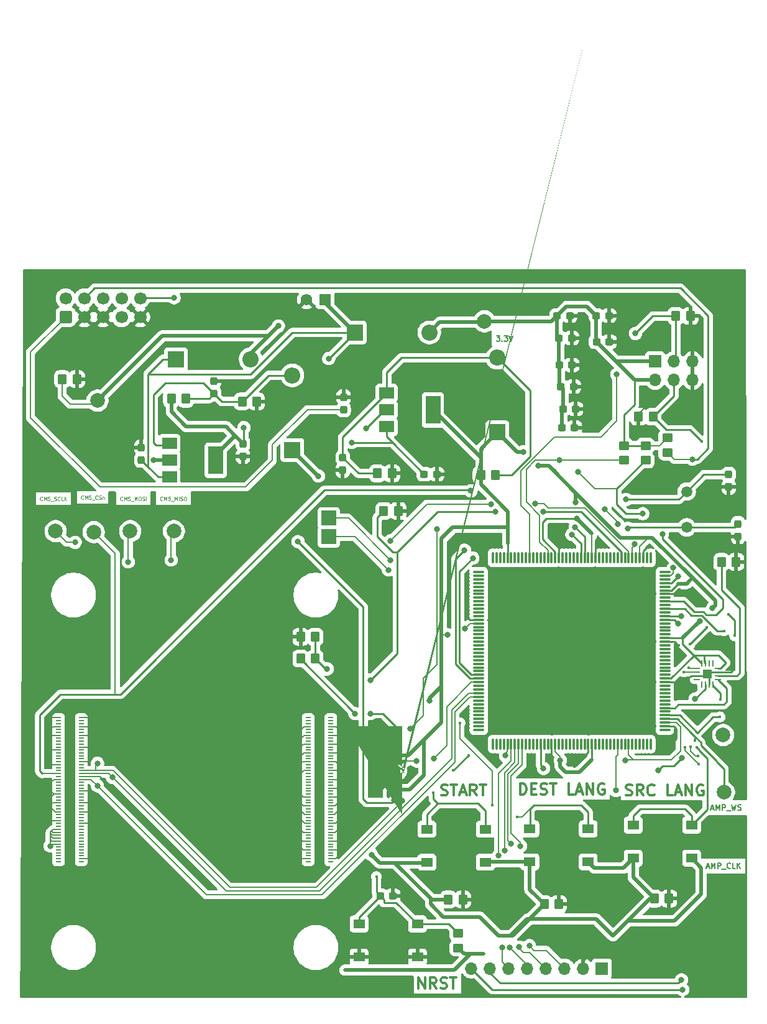
<source format=gbr>
G04 #@! TF.GenerationSoftware,KiCad,Pcbnew,9.0.0*
G04 #@! TF.CreationDate,2025-03-31T20:00:41-05:00*
G04 #@! TF.ProjectId,Portable Offline Translator,506f7274-6162-46c6-9520-4f66666c696e,rev?*
G04 #@! TF.SameCoordinates,Original*
G04 #@! TF.FileFunction,Copper,L1,Top*
G04 #@! TF.FilePolarity,Positive*
%FSLAX46Y46*%
G04 Gerber Fmt 4.6, Leading zero omitted, Abs format (unit mm)*
G04 Created by KiCad (PCBNEW 9.0.0) date 2025-03-31 20:00:41*
%MOMM*%
%LPD*%
G01*
G04 APERTURE LIST*
G04 Aperture macros list*
%AMRoundRect*
0 Rectangle with rounded corners*
0 $1 Rounding radius*
0 $2 $3 $4 $5 $6 $7 $8 $9 X,Y pos of 4 corners*
0 Add a 4 corners polygon primitive as box body*
4,1,4,$2,$3,$4,$5,$6,$7,$8,$9,$2,$3,0*
0 Add four circle primitives for the rounded corners*
1,1,$1+$1,$2,$3*
1,1,$1+$1,$4,$5*
1,1,$1+$1,$6,$7*
1,1,$1+$1,$8,$9*
0 Add four rect primitives between the rounded corners*
20,1,$1+$1,$2,$3,$4,$5,0*
20,1,$1+$1,$4,$5,$6,$7,0*
20,1,$1+$1,$6,$7,$8,$9,0*
20,1,$1+$1,$8,$9,$2,$3,0*%
%AMFreePoly0*
4,1,286,-0.607988,0.789500,-0.564965,0.786499,-0.564929,0.786495,-0.522904,0.780491,-0.481904,0.772491,-0.439856,0.762479,-0.399835,0.750472,-0.359810,0.736463,-0.320810,0.720463,-0.281790,0.702454,-0.281753,0.702435,-0.244739,0.681427,-0.208739,0.659427,-0.173696,0.635397,-0.139696,0.609397,-0.107658,0.582365,-0.076658,0.553365,-0.076635,0.553342,-0.047635,0.522342,-0.020603,0.490304,
0.005397,0.456304,0.029427,0.421261,0.051435,0.385247,0.072435,0.348247,0.072454,0.348210,0.090463,0.309190,0.106463,0.270190,0.120479,0.230144,0.132479,0.190144,0.142491,0.148096,0.150491,0.107096,0.156495,0.065071,0.156499,0.065035,0.159500,0.022012,0.160500,-0.019988,0.160500,-0.050012,0.159499,-0.091036,0.156499,-0.132036,0.150494,-0.172074,0.150493,-0.172086,
0.143493,-0.212086,0.143485,-0.212121,0.133481,-0.252136,0.122471,-0.291169,0.108471,-0.330169,0.093450,-0.367219,0.075450,-0.404219,0.055429,-0.440257,0.034429,-0.475257,0.034410,-0.475286,0.011399,-0.508302,-0.013601,-0.541302,-0.039634,-0.572341,-0.067634,-0.602341,-0.067659,-0.602366,-0.097659,-0.630366,-0.128698,-0.656399,-0.161698,-0.681399,-0.194714,-0.704410,-0.194743,-0.704429,
-0.229757,-0.725437,-0.265781,-0.745450,-0.302781,-0.763450,-0.339831,-0.778471,-0.378831,-0.792471,-0.417879,-0.803485,-0.457879,-0.813485,-0.457914,-0.813493,-0.497914,-0.820493,-0.497926,-0.820494,-0.537964,-0.826499,-0.578964,-0.829499,-0.619988,-0.830500,-0.630012,-0.830500,-0.673012,-0.829500,-0.673045,-0.829498,-0.717058,-0.825497,-0.760058,-0.820497,-0.760091,-0.820492,-0.803091,-0.812492,
-0.845151,-0.802477,-0.886162,-0.789473,-0.927162,-0.775473,-0.927192,-0.775462,-0.968210,-0.758454,-1.007210,-0.740454,-1.007242,-0.740438,-1.045242,-0.719438,-1.082264,-0.696425,-1.118304,-0.671397,-1.152304,-0.645397,-1.185342,-0.617365,-1.217342,-0.587365,-1.217365,-0.587342,-1.247365,-0.555342,-1.275397,-0.522304,-1.301411,-0.488285,-1.326425,-0.452264,-1.349438,-0.415242,-1.370438,-0.377242,
-1.370454,-0.377210,-1.388462,-0.338192,-1.405462,-0.297192,-1.405473,-0.297162,-1.419477,-0.256151,-1.432477,-0.215151,-1.442492,-0.173091,-1.450492,-0.130091,-1.450497,-0.130058,-1.455498,-0.087045,-1.459498,-0.043045,-1.459500,-0.043012,-1.460500,0.000014,-1.459499,0.037036,-1.456499,0.078036,-1.456495,0.078072,-1.450493,0.119084,-1.443493,0.160084,-1.443486,0.160118,-1.433479,0.201144,
-1.421471,0.241169,-1.407471,0.280169,-1.391452,0.318214,-1.373445,0.356228,-1.354445,0.393228,-1.354423,0.393266,-1.332423,0.428266,-1.308408,0.462288,-1.308399,0.462302,-1.283399,0.495302,-1.256382,0.527322,-1.256359,0.527348,-1.227348,0.557359,-1.197348,0.586359,-1.197322,0.586382,-1.165302,0.613399,-1.132302,0.638399,-1.132288,0.638408,-1.098266,0.662423,-1.063266,0.684423,
-1.063228,0.684445,-1.026214,0.703452,-0.988194,0.721461,-0.950169,0.737471,-0.911169,0.751471,-0.871144,0.763479,-0.830118,0.773486,-0.830084,0.773493,-0.789072,0.780495,-0.748072,0.786495,-0.748036,0.786499,-0.707036,0.789499,-0.660011,0.790500,-0.659654,0.790361,-0.659500,0.790011,-0.659500,0.490000,-0.659646,0.489646,-0.659981,0.489500,-0.685969,0.488500,-0.711957,0.486501,
-0.737928,0.483504,-0.763895,0.478511,-0.788870,0.472517,-0.814848,0.465522,-0.838808,0.456538,-0.862800,0.446541,-0.886778,0.435551,-0.909739,0.422572,-0.931732,0.408578,-0.953710,0.394591,-0.974687,0.378609,-0.994666,0.361627,-1.013646,0.343646,-1.031627,0.324666,-1.048609,0.304687,-1.064591,0.283710,-1.078578,0.261732,-1.092572,0.239739,-1.105551,0.216778,-1.116545,0.192792,
-1.126538,0.168808,-1.135522,0.144848,-1.142517,0.118870,-1.148511,0.093895,-1.153504,0.067928,-1.156501,0.041962,-1.158501,0.015962,-1.159500,-0.010019,-1.159500,-0.039981,-1.158500,-0.065981,-1.156503,-0.090943,-1.153504,-0.116928,-1.148514,-0.141883,-1.142520,-0.166860,-1.135521,-0.190853,-1.126534,-0.215818,-1.117539,-0.238803,-1.106554,-0.261773,-1.093570,-0.284746,-1.080586,-0.306718,
-1.065593,-0.327709,-1.050610,-0.347686,-1.033636,-0.367656,-0.997656,-0.403636,-0.977686,-0.420610,-0.957709,-0.435593,-0.936718,-0.450586,-0.914754,-0.463565,-0.891773,-0.476554,-0.868803,-0.487539,-0.845818,-0.496534,-0.820853,-0.505521,-0.796869,-0.512517,-0.771888,-0.518512,-0.746928,-0.523504,-0.720943,-0.526503,-0.695981,-0.528500,-0.669981,-0.529500,-0.660019,-0.529500,-0.633028,-0.528500,
-0.606037,-0.526501,-0.579077,-0.523505,-0.552102,-0.518510,-0.525129,-0.511517,-0.525130,-0.511517,-0.499156,-0.504524,-0.474179,-0.494533,-0.448200,-0.484541,-0.424238,-0.472560,-0.400243,-0.459563,-0.377271,-0.445579,-0.354298,-0.430597,-0.333315,-0.413611,-0.312325,-0.395620,-0.292354,-0.377646,-0.274372,-0.357666,-0.256389,-0.336685,-0.239402,-0.315701,-0.224419,-0.292727,-0.210436,-0.269756,
-0.197440,-0.245762,-0.185458,-0.221799,-0.175464,-0.195814,-0.165476,-0.170844,-0.158483,-0.144870,-0.151489,-0.117898,-0.146494,-0.090922,-0.143499,-0.063963,-0.141499,-0.036963,-0.140500,-0.009998,-0.141499,0.019967,-0.144497,0.046945,-0.148491,0.072906,-0.153487,0.098889,-0.167473,0.148836,-0.177462,0.173808,-0.187457,0.197796,-0.199447,0.221776,-0.212427,0.244739,-0.226415,0.266722,
-0.242397,0.288697,-0.242398,0.288697,-0.258382,0.309676,-0.294350,0.347643,-0.314324,0.365619,-0.334312,0.382609,-0.355289,0.398591,-0.377260,0.412573,-0.400241,0.426561,-0.424208,0.438545,-0.448200,0.449541,-0.472179,0.459532,-0.497130,0.467517,-0.523130,0.474517,-0.523129,0.474517,-0.549093,0.480508,-0.575057,0.484503,-0.601043,0.487501,-0.627025,0.489500,-0.650000,0.489500,
-0.650354,0.489646,-0.650500,0.490000,-0.650500,0.790000,-0.650354,0.790354,-0.650000,0.790500,-0.607988,0.789500,-0.607988,0.789500,$1*%
G04 Aperture macros list end*
%ADD10C,0.125000*%
G04 #@! TA.AperFunction,NonConductor*
%ADD11C,0.125000*%
G04 #@! TD*
%ADD12C,0.300000*%
G04 #@! TA.AperFunction,NonConductor*
%ADD13C,0.300000*%
G04 #@! TD*
%ADD14C,0.187500*%
G04 #@! TA.AperFunction,NonConductor*
%ADD15C,0.187500*%
G04 #@! TD*
G04 #@! TA.AperFunction,SMDPad,CuDef*
%ADD16RoundRect,0.250000X0.350000X0.450000X-0.350000X0.450000X-0.350000X-0.450000X0.350000X-0.450000X0*%
G04 #@! TD*
G04 #@! TA.AperFunction,SMDPad,CuDef*
%ADD17R,0.600000X0.522000*%
G04 #@! TD*
G04 #@! TA.AperFunction,SMDPad,CuDef*
%ADD18FreePoly0,0.000000*%
G04 #@! TD*
G04 #@! TA.AperFunction,SMDPad,CuDef*
%ADD19R,1.550000X1.300000*%
G04 #@! TD*
G04 #@! TA.AperFunction,ComponentPad*
%ADD20C,2.000000*%
G04 #@! TD*
G04 #@! TA.AperFunction,ComponentPad*
%ADD21R,2.200000X2.200000*%
G04 #@! TD*
G04 #@! TA.AperFunction,ComponentPad*
%ADD22O,2.200000X2.200000*%
G04 #@! TD*
G04 #@! TA.AperFunction,ComponentPad*
%ADD23R,1.700000X1.700000*%
G04 #@! TD*
G04 #@! TA.AperFunction,ComponentPad*
%ADD24O,1.700000X1.700000*%
G04 #@! TD*
G04 #@! TA.AperFunction,SMDPad,CuDef*
%ADD25RoundRect,0.237500X0.237500X-0.300000X0.237500X0.300000X-0.237500X0.300000X-0.237500X-0.300000X0*%
G04 #@! TD*
G04 #@! TA.AperFunction,SMDPad,CuDef*
%ADD26RoundRect,0.250000X-0.350000X-0.450000X0.350000X-0.450000X0.350000X0.450000X-0.350000X0.450000X0*%
G04 #@! TD*
G04 #@! TA.AperFunction,SMDPad,CuDef*
%ADD27R,2.000000X1.500000*%
G04 #@! TD*
G04 #@! TA.AperFunction,SMDPad,CuDef*
%ADD28R,2.000000X3.800000*%
G04 #@! TD*
G04 #@! TA.AperFunction,SMDPad,CuDef*
%ADD29R,2.000000X2.000000*%
G04 #@! TD*
G04 #@! TA.AperFunction,SMDPad,CuDef*
%ADD30RoundRect,0.237500X-0.300000X-0.237500X0.300000X-0.237500X0.300000X0.237500X-0.300000X0.237500X0*%
G04 #@! TD*
G04 #@! TA.AperFunction,SMDPad,CuDef*
%ADD31RoundRect,0.250000X0.450000X-0.350000X0.450000X0.350000X-0.450000X0.350000X-0.450000X-0.350000X0*%
G04 #@! TD*
G04 #@! TA.AperFunction,SMDPad,CuDef*
%ADD32RoundRect,0.250000X-0.450000X0.350000X-0.450000X-0.350000X0.450000X-0.350000X0.450000X0.350000X0*%
G04 #@! TD*
G04 #@! TA.AperFunction,SMDPad,CuDef*
%ADD33RoundRect,0.237500X-0.237500X0.300000X-0.237500X-0.300000X0.237500X-0.300000X0.237500X0.300000X0*%
G04 #@! TD*
G04 #@! TA.AperFunction,SMDPad,CuDef*
%ADD34R,0.700000X0.200000*%
G04 #@! TD*
G04 #@! TA.AperFunction,ComponentPad*
%ADD35RoundRect,0.250000X0.600000X-0.600000X0.600000X0.600000X-0.600000X0.600000X-0.600000X-0.600000X0*%
G04 #@! TD*
G04 #@! TA.AperFunction,ComponentPad*
%ADD36C,1.700000*%
G04 #@! TD*
G04 #@! TA.AperFunction,ComponentPad*
%ADD37C,1.500000*%
G04 #@! TD*
G04 #@! TA.AperFunction,SMDPad,CuDef*
%ADD38RoundRect,0.062500X0.350000X0.062500X-0.350000X0.062500X-0.350000X-0.062500X0.350000X-0.062500X0*%
G04 #@! TD*
G04 #@! TA.AperFunction,SMDPad,CuDef*
%ADD39RoundRect,0.062500X0.062500X0.350000X-0.062500X0.350000X-0.062500X-0.350000X0.062500X-0.350000X0*%
G04 #@! TD*
G04 #@! TA.AperFunction,HeatsinkPad*
%ADD40R,1.230000X1.230000*%
G04 #@! TD*
G04 #@! TA.AperFunction,SMDPad,CuDef*
%ADD41RoundRect,0.075000X-0.675000X-0.075000X0.675000X-0.075000X0.675000X0.075000X-0.675000X0.075000X0*%
G04 #@! TD*
G04 #@! TA.AperFunction,SMDPad,CuDef*
%ADD42RoundRect,0.075000X-0.075000X-0.675000X0.075000X-0.675000X0.075000X0.675000X-0.075000X0.675000X0*%
G04 #@! TD*
G04 #@! TA.AperFunction,ComponentPad*
%ADD43R,1.575000X1.575000*%
G04 #@! TD*
G04 #@! TA.AperFunction,ComponentPad*
%ADD44C,1.575000*%
G04 #@! TD*
G04 #@! TA.AperFunction,ViaPad*
%ADD45C,0.800000*%
G04 #@! TD*
G04 #@! TA.AperFunction,ViaPad*
%ADD46C,0.450000*%
G04 #@! TD*
G04 #@! TA.AperFunction,Conductor*
%ADD47C,0.250000*%
G04 #@! TD*
G04 #@! TA.AperFunction,Conductor*
%ADD48C,0.200000*%
G04 #@! TD*
G04 #@! TA.AperFunction,Conductor*
%ADD49C,0.500000*%
G04 #@! TD*
G04 APERTURE END LIST*
D10*
D11*
X81131997Y-86709718D02*
X81108188Y-86733528D01*
X81108188Y-86733528D02*
X81036759Y-86757337D01*
X81036759Y-86757337D02*
X80989140Y-86757337D01*
X80989140Y-86757337D02*
X80917712Y-86733528D01*
X80917712Y-86733528D02*
X80870093Y-86685908D01*
X80870093Y-86685908D02*
X80846283Y-86638289D01*
X80846283Y-86638289D02*
X80822474Y-86543051D01*
X80822474Y-86543051D02*
X80822474Y-86471623D01*
X80822474Y-86471623D02*
X80846283Y-86376385D01*
X80846283Y-86376385D02*
X80870093Y-86328766D01*
X80870093Y-86328766D02*
X80917712Y-86281147D01*
X80917712Y-86281147D02*
X80989140Y-86257337D01*
X80989140Y-86257337D02*
X81036759Y-86257337D01*
X81036759Y-86257337D02*
X81108188Y-86281147D01*
X81108188Y-86281147D02*
X81131997Y-86304956D01*
X81346283Y-86757337D02*
X81346283Y-86257337D01*
X81346283Y-86257337D02*
X81512950Y-86614480D01*
X81512950Y-86614480D02*
X81679616Y-86257337D01*
X81679616Y-86257337D02*
X81679616Y-86757337D01*
X82155807Y-86257337D02*
X81917712Y-86257337D01*
X81917712Y-86257337D02*
X81893903Y-86495432D01*
X81893903Y-86495432D02*
X81917712Y-86471623D01*
X81917712Y-86471623D02*
X81965331Y-86447813D01*
X81965331Y-86447813D02*
X82084379Y-86447813D01*
X82084379Y-86447813D02*
X82131998Y-86471623D01*
X82131998Y-86471623D02*
X82155807Y-86495432D01*
X82155807Y-86495432D02*
X82179617Y-86543051D01*
X82179617Y-86543051D02*
X82179617Y-86662099D01*
X82179617Y-86662099D02*
X82155807Y-86709718D01*
X82155807Y-86709718D02*
X82131998Y-86733528D01*
X82131998Y-86733528D02*
X82084379Y-86757337D01*
X82084379Y-86757337D02*
X81965331Y-86757337D01*
X81965331Y-86757337D02*
X81917712Y-86733528D01*
X81917712Y-86733528D02*
X81893903Y-86709718D01*
X82274855Y-86804956D02*
X82655807Y-86804956D01*
X82751045Y-86733528D02*
X82822473Y-86757337D01*
X82822473Y-86757337D02*
X82941521Y-86757337D01*
X82941521Y-86757337D02*
X82989140Y-86733528D01*
X82989140Y-86733528D02*
X83012949Y-86709718D01*
X83012949Y-86709718D02*
X83036759Y-86662099D01*
X83036759Y-86662099D02*
X83036759Y-86614480D01*
X83036759Y-86614480D02*
X83012949Y-86566861D01*
X83012949Y-86566861D02*
X82989140Y-86543051D01*
X82989140Y-86543051D02*
X82941521Y-86519242D01*
X82941521Y-86519242D02*
X82846283Y-86495432D01*
X82846283Y-86495432D02*
X82798664Y-86471623D01*
X82798664Y-86471623D02*
X82774854Y-86447813D01*
X82774854Y-86447813D02*
X82751045Y-86400194D01*
X82751045Y-86400194D02*
X82751045Y-86352575D01*
X82751045Y-86352575D02*
X82774854Y-86304956D01*
X82774854Y-86304956D02*
X82798664Y-86281147D01*
X82798664Y-86281147D02*
X82846283Y-86257337D01*
X82846283Y-86257337D02*
X82965330Y-86257337D01*
X82965330Y-86257337D02*
X83036759Y-86281147D01*
X83536758Y-86709718D02*
X83512949Y-86733528D01*
X83512949Y-86733528D02*
X83441520Y-86757337D01*
X83441520Y-86757337D02*
X83393901Y-86757337D01*
X83393901Y-86757337D02*
X83322473Y-86733528D01*
X83322473Y-86733528D02*
X83274854Y-86685908D01*
X83274854Y-86685908D02*
X83251044Y-86638289D01*
X83251044Y-86638289D02*
X83227235Y-86543051D01*
X83227235Y-86543051D02*
X83227235Y-86471623D01*
X83227235Y-86471623D02*
X83251044Y-86376385D01*
X83251044Y-86376385D02*
X83274854Y-86328766D01*
X83274854Y-86328766D02*
X83322473Y-86281147D01*
X83322473Y-86281147D02*
X83393901Y-86257337D01*
X83393901Y-86257337D02*
X83441520Y-86257337D01*
X83441520Y-86257337D02*
X83512949Y-86281147D01*
X83512949Y-86281147D02*
X83536758Y-86304956D01*
X83989139Y-86757337D02*
X83751044Y-86757337D01*
X83751044Y-86757337D02*
X83751044Y-86257337D01*
X84155806Y-86757337D02*
X84155806Y-86257337D01*
X84441520Y-86757337D02*
X84227235Y-86471623D01*
X84441520Y-86257337D02*
X84155806Y-86543051D01*
D12*
D13*
X146223510Y-126800828D02*
X146223510Y-125300828D01*
X146223510Y-125300828D02*
X146580653Y-125300828D01*
X146580653Y-125300828D02*
X146794939Y-125372257D01*
X146794939Y-125372257D02*
X146937796Y-125515114D01*
X146937796Y-125515114D02*
X147009225Y-125657971D01*
X147009225Y-125657971D02*
X147080653Y-125943685D01*
X147080653Y-125943685D02*
X147080653Y-126157971D01*
X147080653Y-126157971D02*
X147009225Y-126443685D01*
X147009225Y-126443685D02*
X146937796Y-126586542D01*
X146937796Y-126586542D02*
X146794939Y-126729400D01*
X146794939Y-126729400D02*
X146580653Y-126800828D01*
X146580653Y-126800828D02*
X146223510Y-126800828D01*
X147723510Y-126015114D02*
X148223510Y-126015114D01*
X148437796Y-126800828D02*
X147723510Y-126800828D01*
X147723510Y-126800828D02*
X147723510Y-125300828D01*
X147723510Y-125300828D02*
X148437796Y-125300828D01*
X149009225Y-126729400D02*
X149223511Y-126800828D01*
X149223511Y-126800828D02*
X149580653Y-126800828D01*
X149580653Y-126800828D02*
X149723511Y-126729400D01*
X149723511Y-126729400D02*
X149794939Y-126657971D01*
X149794939Y-126657971D02*
X149866368Y-126515114D01*
X149866368Y-126515114D02*
X149866368Y-126372257D01*
X149866368Y-126372257D02*
X149794939Y-126229400D01*
X149794939Y-126229400D02*
X149723511Y-126157971D01*
X149723511Y-126157971D02*
X149580653Y-126086542D01*
X149580653Y-126086542D02*
X149294939Y-126015114D01*
X149294939Y-126015114D02*
X149152082Y-125943685D01*
X149152082Y-125943685D02*
X149080653Y-125872257D01*
X149080653Y-125872257D02*
X149009225Y-125729400D01*
X149009225Y-125729400D02*
X149009225Y-125586542D01*
X149009225Y-125586542D02*
X149080653Y-125443685D01*
X149080653Y-125443685D02*
X149152082Y-125372257D01*
X149152082Y-125372257D02*
X149294939Y-125300828D01*
X149294939Y-125300828D02*
X149652082Y-125300828D01*
X149652082Y-125300828D02*
X149866368Y-125372257D01*
X150294939Y-125300828D02*
X151152082Y-125300828D01*
X150723510Y-126800828D02*
X150723510Y-125300828D01*
X153509224Y-126800828D02*
X152794938Y-126800828D01*
X152794938Y-126800828D02*
X152794938Y-125300828D01*
X153937796Y-126372257D02*
X154652082Y-126372257D01*
X153794939Y-126800828D02*
X154294939Y-125300828D01*
X154294939Y-125300828D02*
X154794939Y-126800828D01*
X155294938Y-126800828D02*
X155294938Y-125300828D01*
X155294938Y-125300828D02*
X156152081Y-126800828D01*
X156152081Y-126800828D02*
X156152081Y-125300828D01*
X157652082Y-125372257D02*
X157509225Y-125300828D01*
X157509225Y-125300828D02*
X157294939Y-125300828D01*
X157294939Y-125300828D02*
X157080653Y-125372257D01*
X157080653Y-125372257D02*
X156937796Y-125515114D01*
X156937796Y-125515114D02*
X156866367Y-125657971D01*
X156866367Y-125657971D02*
X156794939Y-125943685D01*
X156794939Y-125943685D02*
X156794939Y-126157971D01*
X156794939Y-126157971D02*
X156866367Y-126443685D01*
X156866367Y-126443685D02*
X156937796Y-126586542D01*
X156937796Y-126586542D02*
X157080653Y-126729400D01*
X157080653Y-126729400D02*
X157294939Y-126800828D01*
X157294939Y-126800828D02*
X157437796Y-126800828D01*
X157437796Y-126800828D02*
X157652082Y-126729400D01*
X157652082Y-126729400D02*
X157723510Y-126657971D01*
X157723510Y-126657971D02*
X157723510Y-126157971D01*
X157723510Y-126157971D02*
X157437796Y-126157971D01*
D12*
D13*
X160630082Y-126856400D02*
X160844368Y-126927828D01*
X160844368Y-126927828D02*
X161201510Y-126927828D01*
X161201510Y-126927828D02*
X161344368Y-126856400D01*
X161344368Y-126856400D02*
X161415796Y-126784971D01*
X161415796Y-126784971D02*
X161487225Y-126642114D01*
X161487225Y-126642114D02*
X161487225Y-126499257D01*
X161487225Y-126499257D02*
X161415796Y-126356400D01*
X161415796Y-126356400D02*
X161344368Y-126284971D01*
X161344368Y-126284971D02*
X161201510Y-126213542D01*
X161201510Y-126213542D02*
X160915796Y-126142114D01*
X160915796Y-126142114D02*
X160772939Y-126070685D01*
X160772939Y-126070685D02*
X160701510Y-125999257D01*
X160701510Y-125999257D02*
X160630082Y-125856400D01*
X160630082Y-125856400D02*
X160630082Y-125713542D01*
X160630082Y-125713542D02*
X160701510Y-125570685D01*
X160701510Y-125570685D02*
X160772939Y-125499257D01*
X160772939Y-125499257D02*
X160915796Y-125427828D01*
X160915796Y-125427828D02*
X161272939Y-125427828D01*
X161272939Y-125427828D02*
X161487225Y-125499257D01*
X162987224Y-126927828D02*
X162487224Y-126213542D01*
X162130081Y-126927828D02*
X162130081Y-125427828D01*
X162130081Y-125427828D02*
X162701510Y-125427828D01*
X162701510Y-125427828D02*
X162844367Y-125499257D01*
X162844367Y-125499257D02*
X162915796Y-125570685D01*
X162915796Y-125570685D02*
X162987224Y-125713542D01*
X162987224Y-125713542D02*
X162987224Y-125927828D01*
X162987224Y-125927828D02*
X162915796Y-126070685D01*
X162915796Y-126070685D02*
X162844367Y-126142114D01*
X162844367Y-126142114D02*
X162701510Y-126213542D01*
X162701510Y-126213542D02*
X162130081Y-126213542D01*
X164487224Y-126784971D02*
X164415796Y-126856400D01*
X164415796Y-126856400D02*
X164201510Y-126927828D01*
X164201510Y-126927828D02*
X164058653Y-126927828D01*
X164058653Y-126927828D02*
X163844367Y-126856400D01*
X163844367Y-126856400D02*
X163701510Y-126713542D01*
X163701510Y-126713542D02*
X163630081Y-126570685D01*
X163630081Y-126570685D02*
X163558653Y-126284971D01*
X163558653Y-126284971D02*
X163558653Y-126070685D01*
X163558653Y-126070685D02*
X163630081Y-125784971D01*
X163630081Y-125784971D02*
X163701510Y-125642114D01*
X163701510Y-125642114D02*
X163844367Y-125499257D01*
X163844367Y-125499257D02*
X164058653Y-125427828D01*
X164058653Y-125427828D02*
X164201510Y-125427828D01*
X164201510Y-125427828D02*
X164415796Y-125499257D01*
X164415796Y-125499257D02*
X164487224Y-125570685D01*
X166987224Y-126927828D02*
X166272938Y-126927828D01*
X166272938Y-126927828D02*
X166272938Y-125427828D01*
X167415796Y-126499257D02*
X168130082Y-126499257D01*
X167272939Y-126927828D02*
X167772939Y-125427828D01*
X167772939Y-125427828D02*
X168272939Y-126927828D01*
X168772938Y-126927828D02*
X168772938Y-125427828D01*
X168772938Y-125427828D02*
X169630081Y-126927828D01*
X169630081Y-126927828D02*
X169630081Y-125427828D01*
X171130082Y-125499257D02*
X170987225Y-125427828D01*
X170987225Y-125427828D02*
X170772939Y-125427828D01*
X170772939Y-125427828D02*
X170558653Y-125499257D01*
X170558653Y-125499257D02*
X170415796Y-125642114D01*
X170415796Y-125642114D02*
X170344367Y-125784971D01*
X170344367Y-125784971D02*
X170272939Y-126070685D01*
X170272939Y-126070685D02*
X170272939Y-126284971D01*
X170272939Y-126284971D02*
X170344367Y-126570685D01*
X170344367Y-126570685D02*
X170415796Y-126713542D01*
X170415796Y-126713542D02*
X170558653Y-126856400D01*
X170558653Y-126856400D02*
X170772939Y-126927828D01*
X170772939Y-126927828D02*
X170915796Y-126927828D01*
X170915796Y-126927828D02*
X171130082Y-126856400D01*
X171130082Y-126856400D02*
X171201510Y-126784971D01*
X171201510Y-126784971D02*
X171201510Y-126284971D01*
X171201510Y-126284971D02*
X170915796Y-126284971D01*
D12*
D13*
X132380510Y-153216828D02*
X132380510Y-151716828D01*
X132380510Y-151716828D02*
X133237653Y-153216828D01*
X133237653Y-153216828D02*
X133237653Y-151716828D01*
X134809082Y-153216828D02*
X134309082Y-152502542D01*
X133951939Y-153216828D02*
X133951939Y-151716828D01*
X133951939Y-151716828D02*
X134523368Y-151716828D01*
X134523368Y-151716828D02*
X134666225Y-151788257D01*
X134666225Y-151788257D02*
X134737654Y-151859685D01*
X134737654Y-151859685D02*
X134809082Y-152002542D01*
X134809082Y-152002542D02*
X134809082Y-152216828D01*
X134809082Y-152216828D02*
X134737654Y-152359685D01*
X134737654Y-152359685D02*
X134666225Y-152431114D01*
X134666225Y-152431114D02*
X134523368Y-152502542D01*
X134523368Y-152502542D02*
X133951939Y-152502542D01*
X135380511Y-153145400D02*
X135594797Y-153216828D01*
X135594797Y-153216828D02*
X135951939Y-153216828D01*
X135951939Y-153216828D02*
X136094797Y-153145400D01*
X136094797Y-153145400D02*
X136166225Y-153073971D01*
X136166225Y-153073971D02*
X136237654Y-152931114D01*
X136237654Y-152931114D02*
X136237654Y-152788257D01*
X136237654Y-152788257D02*
X136166225Y-152645400D01*
X136166225Y-152645400D02*
X136094797Y-152573971D01*
X136094797Y-152573971D02*
X135951939Y-152502542D01*
X135951939Y-152502542D02*
X135666225Y-152431114D01*
X135666225Y-152431114D02*
X135523368Y-152359685D01*
X135523368Y-152359685D02*
X135451939Y-152288257D01*
X135451939Y-152288257D02*
X135380511Y-152145400D01*
X135380511Y-152145400D02*
X135380511Y-152002542D01*
X135380511Y-152002542D02*
X135451939Y-151859685D01*
X135451939Y-151859685D02*
X135523368Y-151788257D01*
X135523368Y-151788257D02*
X135666225Y-151716828D01*
X135666225Y-151716828D02*
X136023368Y-151716828D01*
X136023368Y-151716828D02*
X136237654Y-151788257D01*
X136666225Y-151716828D02*
X137523368Y-151716828D01*
X137094796Y-153216828D02*
X137094796Y-151716828D01*
D10*
D11*
X86719997Y-86539746D02*
X86696188Y-86563556D01*
X86696188Y-86563556D02*
X86624759Y-86587365D01*
X86624759Y-86587365D02*
X86577140Y-86587365D01*
X86577140Y-86587365D02*
X86505712Y-86563556D01*
X86505712Y-86563556D02*
X86458093Y-86515936D01*
X86458093Y-86515936D02*
X86434283Y-86468317D01*
X86434283Y-86468317D02*
X86410474Y-86373079D01*
X86410474Y-86373079D02*
X86410474Y-86301651D01*
X86410474Y-86301651D02*
X86434283Y-86206413D01*
X86434283Y-86206413D02*
X86458093Y-86158794D01*
X86458093Y-86158794D02*
X86505712Y-86111175D01*
X86505712Y-86111175D02*
X86577140Y-86087365D01*
X86577140Y-86087365D02*
X86624759Y-86087365D01*
X86624759Y-86087365D02*
X86696188Y-86111175D01*
X86696188Y-86111175D02*
X86719997Y-86134984D01*
X86934283Y-86587365D02*
X86934283Y-86087365D01*
X86934283Y-86087365D02*
X87100950Y-86444508D01*
X87100950Y-86444508D02*
X87267616Y-86087365D01*
X87267616Y-86087365D02*
X87267616Y-86587365D01*
X87743807Y-86087365D02*
X87505712Y-86087365D01*
X87505712Y-86087365D02*
X87481903Y-86325460D01*
X87481903Y-86325460D02*
X87505712Y-86301651D01*
X87505712Y-86301651D02*
X87553331Y-86277841D01*
X87553331Y-86277841D02*
X87672379Y-86277841D01*
X87672379Y-86277841D02*
X87719998Y-86301651D01*
X87719998Y-86301651D02*
X87743807Y-86325460D01*
X87743807Y-86325460D02*
X87767617Y-86373079D01*
X87767617Y-86373079D02*
X87767617Y-86492127D01*
X87767617Y-86492127D02*
X87743807Y-86539746D01*
X87743807Y-86539746D02*
X87719998Y-86563556D01*
X87719998Y-86563556D02*
X87672379Y-86587365D01*
X87672379Y-86587365D02*
X87553331Y-86587365D01*
X87553331Y-86587365D02*
X87505712Y-86563556D01*
X87505712Y-86563556D02*
X87481903Y-86539746D01*
X87862855Y-86634984D02*
X88243807Y-86634984D01*
X88648568Y-86539746D02*
X88624759Y-86563556D01*
X88624759Y-86563556D02*
X88553330Y-86587365D01*
X88553330Y-86587365D02*
X88505711Y-86587365D01*
X88505711Y-86587365D02*
X88434283Y-86563556D01*
X88434283Y-86563556D02*
X88386664Y-86515936D01*
X88386664Y-86515936D02*
X88362854Y-86468317D01*
X88362854Y-86468317D02*
X88339045Y-86373079D01*
X88339045Y-86373079D02*
X88339045Y-86301651D01*
X88339045Y-86301651D02*
X88362854Y-86206413D01*
X88362854Y-86206413D02*
X88386664Y-86158794D01*
X88386664Y-86158794D02*
X88434283Y-86111175D01*
X88434283Y-86111175D02*
X88505711Y-86087365D01*
X88505711Y-86087365D02*
X88553330Y-86087365D01*
X88553330Y-86087365D02*
X88624759Y-86111175D01*
X88624759Y-86111175D02*
X88648568Y-86134984D01*
X88839045Y-86563556D02*
X88910473Y-86587365D01*
X88910473Y-86587365D02*
X89029521Y-86587365D01*
X89029521Y-86587365D02*
X89077140Y-86563556D01*
X89077140Y-86563556D02*
X89100949Y-86539746D01*
X89100949Y-86539746D02*
X89124759Y-86492127D01*
X89124759Y-86492127D02*
X89124759Y-86444508D01*
X89124759Y-86444508D02*
X89100949Y-86396889D01*
X89100949Y-86396889D02*
X89077140Y-86373079D01*
X89077140Y-86373079D02*
X89029521Y-86349270D01*
X89029521Y-86349270D02*
X88934283Y-86325460D01*
X88934283Y-86325460D02*
X88886664Y-86301651D01*
X88886664Y-86301651D02*
X88862854Y-86277841D01*
X88862854Y-86277841D02*
X88839045Y-86230222D01*
X88839045Y-86230222D02*
X88839045Y-86182603D01*
X88839045Y-86182603D02*
X88862854Y-86134984D01*
X88862854Y-86134984D02*
X88886664Y-86111175D01*
X88886664Y-86111175D02*
X88934283Y-86087365D01*
X88934283Y-86087365D02*
X89053330Y-86087365D01*
X89053330Y-86087365D02*
X89124759Y-86111175D01*
X89339044Y-86254032D02*
X89339044Y-86587365D01*
X89339044Y-86301651D02*
X89362854Y-86277841D01*
X89362854Y-86277841D02*
X89410473Y-86254032D01*
X89410473Y-86254032D02*
X89481901Y-86254032D01*
X89481901Y-86254032D02*
X89529520Y-86277841D01*
X89529520Y-86277841D02*
X89553330Y-86325460D01*
X89553330Y-86325460D02*
X89553330Y-86587365D01*
D14*
D15*
X142978497Y-64299464D02*
X143442783Y-64299464D01*
X143442783Y-64299464D02*
X143192783Y-64585178D01*
X143192783Y-64585178D02*
X143299926Y-64585178D01*
X143299926Y-64585178D02*
X143371355Y-64620892D01*
X143371355Y-64620892D02*
X143407069Y-64656607D01*
X143407069Y-64656607D02*
X143442783Y-64728035D01*
X143442783Y-64728035D02*
X143442783Y-64906607D01*
X143442783Y-64906607D02*
X143407069Y-64978035D01*
X143407069Y-64978035D02*
X143371355Y-65013750D01*
X143371355Y-65013750D02*
X143299926Y-65049464D01*
X143299926Y-65049464D02*
X143085640Y-65049464D01*
X143085640Y-65049464D02*
X143014212Y-65013750D01*
X143014212Y-65013750D02*
X142978497Y-64978035D01*
X143764212Y-64978035D02*
X143799926Y-65013750D01*
X143799926Y-65013750D02*
X143764212Y-65049464D01*
X143764212Y-65049464D02*
X143728498Y-65013750D01*
X143728498Y-65013750D02*
X143764212Y-64978035D01*
X143764212Y-64978035D02*
X143764212Y-65049464D01*
X144049926Y-64299464D02*
X144514212Y-64299464D01*
X144514212Y-64299464D02*
X144264212Y-64585178D01*
X144264212Y-64585178D02*
X144371355Y-64585178D01*
X144371355Y-64585178D02*
X144442784Y-64620892D01*
X144442784Y-64620892D02*
X144478498Y-64656607D01*
X144478498Y-64656607D02*
X144514212Y-64728035D01*
X144514212Y-64728035D02*
X144514212Y-64906607D01*
X144514212Y-64906607D02*
X144478498Y-64978035D01*
X144478498Y-64978035D02*
X144442784Y-65013750D01*
X144442784Y-65013750D02*
X144371355Y-65049464D01*
X144371355Y-65049464D02*
X144157069Y-65049464D01*
X144157069Y-65049464D02*
X144085641Y-65013750D01*
X144085641Y-65013750D02*
X144049926Y-64978035D01*
X144728498Y-64299464D02*
X144978498Y-65049464D01*
X144978498Y-65049464D02*
X145228498Y-64299464D01*
D14*
D15*
X172224212Y-128716178D02*
X172581355Y-128716178D01*
X172152783Y-128930464D02*
X172402783Y-128180464D01*
X172402783Y-128180464D02*
X172652783Y-128930464D01*
X172902783Y-128930464D02*
X172902783Y-128180464D01*
X172902783Y-128180464D02*
X173152783Y-128716178D01*
X173152783Y-128716178D02*
X173402783Y-128180464D01*
X173402783Y-128180464D02*
X173402783Y-128930464D01*
X173759926Y-128930464D02*
X173759926Y-128180464D01*
X173759926Y-128180464D02*
X174045640Y-128180464D01*
X174045640Y-128180464D02*
X174117069Y-128216178D01*
X174117069Y-128216178D02*
X174152783Y-128251892D01*
X174152783Y-128251892D02*
X174188497Y-128323321D01*
X174188497Y-128323321D02*
X174188497Y-128430464D01*
X174188497Y-128430464D02*
X174152783Y-128501892D01*
X174152783Y-128501892D02*
X174117069Y-128537607D01*
X174117069Y-128537607D02*
X174045640Y-128573321D01*
X174045640Y-128573321D02*
X173759926Y-128573321D01*
X174331355Y-129001892D02*
X174902783Y-129001892D01*
X175009926Y-128180464D02*
X175188498Y-128930464D01*
X175188498Y-128930464D02*
X175331355Y-128394750D01*
X175331355Y-128394750D02*
X175474212Y-128930464D01*
X175474212Y-128930464D02*
X175652784Y-128180464D01*
X175902784Y-128894750D02*
X176009927Y-128930464D01*
X176009927Y-128930464D02*
X176188498Y-128930464D01*
X176188498Y-128930464D02*
X176259927Y-128894750D01*
X176259927Y-128894750D02*
X176295641Y-128859035D01*
X176295641Y-128859035D02*
X176331355Y-128787607D01*
X176331355Y-128787607D02*
X176331355Y-128716178D01*
X176331355Y-128716178D02*
X176295641Y-128644750D01*
X176295641Y-128644750D02*
X176259927Y-128609035D01*
X176259927Y-128609035D02*
X176188498Y-128573321D01*
X176188498Y-128573321D02*
X176045641Y-128537607D01*
X176045641Y-128537607D02*
X175974212Y-128501892D01*
X175974212Y-128501892D02*
X175938498Y-128466178D01*
X175938498Y-128466178D02*
X175902784Y-128394750D01*
X175902784Y-128394750D02*
X175902784Y-128323321D01*
X175902784Y-128323321D02*
X175938498Y-128251892D01*
X175938498Y-128251892D02*
X175974212Y-128216178D01*
X175974212Y-128216178D02*
X176045641Y-128180464D01*
X176045641Y-128180464D02*
X176224212Y-128180464D01*
X176224212Y-128180464D02*
X176331355Y-128216178D01*
D14*
D15*
X171589212Y-136652720D02*
X171946355Y-136652720D01*
X171517783Y-136867006D02*
X171767783Y-136117006D01*
X171767783Y-136117006D02*
X172017783Y-136867006D01*
X172267783Y-136867006D02*
X172267783Y-136117006D01*
X172267783Y-136117006D02*
X172517783Y-136652720D01*
X172517783Y-136652720D02*
X172767783Y-136117006D01*
X172767783Y-136117006D02*
X172767783Y-136867006D01*
X173124926Y-136867006D02*
X173124926Y-136117006D01*
X173124926Y-136117006D02*
X173410640Y-136117006D01*
X173410640Y-136117006D02*
X173482069Y-136152720D01*
X173482069Y-136152720D02*
X173517783Y-136188434D01*
X173517783Y-136188434D02*
X173553497Y-136259863D01*
X173553497Y-136259863D02*
X173553497Y-136367006D01*
X173553497Y-136367006D02*
X173517783Y-136438434D01*
X173517783Y-136438434D02*
X173482069Y-136474149D01*
X173482069Y-136474149D02*
X173410640Y-136509863D01*
X173410640Y-136509863D02*
X173124926Y-136509863D01*
X173696355Y-136938434D02*
X174267783Y-136938434D01*
X174874926Y-136795577D02*
X174839212Y-136831292D01*
X174839212Y-136831292D02*
X174732069Y-136867006D01*
X174732069Y-136867006D02*
X174660641Y-136867006D01*
X174660641Y-136867006D02*
X174553498Y-136831292D01*
X174553498Y-136831292D02*
X174482069Y-136759863D01*
X174482069Y-136759863D02*
X174446355Y-136688434D01*
X174446355Y-136688434D02*
X174410641Y-136545577D01*
X174410641Y-136545577D02*
X174410641Y-136438434D01*
X174410641Y-136438434D02*
X174446355Y-136295577D01*
X174446355Y-136295577D02*
X174482069Y-136224149D01*
X174482069Y-136224149D02*
X174553498Y-136152720D01*
X174553498Y-136152720D02*
X174660641Y-136117006D01*
X174660641Y-136117006D02*
X174732069Y-136117006D01*
X174732069Y-136117006D02*
X174839212Y-136152720D01*
X174839212Y-136152720D02*
X174874926Y-136188434D01*
X175553498Y-136867006D02*
X175196355Y-136867006D01*
X175196355Y-136867006D02*
X175196355Y-136117006D01*
X175803498Y-136867006D02*
X175803498Y-136117006D01*
X176232069Y-136867006D02*
X175910641Y-136438434D01*
X176232069Y-136117006D02*
X175803498Y-136545577D01*
D10*
D11*
X92053997Y-86709718D02*
X92030188Y-86733528D01*
X92030188Y-86733528D02*
X91958759Y-86757337D01*
X91958759Y-86757337D02*
X91911140Y-86757337D01*
X91911140Y-86757337D02*
X91839712Y-86733528D01*
X91839712Y-86733528D02*
X91792093Y-86685908D01*
X91792093Y-86685908D02*
X91768283Y-86638289D01*
X91768283Y-86638289D02*
X91744474Y-86543051D01*
X91744474Y-86543051D02*
X91744474Y-86471623D01*
X91744474Y-86471623D02*
X91768283Y-86376385D01*
X91768283Y-86376385D02*
X91792093Y-86328766D01*
X91792093Y-86328766D02*
X91839712Y-86281147D01*
X91839712Y-86281147D02*
X91911140Y-86257337D01*
X91911140Y-86257337D02*
X91958759Y-86257337D01*
X91958759Y-86257337D02*
X92030188Y-86281147D01*
X92030188Y-86281147D02*
X92053997Y-86304956D01*
X92268283Y-86757337D02*
X92268283Y-86257337D01*
X92268283Y-86257337D02*
X92434950Y-86614480D01*
X92434950Y-86614480D02*
X92601616Y-86257337D01*
X92601616Y-86257337D02*
X92601616Y-86757337D01*
X93077807Y-86257337D02*
X92839712Y-86257337D01*
X92839712Y-86257337D02*
X92815903Y-86495432D01*
X92815903Y-86495432D02*
X92839712Y-86471623D01*
X92839712Y-86471623D02*
X92887331Y-86447813D01*
X92887331Y-86447813D02*
X93006379Y-86447813D01*
X93006379Y-86447813D02*
X93053998Y-86471623D01*
X93053998Y-86471623D02*
X93077807Y-86495432D01*
X93077807Y-86495432D02*
X93101617Y-86543051D01*
X93101617Y-86543051D02*
X93101617Y-86662099D01*
X93101617Y-86662099D02*
X93077807Y-86709718D01*
X93077807Y-86709718D02*
X93053998Y-86733528D01*
X93053998Y-86733528D02*
X93006379Y-86757337D01*
X93006379Y-86757337D02*
X92887331Y-86757337D01*
X92887331Y-86757337D02*
X92839712Y-86733528D01*
X92839712Y-86733528D02*
X92815903Y-86709718D01*
X93196855Y-86804956D02*
X93577807Y-86804956D01*
X93696854Y-86757337D02*
X93696854Y-86257337D01*
X93696854Y-86257337D02*
X93863521Y-86614480D01*
X93863521Y-86614480D02*
X94030187Y-86257337D01*
X94030187Y-86257337D02*
X94030187Y-86757337D01*
X94363521Y-86257337D02*
X94458759Y-86257337D01*
X94458759Y-86257337D02*
X94506378Y-86281147D01*
X94506378Y-86281147D02*
X94553997Y-86328766D01*
X94553997Y-86328766D02*
X94577807Y-86424004D01*
X94577807Y-86424004D02*
X94577807Y-86590670D01*
X94577807Y-86590670D02*
X94553997Y-86685908D01*
X94553997Y-86685908D02*
X94506378Y-86733528D01*
X94506378Y-86733528D02*
X94458759Y-86757337D01*
X94458759Y-86757337D02*
X94363521Y-86757337D01*
X94363521Y-86757337D02*
X94315902Y-86733528D01*
X94315902Y-86733528D02*
X94268283Y-86685908D01*
X94268283Y-86685908D02*
X94244474Y-86590670D01*
X94244474Y-86590670D02*
X94244474Y-86424004D01*
X94244474Y-86424004D02*
X94268283Y-86328766D01*
X94268283Y-86328766D02*
X94315902Y-86281147D01*
X94315902Y-86281147D02*
X94363521Y-86257337D01*
X94768284Y-86733528D02*
X94839712Y-86757337D01*
X94839712Y-86757337D02*
X94958760Y-86757337D01*
X94958760Y-86757337D02*
X95006379Y-86733528D01*
X95006379Y-86733528D02*
X95030188Y-86709718D01*
X95030188Y-86709718D02*
X95053998Y-86662099D01*
X95053998Y-86662099D02*
X95053998Y-86614480D01*
X95053998Y-86614480D02*
X95030188Y-86566861D01*
X95030188Y-86566861D02*
X95006379Y-86543051D01*
X95006379Y-86543051D02*
X94958760Y-86519242D01*
X94958760Y-86519242D02*
X94863522Y-86495432D01*
X94863522Y-86495432D02*
X94815903Y-86471623D01*
X94815903Y-86471623D02*
X94792093Y-86447813D01*
X94792093Y-86447813D02*
X94768284Y-86400194D01*
X94768284Y-86400194D02*
X94768284Y-86352575D01*
X94768284Y-86352575D02*
X94792093Y-86304956D01*
X94792093Y-86304956D02*
X94815903Y-86281147D01*
X94815903Y-86281147D02*
X94863522Y-86257337D01*
X94863522Y-86257337D02*
X94982569Y-86257337D01*
X94982569Y-86257337D02*
X95053998Y-86281147D01*
X95268283Y-86757337D02*
X95268283Y-86257337D01*
D10*
D11*
X97514997Y-86709718D02*
X97491188Y-86733528D01*
X97491188Y-86733528D02*
X97419759Y-86757337D01*
X97419759Y-86757337D02*
X97372140Y-86757337D01*
X97372140Y-86757337D02*
X97300712Y-86733528D01*
X97300712Y-86733528D02*
X97253093Y-86685908D01*
X97253093Y-86685908D02*
X97229283Y-86638289D01*
X97229283Y-86638289D02*
X97205474Y-86543051D01*
X97205474Y-86543051D02*
X97205474Y-86471623D01*
X97205474Y-86471623D02*
X97229283Y-86376385D01*
X97229283Y-86376385D02*
X97253093Y-86328766D01*
X97253093Y-86328766D02*
X97300712Y-86281147D01*
X97300712Y-86281147D02*
X97372140Y-86257337D01*
X97372140Y-86257337D02*
X97419759Y-86257337D01*
X97419759Y-86257337D02*
X97491188Y-86281147D01*
X97491188Y-86281147D02*
X97514997Y-86304956D01*
X97729283Y-86757337D02*
X97729283Y-86257337D01*
X97729283Y-86257337D02*
X97895950Y-86614480D01*
X97895950Y-86614480D02*
X98062616Y-86257337D01*
X98062616Y-86257337D02*
X98062616Y-86757337D01*
X98538807Y-86257337D02*
X98300712Y-86257337D01*
X98300712Y-86257337D02*
X98276903Y-86495432D01*
X98276903Y-86495432D02*
X98300712Y-86471623D01*
X98300712Y-86471623D02*
X98348331Y-86447813D01*
X98348331Y-86447813D02*
X98467379Y-86447813D01*
X98467379Y-86447813D02*
X98514998Y-86471623D01*
X98514998Y-86471623D02*
X98538807Y-86495432D01*
X98538807Y-86495432D02*
X98562617Y-86543051D01*
X98562617Y-86543051D02*
X98562617Y-86662099D01*
X98562617Y-86662099D02*
X98538807Y-86709718D01*
X98538807Y-86709718D02*
X98514998Y-86733528D01*
X98514998Y-86733528D02*
X98467379Y-86757337D01*
X98467379Y-86757337D02*
X98348331Y-86757337D01*
X98348331Y-86757337D02*
X98300712Y-86733528D01*
X98300712Y-86733528D02*
X98276903Y-86709718D01*
X98657855Y-86804956D02*
X99038807Y-86804956D01*
X99157854Y-86757337D02*
X99157854Y-86257337D01*
X99157854Y-86257337D02*
X99324521Y-86614480D01*
X99324521Y-86614480D02*
X99491187Y-86257337D01*
X99491187Y-86257337D02*
X99491187Y-86757337D01*
X99729283Y-86757337D02*
X99729283Y-86257337D01*
X99943569Y-86733528D02*
X100014997Y-86757337D01*
X100014997Y-86757337D02*
X100134045Y-86757337D01*
X100134045Y-86757337D02*
X100181664Y-86733528D01*
X100181664Y-86733528D02*
X100205473Y-86709718D01*
X100205473Y-86709718D02*
X100229283Y-86662099D01*
X100229283Y-86662099D02*
X100229283Y-86614480D01*
X100229283Y-86614480D02*
X100205473Y-86566861D01*
X100205473Y-86566861D02*
X100181664Y-86543051D01*
X100181664Y-86543051D02*
X100134045Y-86519242D01*
X100134045Y-86519242D02*
X100038807Y-86495432D01*
X100038807Y-86495432D02*
X99991188Y-86471623D01*
X99991188Y-86471623D02*
X99967378Y-86447813D01*
X99967378Y-86447813D02*
X99943569Y-86400194D01*
X99943569Y-86400194D02*
X99943569Y-86352575D01*
X99943569Y-86352575D02*
X99967378Y-86304956D01*
X99967378Y-86304956D02*
X99991188Y-86281147D01*
X99991188Y-86281147D02*
X100038807Y-86257337D01*
X100038807Y-86257337D02*
X100157854Y-86257337D01*
X100157854Y-86257337D02*
X100229283Y-86281147D01*
X100538806Y-86257337D02*
X100634044Y-86257337D01*
X100634044Y-86257337D02*
X100681663Y-86281147D01*
X100681663Y-86281147D02*
X100729282Y-86328766D01*
X100729282Y-86328766D02*
X100753092Y-86424004D01*
X100753092Y-86424004D02*
X100753092Y-86590670D01*
X100753092Y-86590670D02*
X100729282Y-86685908D01*
X100729282Y-86685908D02*
X100681663Y-86733528D01*
X100681663Y-86733528D02*
X100634044Y-86757337D01*
X100634044Y-86757337D02*
X100538806Y-86757337D01*
X100538806Y-86757337D02*
X100491187Y-86733528D01*
X100491187Y-86733528D02*
X100443568Y-86685908D01*
X100443568Y-86685908D02*
X100419759Y-86590670D01*
X100419759Y-86590670D02*
X100419759Y-86424004D01*
X100419759Y-86424004D02*
X100443568Y-86328766D01*
X100443568Y-86328766D02*
X100491187Y-86281147D01*
X100491187Y-86281147D02*
X100538806Y-86257337D01*
D12*
D13*
X135484082Y-126856400D02*
X135698368Y-126927828D01*
X135698368Y-126927828D02*
X136055510Y-126927828D01*
X136055510Y-126927828D02*
X136198368Y-126856400D01*
X136198368Y-126856400D02*
X136269796Y-126784971D01*
X136269796Y-126784971D02*
X136341225Y-126642114D01*
X136341225Y-126642114D02*
X136341225Y-126499257D01*
X136341225Y-126499257D02*
X136269796Y-126356400D01*
X136269796Y-126356400D02*
X136198368Y-126284971D01*
X136198368Y-126284971D02*
X136055510Y-126213542D01*
X136055510Y-126213542D02*
X135769796Y-126142114D01*
X135769796Y-126142114D02*
X135626939Y-126070685D01*
X135626939Y-126070685D02*
X135555510Y-125999257D01*
X135555510Y-125999257D02*
X135484082Y-125856400D01*
X135484082Y-125856400D02*
X135484082Y-125713542D01*
X135484082Y-125713542D02*
X135555510Y-125570685D01*
X135555510Y-125570685D02*
X135626939Y-125499257D01*
X135626939Y-125499257D02*
X135769796Y-125427828D01*
X135769796Y-125427828D02*
X136126939Y-125427828D01*
X136126939Y-125427828D02*
X136341225Y-125499257D01*
X136769796Y-125427828D02*
X137626939Y-125427828D01*
X137198367Y-126927828D02*
X137198367Y-125427828D01*
X138055510Y-126499257D02*
X138769796Y-126499257D01*
X137912653Y-126927828D02*
X138412653Y-125427828D01*
X138412653Y-125427828D02*
X138912653Y-126927828D01*
X140269795Y-126927828D02*
X139769795Y-126213542D01*
X139412652Y-126927828D02*
X139412652Y-125427828D01*
X139412652Y-125427828D02*
X139984081Y-125427828D01*
X139984081Y-125427828D02*
X140126938Y-125499257D01*
X140126938Y-125499257D02*
X140198367Y-125570685D01*
X140198367Y-125570685D02*
X140269795Y-125713542D01*
X140269795Y-125713542D02*
X140269795Y-125927828D01*
X140269795Y-125927828D02*
X140198367Y-126070685D01*
X140198367Y-126070685D02*
X140126938Y-126142114D01*
X140126938Y-126142114D02*
X139984081Y-126213542D01*
X139984081Y-126213542D02*
X139412652Y-126213542D01*
X140698367Y-125427828D02*
X141555510Y-125427828D01*
X141126938Y-126927828D02*
X141126938Y-125427828D01*
D16*
X116313200Y-108280200D03*
X118313200Y-108280200D03*
X116313200Y-105330200D03*
X118313200Y-105330200D03*
D17*
X128590200Y-122306300D03*
X128590200Y-121484300D03*
X129490200Y-121484300D03*
X130390200Y-121484300D03*
X130390200Y-122306300D03*
D18*
X130140200Y-123538300D03*
D19*
X133528000Y-131517000D03*
X141478000Y-131517000D03*
X133528000Y-136017000D03*
X141478000Y-136017000D03*
D20*
X173863000Y-118694200D03*
D21*
X115189000Y-79883000D03*
D22*
X115189000Y-69723000D03*
D16*
X164322000Y-75348000D03*
X162322000Y-75348000D03*
D23*
X157353000Y-150495000D03*
D24*
X154813000Y-150495000D03*
X152273000Y-150495000D03*
X149733000Y-150495000D03*
X147193000Y-150495000D03*
X144653000Y-150495000D03*
X142113000Y-150495000D03*
X139573000Y-150495000D03*
D25*
X94615000Y-81253500D03*
X94615000Y-79528500D03*
D26*
X83836000Y-70231000D03*
X85836000Y-70231000D03*
D19*
X132245000Y-148935000D03*
X124295000Y-148935000D03*
X132245000Y-144435000D03*
X124295000Y-144435000D03*
D27*
X98450000Y-78980000D03*
X98450000Y-81280000D03*
D28*
X104750000Y-81280000D03*
D27*
X98450000Y-83580000D03*
D20*
X82931000Y-90932000D03*
X141351000Y-62357000D03*
D29*
X120153000Y-91674000D03*
X120153000Y-89174000D03*
D30*
X156591000Y-61595000D03*
X158316000Y-61595000D03*
D27*
X128041000Y-72122000D03*
X128041000Y-74422000D03*
D28*
X134341000Y-74422000D03*
D27*
X128041000Y-76722000D03*
D30*
X151892000Y-76835000D03*
X153617000Y-76835000D03*
D21*
X99339400Y-67513200D03*
D22*
X109499400Y-67513200D03*
D31*
X137795000Y-147701000D03*
X137795000Y-145701000D03*
D32*
X163296600Y-79289400D03*
X163296600Y-81289400D03*
D20*
X88138000Y-91059000D03*
D30*
X151765000Y-71247000D03*
X153490000Y-71247000D03*
D33*
X122047000Y-80925500D03*
X122047000Y-82650500D03*
D25*
X104521000Y-72236500D03*
X104521000Y-70511500D03*
D21*
X143129000Y-77470000D03*
D22*
X143129000Y-67310000D03*
D25*
X174625000Y-84936500D03*
X174625000Y-83211500D03*
X175895000Y-91667500D03*
X175895000Y-89942500D03*
D30*
X133149000Y-83185000D03*
X134874000Y-83185000D03*
D26*
X136414000Y-141097000D03*
X138414000Y-141097000D03*
D19*
X161633000Y-130973000D03*
X169583000Y-130973000D03*
X161633000Y-135473000D03*
X169583000Y-135473000D03*
D20*
X99060000Y-90932000D03*
X173990000Y-126492000D03*
D30*
X151511000Y-64643000D03*
X153236000Y-64643000D03*
D20*
X88646000Y-73152000D03*
D34*
X83348000Y-116340000D03*
X86428000Y-116340000D03*
X83348000Y-116740000D03*
X86428000Y-116740000D03*
X83348000Y-117140000D03*
X86428000Y-117140000D03*
X83348000Y-117540000D03*
X86428000Y-117540000D03*
X83348000Y-117940000D03*
X86428000Y-117940000D03*
X83348000Y-118340000D03*
X86428000Y-118340000D03*
X83348000Y-118740000D03*
X86428000Y-118740000D03*
X83348000Y-119140000D03*
X86428000Y-119140000D03*
X83348000Y-119540000D03*
X86428000Y-119540000D03*
X83348000Y-119940000D03*
X86428000Y-119940000D03*
X83348000Y-120340000D03*
X86428000Y-120340000D03*
X83348000Y-120740000D03*
X86428000Y-120740000D03*
X83348000Y-121140000D03*
X86428000Y-121140000D03*
X83348000Y-121540000D03*
X86428000Y-121540000D03*
X83348000Y-121940000D03*
X86428000Y-121940000D03*
X83348000Y-122340000D03*
X86428000Y-122340000D03*
X83348000Y-122740000D03*
X86428000Y-122740000D03*
X83348000Y-123140000D03*
X86428000Y-123140000D03*
X83348000Y-123540000D03*
X86428000Y-123540000D03*
X83348000Y-123940000D03*
X86428000Y-123940000D03*
X83348000Y-124340000D03*
X86428000Y-124340000D03*
X83348000Y-124740000D03*
X86428000Y-124740000D03*
X83348000Y-125140000D03*
X86428000Y-125140000D03*
X83348000Y-125540000D03*
X86428000Y-125540000D03*
X83348000Y-125940000D03*
X86428000Y-125940000D03*
X83348000Y-126340000D03*
X86428000Y-126340000D03*
X83348000Y-126740000D03*
X86428000Y-126740000D03*
X83348000Y-127140000D03*
X86428000Y-127140000D03*
X83348000Y-127540000D03*
X86428000Y-127540000D03*
X83348000Y-127940000D03*
X86428000Y-127940000D03*
X83348000Y-128340000D03*
X86428000Y-128340000D03*
X83348000Y-128740000D03*
X86428000Y-128740000D03*
X83348000Y-129140000D03*
X86428000Y-129140000D03*
X83348000Y-129540000D03*
X86428000Y-129540000D03*
X83348000Y-129940000D03*
X86428000Y-129940000D03*
X83348000Y-130340000D03*
X86428000Y-130340000D03*
X83348000Y-130740000D03*
X86428000Y-130740000D03*
X83348000Y-131140000D03*
X86428000Y-131140000D03*
X83348000Y-131540000D03*
X86428000Y-131540000D03*
X83348000Y-131940000D03*
X86428000Y-131940000D03*
X83348000Y-132340000D03*
X86428000Y-132340000D03*
X83348000Y-132740000D03*
X86428000Y-132740000D03*
X83348000Y-133140000D03*
X86428000Y-133140000D03*
X83348000Y-133540000D03*
X86428000Y-133540000D03*
X83348000Y-133940000D03*
X86428000Y-133940000D03*
X83348000Y-134340000D03*
X86428000Y-134340000D03*
X83348000Y-134740000D03*
X86428000Y-134740000D03*
X83348000Y-135140000D03*
X86428000Y-135140000D03*
X83348000Y-135540000D03*
X86428000Y-135540000D03*
X83348000Y-135940000D03*
X86428000Y-135940000D03*
X117348000Y-116340000D03*
X120428000Y-116340000D03*
X117348000Y-116740000D03*
X120428000Y-116740000D03*
X117348000Y-117140000D03*
X120428000Y-117140000D03*
X117348000Y-117540000D03*
X120428000Y-117540000D03*
X117348000Y-117940000D03*
X120428000Y-117940000D03*
X117348000Y-118340000D03*
X120428000Y-118340000D03*
X117348000Y-118740000D03*
X120428000Y-118740000D03*
X117348000Y-119140000D03*
X120428000Y-119140000D03*
X117348000Y-119540000D03*
X120428000Y-119540000D03*
X117348000Y-119940000D03*
X120428000Y-119940000D03*
X117348000Y-120340000D03*
X120428000Y-120340000D03*
X117348000Y-120740000D03*
X120428000Y-120740000D03*
X117348000Y-121140000D03*
X120428000Y-121140000D03*
X117348000Y-121540000D03*
X120428000Y-121540000D03*
X117348000Y-121940000D03*
X120428000Y-121940000D03*
X117348000Y-122340000D03*
X120428000Y-122340000D03*
X117348000Y-122740000D03*
X120428000Y-122740000D03*
X117348000Y-123140000D03*
X120428000Y-123140000D03*
X117348000Y-123540000D03*
X120428000Y-123540000D03*
X117348000Y-123940000D03*
X120428000Y-123940000D03*
X117348000Y-124340000D03*
X120428000Y-124340000D03*
X117348000Y-124740000D03*
X120428000Y-124740000D03*
X117348000Y-125140000D03*
X120428000Y-125140000D03*
X117348000Y-125540000D03*
X120428000Y-125540000D03*
X117348000Y-125940000D03*
X120428000Y-125940000D03*
X117348000Y-126340000D03*
X120428000Y-126340000D03*
X117348000Y-126740000D03*
X120428000Y-126740000D03*
X117348000Y-127140000D03*
X120428000Y-127140000D03*
X117348000Y-127540000D03*
X120428000Y-127540000D03*
X117348000Y-127940000D03*
X120428000Y-127940000D03*
X117348000Y-128340000D03*
X120428000Y-128340000D03*
X117348000Y-128740000D03*
X120428000Y-128740000D03*
X117348000Y-129140000D03*
X120428000Y-129140000D03*
X117348000Y-129540000D03*
X120428000Y-129540000D03*
X117348000Y-129940000D03*
X120428000Y-129940000D03*
X117348000Y-130340000D03*
X120428000Y-130340000D03*
X117348000Y-130740000D03*
X120428000Y-130740000D03*
X117348000Y-131140000D03*
X120428000Y-131140000D03*
X117348000Y-131540000D03*
X120428000Y-131540000D03*
X117348000Y-131940000D03*
X120428000Y-131940000D03*
X117348000Y-132340000D03*
X120428000Y-132340000D03*
X117348000Y-132740000D03*
X120428000Y-132740000D03*
X117348000Y-133140000D03*
X120428000Y-133140000D03*
X117348000Y-133540000D03*
X120428000Y-133540000D03*
X117348000Y-133940000D03*
X120428000Y-133940000D03*
X117348000Y-134340000D03*
X120428000Y-134340000D03*
X117348000Y-134740000D03*
X120428000Y-134740000D03*
X117348000Y-135140000D03*
X120428000Y-135140000D03*
X117348000Y-135540000D03*
X120428000Y-135540000D03*
X117348000Y-135940000D03*
X120428000Y-135940000D03*
D30*
X151257000Y-61595000D03*
X152982000Y-61595000D03*
D19*
X147536000Y-131481000D03*
X155486000Y-131481000D03*
X147536000Y-135981000D03*
X155486000Y-135981000D03*
D16*
X175641000Y-95123000D03*
X173641000Y-95123000D03*
D23*
X164607000Y-67798000D03*
D24*
X164607000Y-70338000D03*
X167147000Y-67798000D03*
X167147000Y-70338000D03*
X169687000Y-67798000D03*
X169687000Y-70338000D03*
D35*
X84302600Y-61772800D03*
D36*
X84302600Y-59232800D03*
X86842600Y-61772800D03*
X86842600Y-59232800D03*
X89382600Y-61772800D03*
X89382600Y-59232800D03*
X91922600Y-61772800D03*
X91922600Y-59232800D03*
X94462600Y-61772800D03*
X94462600Y-59232800D03*
D30*
X152045500Y-74295000D03*
X153770500Y-74295000D03*
D37*
X168910000Y-90424000D03*
X168910000Y-85544000D03*
D26*
X108347000Y-73279000D03*
X110347000Y-73279000D03*
X127625600Y-88188800D03*
X129625600Y-88188800D03*
D38*
X173141500Y-111113000D03*
X173141500Y-110613000D03*
X173141500Y-110113000D03*
X173141500Y-109613000D03*
D39*
X172454000Y-108925500D03*
X171954000Y-108925500D03*
X171454000Y-108925500D03*
X170954000Y-108925500D03*
D38*
X170266500Y-109613000D03*
X170266500Y-110113000D03*
X170266500Y-110613000D03*
X170266500Y-111113000D03*
D39*
X170954000Y-111800500D03*
X171454000Y-111800500D03*
X171954000Y-111800500D03*
X172454000Y-111800500D03*
D40*
X171704000Y-110363000D03*
D41*
X140577000Y-96498000D03*
X140577000Y-96998000D03*
X140577000Y-97498000D03*
X140577000Y-97998000D03*
X140577000Y-98498000D03*
X140577000Y-98998000D03*
X140577000Y-99498000D03*
X140577000Y-99998000D03*
X140577000Y-100498000D03*
X140577000Y-100998000D03*
X140577000Y-101498000D03*
X140577000Y-101998000D03*
X140577000Y-102498000D03*
X140577000Y-102998000D03*
X140577000Y-103498000D03*
X140577000Y-103998000D03*
X140577000Y-104498000D03*
X140577000Y-104998000D03*
X140577000Y-105498000D03*
X140577000Y-105998000D03*
X140577000Y-106498000D03*
X140577000Y-106998000D03*
X140577000Y-107498000D03*
X140577000Y-107998000D03*
X140577000Y-108498000D03*
X140577000Y-108998000D03*
X140577000Y-109498000D03*
X140577000Y-109998000D03*
X140577000Y-110498000D03*
X140577000Y-110998000D03*
X140577000Y-111498000D03*
X140577000Y-111998000D03*
X140577000Y-112498000D03*
X140577000Y-112998000D03*
X140577000Y-113498000D03*
X140577000Y-113998000D03*
X140577000Y-114498000D03*
X140577000Y-114998000D03*
X140577000Y-115498000D03*
X140577000Y-115998000D03*
X140577000Y-116498000D03*
X140577000Y-116998000D03*
X140577000Y-117498000D03*
X140577000Y-117998000D03*
D42*
X142502000Y-119923000D03*
X143002000Y-119923000D03*
X143502000Y-119923000D03*
X144002000Y-119923000D03*
X144502000Y-119923000D03*
X145002000Y-119923000D03*
X145502000Y-119923000D03*
X146002000Y-119923000D03*
X146502000Y-119923000D03*
X147002000Y-119923000D03*
X147502000Y-119923000D03*
X148002000Y-119923000D03*
X148502000Y-119923000D03*
X149002000Y-119923000D03*
X149502000Y-119923000D03*
X150002000Y-119923000D03*
X150502000Y-119923000D03*
X151002000Y-119923000D03*
X151502000Y-119923000D03*
X152002000Y-119923000D03*
X152502000Y-119923000D03*
X153002000Y-119923000D03*
X153502000Y-119923000D03*
X154002000Y-119923000D03*
X154502000Y-119923000D03*
X155002000Y-119923000D03*
X155502000Y-119923000D03*
X156002000Y-119923000D03*
X156502000Y-119923000D03*
X157002000Y-119923000D03*
X157502000Y-119923000D03*
X158002000Y-119923000D03*
X158502000Y-119923000D03*
X159002000Y-119923000D03*
X159502000Y-119923000D03*
X160002000Y-119923000D03*
X160502000Y-119923000D03*
X161002000Y-119923000D03*
X161502000Y-119923000D03*
X162002000Y-119923000D03*
X162502000Y-119923000D03*
X163002000Y-119923000D03*
X163502000Y-119923000D03*
X164002000Y-119923000D03*
D41*
X165927000Y-117998000D03*
X165927000Y-117498000D03*
X165927000Y-116998000D03*
X165927000Y-116498000D03*
X165927000Y-115998000D03*
X165927000Y-115498000D03*
X165927000Y-114998000D03*
X165927000Y-114498000D03*
X165927000Y-113998000D03*
X165927000Y-113498000D03*
X165927000Y-112998000D03*
X165927000Y-112498000D03*
X165927000Y-111998000D03*
X165927000Y-111498000D03*
X165927000Y-110998000D03*
X165927000Y-110498000D03*
X165927000Y-109998000D03*
X165927000Y-109498000D03*
X165927000Y-108998000D03*
X165927000Y-108498000D03*
X165927000Y-107998000D03*
X165927000Y-107498000D03*
X165927000Y-106998000D03*
X165927000Y-106498000D03*
X165927000Y-105998000D03*
X165927000Y-105498000D03*
X165927000Y-104998000D03*
X165927000Y-104498000D03*
X165927000Y-103998000D03*
X165927000Y-103498000D03*
X165927000Y-102998000D03*
X165927000Y-102498000D03*
X165927000Y-101998000D03*
X165927000Y-101498000D03*
X165927000Y-100998000D03*
X165927000Y-100498000D03*
X165927000Y-99998000D03*
X165927000Y-99498000D03*
X165927000Y-98998000D03*
X165927000Y-98498000D03*
X165927000Y-97998000D03*
X165927000Y-97498000D03*
X165927000Y-96998000D03*
X165927000Y-96498000D03*
D42*
X164002000Y-94573000D03*
X163502000Y-94573000D03*
X163002000Y-94573000D03*
X162502000Y-94573000D03*
X162002000Y-94573000D03*
X161502000Y-94573000D03*
X161002000Y-94573000D03*
X160502000Y-94573000D03*
X160002000Y-94573000D03*
X159502000Y-94573000D03*
X159002000Y-94573000D03*
X158502000Y-94573000D03*
X158002000Y-94573000D03*
X157502000Y-94573000D03*
X157002000Y-94573000D03*
X156502000Y-94573000D03*
X156002000Y-94573000D03*
X155502000Y-94573000D03*
X155002000Y-94573000D03*
X154502000Y-94573000D03*
X154002000Y-94573000D03*
X153502000Y-94573000D03*
X153002000Y-94573000D03*
X152502000Y-94573000D03*
X152002000Y-94573000D03*
X151502000Y-94573000D03*
X151002000Y-94573000D03*
X150502000Y-94573000D03*
X150002000Y-94573000D03*
X149502000Y-94573000D03*
X149002000Y-94573000D03*
X148502000Y-94573000D03*
X148002000Y-94573000D03*
X147502000Y-94573000D03*
X147002000Y-94573000D03*
X146502000Y-94573000D03*
X146002000Y-94573000D03*
X145502000Y-94573000D03*
X145002000Y-94573000D03*
X144502000Y-94573000D03*
X144002000Y-94573000D03*
X143502000Y-94573000D03*
X143002000Y-94573000D03*
X142502000Y-94573000D03*
D32*
X166268400Y-78222600D03*
X166268400Y-80222600D03*
D26*
X164497000Y-140970000D03*
X166497000Y-140970000D03*
X149495000Y-141732000D03*
X151495000Y-141732000D03*
X98695000Y-72898000D03*
X100695000Y-72898000D03*
D20*
X93091000Y-90932000D03*
D21*
X123698000Y-63881000D03*
D22*
X133858000Y-63881000D03*
D26*
X167418000Y-61632000D03*
X169418000Y-61632000D03*
D30*
X127153500Y-140589000D03*
X128878500Y-140589000D03*
X156617500Y-65151000D03*
X158342500Y-65151000D03*
D25*
X122174000Y-74395500D03*
X122174000Y-72670500D03*
D30*
X151537500Y-68326000D03*
X153262500Y-68326000D03*
D26*
X140859000Y-83312000D03*
X142859000Y-83312000D03*
D33*
X108458000Y-79020500D03*
X108458000Y-80745500D03*
D26*
X126762000Y-83058000D03*
X128762000Y-83058000D03*
D32*
X160346600Y-79289400D03*
X160346600Y-81289400D03*
D43*
X119634000Y-59385200D03*
D44*
X117134000Y-59385200D03*
D45*
X125857000Y-115773200D03*
X123698000Y-115773200D03*
X119938800Y-109702600D03*
X125806200Y-111226600D03*
D46*
X167792400Y-106476800D03*
X167081200Y-119634000D03*
X106934000Y-70916800D03*
X151638000Y-91490800D03*
X173304200Y-106527600D03*
X121920000Y-124815600D03*
X138785600Y-102412800D03*
X167259000Y-74484400D03*
X156311600Y-147878800D03*
X82346800Y-128574800D03*
X150520400Y-122986800D03*
X167894000Y-98882200D03*
X163906200Y-73417600D03*
X163576000Y-93014800D03*
X81940400Y-120192800D03*
X88036400Y-129743200D03*
X116078000Y-125120400D03*
X128879600Y-125425200D03*
X89712800Y-125069600D03*
X156819600Y-91846400D03*
X153619200Y-122986800D03*
X88239600Y-119532400D03*
D45*
X134467600Y-121920000D03*
X115951000Y-92354400D03*
X129006600Y-127609600D03*
X99085400Y-59156600D03*
D46*
X126644400Y-137972800D03*
D45*
X123317000Y-78867000D03*
X120142000Y-67437000D03*
X82194400Y-133807200D03*
X108458000Y-78994000D03*
X108585000Y-76835000D03*
X113284000Y-62992000D03*
X96266000Y-81280000D03*
X118745000Y-83439000D03*
X125984000Y-135001000D03*
X170688000Y-103174800D03*
X160578800Y-122123200D03*
X153771600Y-87020400D03*
D46*
X122326400Y-150723600D03*
D45*
X144221200Y-121513600D03*
D46*
X141224000Y-148488400D03*
D45*
X125222000Y-76962000D03*
D46*
X128270000Y-127050800D03*
D45*
X122301000Y-74422000D03*
X151688800Y-122123200D03*
X146685000Y-80137000D03*
X153924000Y-89204800D03*
X133858000Y-114046000D03*
X172415200Y-101447600D03*
X148717000Y-82042000D03*
X138709400Y-104165400D03*
X136321800Y-105054400D03*
D46*
X174625000Y-102285800D03*
D45*
X168198800Y-152044400D03*
X168198800Y-102514400D03*
D46*
X175437800Y-105156000D03*
D45*
X168351200Y-153365200D03*
X167741600Y-103530400D03*
X143764000Y-147624800D03*
X143306800Y-135077200D03*
X146253200Y-133807200D03*
X147472400Y-147370800D03*
X146100800Y-147574000D03*
X144932400Y-133502400D03*
X144100302Y-134467600D03*
X144830800Y-147624800D03*
X161925000Y-64008000D03*
X159385000Y-69596000D03*
X149352000Y-88265000D03*
X142875000Y-88265000D03*
X138633200Y-93522800D03*
X160655000Y-86614000D03*
X160909000Y-90551000D03*
X139776200Y-94615000D03*
X134874000Y-90627200D03*
X159562800Y-90017600D03*
X128625600Y-118516400D03*
X161848800Y-92710000D03*
X157784800Y-87985600D03*
X131267200Y-117856000D03*
X148285200Y-87223600D03*
X132080000Y-122224800D03*
X128574800Y-92252800D03*
X142240000Y-87274400D03*
X92837000Y-95123000D03*
X88633300Y-125615700D03*
X154101800Y-82880200D03*
X165582600Y-91338400D03*
X162915600Y-88544400D03*
X139496800Y-85445600D03*
X167081200Y-95935800D03*
D46*
X170942000Y-78740000D03*
X169341800Y-106299000D03*
X171640500Y-104000300D03*
D45*
X149402800Y-123240800D03*
X165049200Y-123494800D03*
X168249600Y-121818400D03*
D46*
X173990000Y-104521000D03*
X170294300Y-120408700D03*
D45*
X170053000Y-113792000D03*
D46*
X170027600Y-119481600D03*
X173482000Y-113842800D03*
X173431200Y-116230400D03*
X137109200Y-123545600D03*
X139192000Y-121462800D03*
D45*
X153720800Y-90373200D03*
D46*
X134416800Y-126593600D03*
X170408600Y-121589800D03*
X169164000Y-109575600D03*
D45*
X128524000Y-94869000D03*
D46*
X169443400Y-120294400D03*
X168656000Y-120396000D03*
X170497500Y-122618500D03*
D45*
X128270000Y-96215200D03*
D46*
X168529000Y-110109000D03*
D45*
X151587200Y-81280000D03*
X169697400Y-81153000D03*
X167767000Y-97053400D03*
X85598000Y-92456000D03*
X130175000Y-127635000D03*
X159258000Y-126238000D03*
X88646000Y-122555000D03*
X153263600Y-91389200D03*
D46*
X142443200Y-128270000D03*
X145846800Y-129844800D03*
X138023600Y-117043200D03*
D45*
X98679000Y-94869000D03*
X90678000Y-124460000D03*
D47*
X129413000Y-123545600D02*
X129413000Y-123129100D01*
X129413000Y-123129100D02*
X128590200Y-122306300D01*
X118313200Y-108280200D02*
X118313200Y-105330200D01*
X127558800Y-115773200D02*
X129590800Y-117805200D01*
X125857000Y-115773200D02*
X127558800Y-115773200D01*
X129590800Y-117805200D02*
X129590800Y-121383700D01*
X129590800Y-121383700D02*
X129490200Y-121484300D01*
X129473000Y-93772000D02*
X129473000Y-107559800D01*
X129473000Y-107559800D02*
X125806200Y-111226600D01*
X129473000Y-121421200D02*
X129489200Y-121437400D01*
X116313200Y-108388400D02*
X123698000Y-115773200D01*
X116313200Y-108280200D02*
X116313200Y-108388400D01*
X125831600Y-111252000D02*
X125806200Y-111226600D01*
X119938800Y-109702600D02*
X119735600Y-109702600D01*
X119735600Y-109702600D02*
X118313200Y-108280200D01*
D48*
X116078000Y-131368800D02*
X116078000Y-132638800D01*
X82804000Y-126740000D02*
X82708400Y-126740000D01*
X117348000Y-134340000D02*
X116661600Y-134340000D01*
X82561200Y-117540000D02*
X81940400Y-118160800D01*
X116078000Y-129946400D02*
X116078000Y-131368800D01*
X121075600Y-130740000D02*
X121920000Y-129895600D01*
X121285600Y-134340000D02*
X121920000Y-133705600D01*
X116686400Y-119940000D02*
X116078000Y-120548400D01*
D47*
X171704000Y-110363000D02*
X171450000Y-110363000D01*
D48*
X116078000Y-126542800D02*
X116078000Y-127711200D01*
D47*
X151502000Y-91626800D02*
X151638000Y-91490800D01*
D48*
X82296000Y-130149600D02*
X82296000Y-128574800D01*
X116649200Y-131940000D02*
X116078000Y-131368800D01*
D47*
X156502000Y-92164000D02*
X156819600Y-91846400D01*
D48*
X83348000Y-130340000D02*
X82486400Y-130340000D01*
X88983200Y-124340000D02*
X89712800Y-125069600D01*
X87384000Y-116340000D02*
X88239600Y-117195600D01*
X117348000Y-129540000D02*
X116840000Y-129540000D01*
D47*
X171196000Y-110617000D02*
X170270500Y-110617000D01*
D48*
X120428000Y-127140000D02*
X121322800Y-127140000D01*
X82696400Y-126740000D02*
X82804000Y-126740000D01*
D47*
X167180400Y-117498000D02*
X167487600Y-117805200D01*
D48*
X121920000Y-120497600D02*
X121920000Y-121666000D01*
X120428000Y-133140000D02*
X121266400Y-133140000D01*
X88036400Y-129540000D02*
X88036400Y-129743200D01*
D47*
X163002000Y-94573000D02*
X163002000Y-93588800D01*
D48*
X116807200Y-121140000D02*
X116078000Y-121869200D01*
X121920000Y-126542800D02*
X121920000Y-127457200D01*
X120428000Y-130740000D02*
X121075600Y-130740000D01*
D47*
X104521000Y-70511500D02*
X106528700Y-70511500D01*
X156502000Y-94573000D02*
X156502000Y-92164000D01*
D48*
X121920000Y-132486400D02*
X121920000Y-133705600D01*
D47*
X139370800Y-102998000D02*
X138785600Y-102412800D01*
D48*
X87650400Y-118740000D02*
X88239600Y-119329200D01*
X121920000Y-121666000D02*
X121920000Y-123190000D01*
D47*
X167487600Y-117805200D02*
X167487600Y-119227600D01*
D48*
X82296000Y-128168400D02*
X82296000Y-128524000D01*
D47*
X167487600Y-119227600D02*
X167081200Y-119634000D01*
D48*
X81940400Y-122275600D02*
X82404800Y-122740000D01*
X116078000Y-135128000D02*
X116490000Y-135540000D01*
X86428000Y-129140000D02*
X87636400Y-129140000D01*
X120428000Y-117540000D02*
X121146800Y-117540000D01*
X116572400Y-122340000D02*
X116078000Y-122834400D01*
X121322800Y-127140000D02*
X121920000Y-126542800D01*
X88036400Y-128168400D02*
X88036400Y-129540000D01*
X83348000Y-124740000D02*
X82727200Y-124740000D01*
X120428000Y-131940000D02*
X121044000Y-131940000D01*
X81940400Y-119278400D02*
X81940400Y-120192800D01*
X120428000Y-125940000D02*
X121608400Y-125940000D01*
X88239600Y-117195600D02*
X88239600Y-118364000D01*
X116078000Y-124206000D02*
X116078000Y-125120400D01*
X82296000Y-127152400D02*
X82296000Y-128168400D01*
D47*
X165927000Y-111498000D02*
X168613200Y-111498000D01*
D48*
X116078000Y-128778000D02*
X116078000Y-129946400D01*
X82708400Y-126740000D02*
X82296000Y-127152400D01*
X117348000Y-117540000D02*
X116749600Y-117540000D01*
X116078000Y-122834400D02*
X116078000Y-124206000D01*
D47*
X169494200Y-110617000D02*
X170262500Y-110617000D01*
D48*
X163906200Y-73417600D02*
X162322000Y-75001800D01*
X82404800Y-122740000D02*
X83348000Y-122740000D01*
X117348000Y-130740000D02*
X116871600Y-130740000D01*
X86428000Y-126340000D02*
X87274800Y-126340000D01*
X117348000Y-128340000D02*
X116706800Y-128340000D01*
X88036400Y-129743200D02*
X88036400Y-131267200D01*
X116706800Y-128340000D02*
X116078000Y-127711200D01*
X88239600Y-119532400D02*
X88239600Y-119837200D01*
D47*
X171954000Y-110113000D02*
X171704000Y-110363000D01*
X168613200Y-111498000D02*
X169494200Y-110617000D01*
D48*
X120428000Y-134340000D02*
X121285600Y-134340000D01*
X116579200Y-133140000D02*
X116078000Y-132638800D01*
X82486400Y-130340000D02*
X82296000Y-130149600D01*
X121920000Y-123190000D02*
X121920000Y-123850400D01*
D47*
X154813000Y-150495000D02*
X154813000Y-149377400D01*
D48*
X121050800Y-135540000D02*
X120428000Y-135540000D01*
X88239600Y-119837200D02*
X88239600Y-121564400D01*
X116840000Y-129540000D02*
X116078000Y-128778000D01*
X121070000Y-122340000D02*
X121920000Y-123190000D01*
X120428000Y-122340000D02*
X121070000Y-122340000D01*
D47*
X167894000Y-98882200D02*
X167728600Y-98882200D01*
D48*
X82727200Y-124740000D02*
X82346800Y-125120400D01*
X83348000Y-118740000D02*
X82478800Y-118740000D01*
X116078000Y-120548400D02*
X116078000Y-121869200D01*
D47*
X170262500Y-110617000D02*
X170266500Y-110613000D01*
X165927000Y-117498000D02*
X167180400Y-117498000D01*
D48*
X121920000Y-127457200D02*
X121920000Y-128574800D01*
X116661600Y-134340000D02*
X116078000Y-133756400D01*
X121394000Y-121140000D02*
X121920000Y-121666000D01*
X121037200Y-128340000D02*
X121920000Y-127457200D01*
X121920000Y-133705600D02*
X121920000Y-134670800D01*
X116490000Y-135540000D02*
X117348000Y-135540000D01*
X88036400Y-127101600D02*
X88036400Y-128168400D01*
X81940400Y-118160800D02*
X81940400Y-119278400D01*
X121608400Y-125940000D02*
X121920000Y-125628400D01*
D47*
X151502000Y-94573000D02*
X151502000Y-91626800D01*
D48*
X82346800Y-125120400D02*
X82346800Y-126390400D01*
X121920000Y-124815600D02*
X121920000Y-125018800D01*
X116078000Y-132638800D02*
X116078000Y-133756400D01*
X86428000Y-127940000D02*
X87808000Y-127940000D01*
X87736800Y-120340000D02*
X88239600Y-119837200D01*
X121609600Y-123540000D02*
X121920000Y-123850400D01*
X116078000Y-119430800D02*
X116078000Y-120548400D01*
X116078000Y-125120400D02*
X116078000Y-126542800D01*
D47*
X150502000Y-122903600D02*
X150469600Y-122936000D01*
D48*
X117348000Y-131940000D02*
X116649200Y-131940000D01*
X117348000Y-122340000D02*
X116572400Y-122340000D01*
X87274800Y-126340000D02*
X88036400Y-127101600D01*
X116078000Y-127711200D02*
X116078000Y-128778000D01*
X117348000Y-121140000D02*
X116807200Y-121140000D01*
X121266400Y-133140000D02*
X121920000Y-132486400D01*
D47*
X163002000Y-93588800D02*
X163576000Y-93014800D01*
D48*
X121280000Y-118740000D02*
X121920000Y-119380000D01*
D47*
X170270500Y-110617000D02*
X170266500Y-110613000D01*
D48*
X117348000Y-123540000D02*
X116744000Y-123540000D01*
D47*
X171704000Y-110363000D02*
X171954000Y-110613000D01*
D48*
X116744000Y-123540000D02*
X116078000Y-124206000D01*
X121920000Y-125628400D02*
X121920000Y-126542800D01*
X87464000Y-122340000D02*
X86428000Y-122340000D01*
X121920000Y-129895600D02*
X121920000Y-131064000D01*
X82804000Y-126740000D02*
X83348000Y-126740000D01*
X120428000Y-129540000D02*
X120954800Y-129540000D01*
X82346800Y-126390400D02*
X82696400Y-126740000D01*
D47*
X173141500Y-110113000D02*
X174976600Y-110113000D01*
D48*
X169687000Y-70338000D02*
X169687000Y-72056400D01*
X120954800Y-129540000D02*
X121920000Y-128574800D01*
X87522800Y-135540000D02*
X86428000Y-135540000D01*
D47*
X174976600Y-110113000D02*
X175209200Y-109880400D01*
D48*
X82296000Y-128524000D02*
X82296000Y-128574800D01*
X121362400Y-119940000D02*
X121920000Y-120497600D01*
X121920000Y-123850400D02*
X121920000Y-124815600D01*
X86428000Y-130740000D02*
X87509200Y-130740000D01*
X88036400Y-131267200D02*
X88036400Y-135026400D01*
X83348000Y-120740000D02*
X82487600Y-120740000D01*
X121146800Y-117540000D02*
X121920000Y-118313200D01*
D47*
X167728600Y-98882200D02*
X167112800Y-99498000D01*
D48*
X162322000Y-75001800D02*
X162322000Y-75348000D01*
X116675200Y-127140000D02*
X116078000Y-126542800D01*
X169687000Y-72056400D02*
X167259000Y-74484400D01*
X86428000Y-124340000D02*
X88983200Y-124340000D01*
D47*
X167112800Y-99498000D02*
X165927000Y-99498000D01*
X155502000Y-121053200D02*
X153568400Y-122986800D01*
D48*
X83348000Y-117540000D02*
X82561200Y-117540000D01*
D47*
X150502000Y-119923000D02*
X150502000Y-122903600D01*
D48*
X82487600Y-120740000D02*
X81940400Y-120192800D01*
D47*
X171954000Y-110613000D02*
X171954000Y-111800500D01*
X167313600Y-105998000D02*
X167690800Y-106375200D01*
D48*
X88036400Y-135026400D02*
X87522800Y-135540000D01*
X83348000Y-127940000D02*
X82524400Y-127940000D01*
X82524400Y-127940000D02*
X82296000Y-128168400D01*
X86428000Y-117540000D02*
X87415600Y-117540000D01*
X87415600Y-117540000D02*
X88239600Y-118364000D01*
X116768800Y-118740000D02*
X116078000Y-119430800D01*
X87636400Y-129140000D02*
X88036400Y-129540000D01*
X117348000Y-127140000D02*
X116675200Y-127140000D01*
X86428000Y-120340000D02*
X87736800Y-120340000D01*
X120428000Y-124740000D02*
X121641200Y-124740000D01*
D47*
X175209200Y-108432600D02*
X173304200Y-106527600D01*
D48*
X81940400Y-120192800D02*
X81940400Y-122275600D01*
D47*
X175209200Y-109880400D02*
X175209200Y-108432600D01*
D48*
X83348000Y-116340000D02*
X82186400Y-116340000D01*
X82186400Y-116340000D02*
X81940400Y-116586000D01*
X82478800Y-118740000D02*
X81940400Y-119278400D01*
X87509200Y-130740000D02*
X88036400Y-131267200D01*
X120428000Y-118740000D02*
X121280000Y-118740000D01*
X117348000Y-119940000D02*
X116686400Y-119940000D01*
X120428000Y-119940000D02*
X121362400Y-119940000D01*
X121920000Y-134670800D02*
X121050800Y-135540000D01*
X116078000Y-118211600D02*
X116078000Y-119430800D01*
D47*
X173141500Y-110113000D02*
X171954000Y-110113000D01*
D48*
X86428000Y-116340000D02*
X87384000Y-116340000D01*
X121920000Y-125018800D02*
X121920000Y-125628400D01*
X117348000Y-133140000D02*
X116579200Y-133140000D01*
X116078000Y-133756400D02*
X116078000Y-135128000D01*
D47*
X171450000Y-110363000D02*
X171196000Y-110617000D01*
X140577000Y-102998000D02*
X139370800Y-102998000D01*
D48*
X88239600Y-121564400D02*
X87464000Y-122340000D01*
X82861200Y-129140000D02*
X82296000Y-128574800D01*
X121044000Y-131940000D02*
X121920000Y-131064000D01*
X86428000Y-118740000D02*
X87650400Y-118740000D01*
X87808000Y-127940000D02*
X88036400Y-128168400D01*
X117348000Y-118740000D02*
X116768800Y-118740000D01*
X116749600Y-117540000D02*
X116078000Y-118211600D01*
X81940400Y-116586000D02*
X81940400Y-118160800D01*
X116871600Y-130740000D02*
X116078000Y-129946400D01*
X121920000Y-119380000D02*
X121920000Y-120497600D01*
X121920000Y-128574800D02*
X121920000Y-129895600D01*
X88239600Y-118364000D02*
X88239600Y-119329200D01*
X120428000Y-123540000D02*
X121609600Y-123540000D01*
X116078000Y-121869200D02*
X116078000Y-122834400D01*
X120428000Y-128340000D02*
X121037200Y-128340000D01*
D47*
X106528700Y-70511500D02*
X106934000Y-70916800D01*
D48*
X121641200Y-124740000D02*
X121920000Y-125018800D01*
X120428000Y-121140000D02*
X121394000Y-121140000D01*
X88239600Y-119329200D02*
X88239600Y-119532400D01*
D47*
X165927000Y-105998000D02*
X167313600Y-105998000D01*
X155502000Y-119923000D02*
X155502000Y-121053200D01*
D48*
X121920000Y-118313200D02*
X121920000Y-119380000D01*
D47*
X154813000Y-149377400D02*
X156311600Y-147878800D01*
D48*
X83348000Y-129140000D02*
X82861200Y-129140000D01*
X121920000Y-131064000D02*
X121920000Y-132486400D01*
D47*
X126644400Y-140079900D02*
X127153500Y-140589000D01*
X132245000Y-144435000D02*
X136529000Y-144435000D01*
X124295000Y-143447500D02*
X127153500Y-140589000D01*
X129006600Y-127609600D02*
X128727200Y-127889000D01*
D48*
X139581000Y-111498000D02*
X140577000Y-111498000D01*
D47*
X126644400Y-137972800D02*
X126644400Y-140079900D01*
X127660400Y-141095900D02*
X127153500Y-140589000D01*
X94538800Y-59156600D02*
X94462600Y-59232800D01*
X132245000Y-144435000D02*
X129338800Y-141528800D01*
X99085400Y-59156600D02*
X94538800Y-59156600D01*
X124295000Y-144435000D02*
X124295000Y-143447500D01*
D48*
X134467600Y-121920000D02*
X136245600Y-120142000D01*
D47*
X125298200Y-127889000D02*
X124841000Y-127431800D01*
X124841000Y-101244400D02*
X115951000Y-92354400D01*
X127660400Y-141528800D02*
X127660400Y-141095900D01*
X129338800Y-141528800D02*
X127660400Y-141528800D01*
D48*
X136245600Y-120142000D02*
X136245600Y-114833400D01*
D47*
X124841000Y-127431800D02*
X124841000Y-101244400D01*
X128727200Y-127889000D02*
X125298200Y-127889000D01*
X136529000Y-144435000D02*
X137795000Y-145701000D01*
D48*
X136245600Y-114833400D02*
X139581000Y-111498000D01*
D49*
X119634000Y-59385200D02*
X119634000Y-59817000D01*
D47*
X115189000Y-63881000D02*
X123698000Y-63881000D01*
X120142000Y-67437000D02*
X123698000Y-63881000D01*
D49*
X119634000Y-59817000D02*
X123698000Y-63881000D01*
D47*
X133149000Y-83185000D02*
X128804500Y-78840500D01*
X128804500Y-78840500D02*
X128041000Y-78077000D01*
X95517250Y-69582750D02*
X97586800Y-67513200D01*
X128041000Y-78077000D02*
X128041000Y-76722000D01*
X95517250Y-69582750D02*
X95517250Y-82155750D01*
X95517250Y-69582750D02*
X109487250Y-69582750D01*
X94615000Y-81253500D02*
X95517250Y-82155750D01*
X96941500Y-83580000D02*
X98450000Y-83580000D01*
X97586800Y-67513200D02*
X99339400Y-67513200D01*
X128778000Y-78867000D02*
X128804500Y-78840500D01*
X123317000Y-78867000D02*
X128778000Y-78867000D01*
X95517250Y-82155750D02*
X96941500Y-83580000D01*
X109487250Y-69582750D02*
X115189000Y-63881000D01*
X108347000Y-73279000D02*
X105563500Y-73279000D01*
X96266000Y-72390000D02*
X96266000Y-78867000D01*
X104521000Y-72236500D02*
X103023500Y-70739000D01*
X97917000Y-70739000D02*
X96266000Y-72390000D01*
X96647000Y-79248000D02*
X98182000Y-79248000D01*
X115189000Y-69723000D02*
X111903000Y-69723000D01*
X98182000Y-79248000D02*
X98450000Y-78980000D01*
X96266000Y-78867000D02*
X96647000Y-79248000D01*
X105563500Y-73279000D02*
X104521000Y-72236500D01*
X103859500Y-72898000D02*
X104521000Y-72236500D01*
X103023500Y-70739000D02*
X97917000Y-70739000D01*
X100695000Y-72898000D02*
X103859500Y-72898000D01*
X111903000Y-69723000D02*
X108347000Y-73279000D01*
X147574000Y-71755000D02*
X147574000Y-80772000D01*
X147574000Y-80772000D02*
X145034000Y-83312000D01*
X122047000Y-78116000D02*
X122047000Y-80925500D01*
X126762000Y-83058000D02*
X124179500Y-83058000D01*
X128041000Y-72122000D02*
X122047000Y-78116000D01*
X128041000Y-69317000D02*
X130048000Y-67310000D01*
X130048000Y-67310000D02*
X143129000Y-67310000D01*
X128041000Y-72122000D02*
X128041000Y-69317000D01*
X143129000Y-67310000D02*
X147574000Y-71755000D01*
X124179500Y-83058000D02*
X122047000Y-80925500D01*
X145034000Y-83312000D02*
X142859000Y-83312000D01*
D49*
X144907000Y-146050000D02*
X147193000Y-143764000D01*
X134003000Y-140952000D02*
X134003000Y-141750000D01*
X145177000Y-146050000D02*
X144907000Y-146050000D01*
D47*
X108585000Y-76835000D02*
X108585000Y-79121000D01*
D49*
X111937800Y-64338200D02*
X97459800Y-64338200D01*
X156591000Y-143764000D02*
X158877000Y-146050000D01*
D48*
X82549600Y-132740000D02*
X82194400Y-132384800D01*
D49*
X134003000Y-140952000D02*
X134148000Y-141097000D01*
X161633000Y-135473000D02*
X161633000Y-138106000D01*
X161633000Y-135473000D02*
X160301600Y-136804400D01*
X170889000Y-136779000D02*
X169583000Y-135473000D01*
X107378500Y-77914500D02*
X108458000Y-78994000D01*
X160909000Y-144018000D02*
X167259000Y-144018000D01*
X158877000Y-146050000D02*
X160909000Y-144018000D01*
D48*
X82194400Y-132384800D02*
X82194400Y-132943600D01*
D49*
X167259000Y-144018000D02*
X170889000Y-140388000D01*
D48*
X83348000Y-131940000D02*
X82562400Y-131940000D01*
D49*
X98695000Y-74692000D02*
X100711000Y-76708000D01*
D48*
X83348000Y-131540000D02*
X83316000Y-131572000D01*
X83316000Y-131572000D02*
X82550000Y-131572000D01*
X82194400Y-132080000D02*
X82194400Y-132384800D01*
D49*
X106172000Y-76708000D02*
X107378500Y-77914500D01*
D48*
X83836000Y-70231000D02*
X83836000Y-72533000D01*
X82372200Y-131749800D02*
X82194400Y-131927600D01*
D49*
X111937800Y-64338200D02*
X109499400Y-66776600D01*
D48*
X88138000Y-73660000D02*
X88646000Y-73152000D01*
D49*
X149495000Y-141732000D02*
X145177000Y-146050000D01*
X109499400Y-66776600D02*
X109499400Y-67513200D01*
X149495000Y-141732000D02*
X147536000Y-139773000D01*
X140716000Y-143510000D02*
X143256000Y-146050000D01*
D48*
X82461600Y-133540000D02*
X82194400Y-133807200D01*
X83348000Y-133140000D02*
X82390800Y-133140000D01*
D49*
X98695000Y-72898000D02*
X98695000Y-74692000D01*
X164497000Y-140970000D02*
X163957000Y-140970000D01*
X113284000Y-62992000D02*
X111937800Y-64338200D01*
D48*
X84963000Y-73660000D02*
X88138000Y-73660000D01*
D49*
X129159000Y-136108000D02*
X127091000Y-136108000D01*
X147536000Y-139773000D02*
X147536000Y-135981000D01*
X115189000Y-79883000D02*
X118745000Y-83439000D01*
D48*
X82390800Y-133140000D02*
X82194400Y-132943600D01*
D49*
X141514000Y-135981000D02*
X141478000Y-136017000D01*
X97459800Y-64338200D02*
X88646000Y-73152000D01*
X163957000Y-140970000D02*
X158877000Y-146050000D01*
X160301600Y-136804400D02*
X156309400Y-136804400D01*
D48*
X83836000Y-72533000D02*
X84963000Y-73660000D01*
X83348000Y-133540000D02*
X82461600Y-133540000D01*
X82454400Y-132340000D02*
X82194400Y-132080000D01*
D49*
X134148000Y-141097000D02*
X136414000Y-141097000D01*
X127091000Y-136108000D02*
X125984000Y-135001000D01*
X104750000Y-80543000D02*
X104750000Y-81280000D01*
X156309400Y-136804400D02*
X155486000Y-135981000D01*
X98450000Y-81280000D02*
X96266000Y-81280000D01*
D47*
X83836000Y-70501000D02*
X83836000Y-70231000D01*
D49*
X143256000Y-146050000D02*
X144907000Y-146050000D01*
D48*
X82194400Y-131927600D02*
X82194400Y-132080000D01*
D49*
X129159000Y-136108000D02*
X134003000Y-140952000D01*
X170889000Y-140388000D02*
X170889000Y-136779000D01*
D48*
X82194400Y-132943600D02*
X82194400Y-133807200D01*
D49*
X133058000Y-136108000D02*
X129159000Y-136108000D01*
D48*
X82550000Y-131572000D02*
X82372200Y-131749800D01*
X82562400Y-131940000D02*
X82372200Y-131749800D01*
D49*
X161633000Y-138106000D02*
X164497000Y-140970000D01*
X107378500Y-77914500D02*
X104750000Y-80543000D01*
X134003000Y-141750000D02*
X135763000Y-143510000D01*
X100711000Y-76708000D02*
X106172000Y-76708000D01*
X147193000Y-143764000D02*
X156591000Y-143764000D01*
D48*
X83348000Y-132740000D02*
X82549600Y-132740000D01*
D47*
X108458000Y-79020500D02*
X108458000Y-78994000D01*
D49*
X135763000Y-143510000D02*
X140716000Y-143510000D01*
D48*
X83348000Y-132340000D02*
X82454400Y-132340000D01*
D49*
X147536000Y-135981000D02*
X141514000Y-135981000D01*
X133858000Y-113715800D02*
X135509000Y-112064800D01*
D47*
X143891000Y-77343000D02*
X143510000Y-77343000D01*
D48*
X151002000Y-120930400D02*
X151002000Y-119923000D01*
D49*
X139471400Y-148488400D02*
X137236200Y-150723600D01*
X137795000Y-147701000D02*
X138582400Y-148488400D01*
D48*
X138709400Y-104165400D02*
X139376800Y-103498000D01*
D49*
X150622000Y-82550000D02*
X150114000Y-82042000D01*
D47*
X149301200Y-89712800D02*
X149809200Y-89204800D01*
D49*
X164211000Y-91821000D02*
X169672000Y-97282000D01*
D48*
X153771600Y-85902800D02*
X153873200Y-85801200D01*
D47*
X171323000Y-107823000D02*
X173228000Y-107823000D01*
D49*
X135509000Y-116972000D02*
X133098500Y-119382500D01*
X151688800Y-123037600D02*
X152450800Y-123799600D01*
X151765000Y-71247000D02*
X151537500Y-71019500D01*
X156002000Y-91282800D02*
X153924000Y-89204800D01*
X156617500Y-65151000D02*
X159264500Y-67798000D01*
X153771600Y-87020400D02*
X153771600Y-85902800D01*
D47*
X151002000Y-94573000D02*
X151002000Y-93750400D01*
D49*
X135509000Y-91948000D02*
X135509000Y-104851200D01*
D48*
X156002000Y-91282800D02*
X156002000Y-94573000D01*
D47*
X166787600Y-98998000D02*
X167716200Y-98069400D01*
D48*
X108839000Y-84912200D02*
X112471200Y-81280000D01*
D49*
X151257000Y-64389000D02*
X151511000Y-64643000D01*
D47*
X169761750Y-107733250D02*
X170954000Y-108925500D01*
D49*
X140859000Y-80940000D02*
X140859000Y-83312000D01*
X151537500Y-71019500D02*
X151537500Y-68326000D01*
D48*
X165201600Y-79289400D02*
X166268400Y-78222600D01*
X161002000Y-119923000D02*
X161002000Y-121428800D01*
D47*
X149809200Y-89204800D02*
X153924000Y-89204800D01*
D49*
X151892000Y-74448500D02*
X152045500Y-74295000D01*
D48*
X161002000Y-121428800D02*
X161645600Y-122072400D01*
D49*
X172821600Y-101041200D02*
X172415200Y-101447600D01*
X133858000Y-114046000D02*
X133858000Y-113715800D01*
D47*
X156002000Y-119923000D02*
X156002000Y-122077200D01*
D48*
X88976200Y-84912200D02*
X108839000Y-84912200D01*
D47*
X150622000Y-82550000D02*
X151003000Y-82550000D01*
D49*
X135509000Y-112064800D02*
X135509000Y-116972000D01*
D47*
X169851500Y-107897500D02*
X169851500Y-107823000D01*
D49*
X159264500Y-67798000D02*
X164607000Y-67798000D01*
X155321000Y-60325000D02*
X156591000Y-61595000D01*
D47*
X151765000Y-74575500D02*
X152045500Y-74295000D01*
X144502000Y-92607000D02*
X144526000Y-92583000D01*
D48*
X167493200Y-116998000D02*
X165927000Y-116998000D01*
D47*
X128041000Y-74422000D02*
X127762000Y-74422000D01*
D48*
X112471200Y-81280000D02*
X112471200Y-79171800D01*
D47*
X168351200Y-106322700D02*
X168351200Y-105511600D01*
X161778000Y-73705400D02*
X160375600Y-75107800D01*
D49*
X144526000Y-90424000D02*
X137033000Y-90424000D01*
D47*
X165927000Y-110998000D02*
X166751000Y-110998000D01*
D48*
X135712200Y-105054400D02*
X135509000Y-104851200D01*
D47*
X173470000Y-109613000D02*
X173141500Y-109613000D01*
D49*
X169672000Y-97282000D02*
X172821600Y-100431600D01*
X139471400Y-148488400D02*
X141224000Y-148488400D01*
X150622000Y-82550000D02*
X153873200Y-85801200D01*
D47*
X151765000Y-74014500D02*
X152045500Y-74295000D01*
D49*
X151688800Y-122123200D02*
X151688800Y-123037600D01*
X150114000Y-82042000D02*
X148717000Y-82042000D01*
X151257000Y-61595000D02*
X151257000Y-64389000D01*
D48*
X160629600Y-122072400D02*
X160578800Y-122123200D01*
D47*
X160375600Y-75107800D02*
X160375600Y-79260400D01*
D49*
X141351000Y-62357000D02*
X150495000Y-62357000D01*
D48*
X161899600Y-122072400D02*
X160629600Y-122072400D01*
X162502000Y-93022000D02*
X163703000Y-91821000D01*
X151688800Y-121617200D02*
X151002000Y-120930400D01*
D49*
X140859000Y-80940000D02*
X140859000Y-79740000D01*
D47*
X159264500Y-67798000D02*
X159264500Y-67824500D01*
X144502000Y-94573000D02*
X144502000Y-92607000D01*
D48*
X117247500Y-74395500D02*
X122174000Y-74395500D01*
D47*
X169761750Y-107733250D02*
X169851500Y-107823000D01*
D48*
X79527400Y-66548000D02*
X79527400Y-75463400D01*
D49*
X135255000Y-62484000D02*
X133858000Y-63881000D01*
D47*
X166751000Y-110998000D02*
X169851500Y-107897500D01*
D49*
X133098500Y-119382500D02*
X131003000Y-121478000D01*
X146685000Y-80137000D02*
X145796000Y-80137000D01*
D47*
X165940600Y-105511600D02*
X165927000Y-105498000D01*
D49*
X152045500Y-71527500D02*
X151765000Y-71247000D01*
X144526000Y-88265000D02*
X144526000Y-90424000D01*
X138582400Y-148488400D02*
X139471400Y-148488400D01*
X152450800Y-123799600D02*
X154279600Y-123799600D01*
D48*
X151688800Y-122123200D02*
X151688800Y-121617200D01*
X84302600Y-61772800D02*
X79527400Y-66548000D01*
D49*
X151511000Y-64643000D02*
X151511000Y-68299500D01*
D47*
X156591000Y-65124500D02*
X156617500Y-65151000D01*
X168351200Y-105511600D02*
X165940600Y-105511600D01*
D48*
X168046400Y-120853200D02*
X168046400Y-117551200D01*
D47*
X149301200Y-92049600D02*
X149301200Y-89712800D01*
D49*
X140859000Y-79740000D02*
X143129000Y-77470000D01*
D48*
X161645600Y-122072400D02*
X161899600Y-122072400D01*
D49*
X154279600Y-123799600D02*
X156002000Y-122077200D01*
D47*
X161778000Y-70338000D02*
X161778000Y-73705400D01*
D49*
X151257000Y-61595000D02*
X152527000Y-60325000D01*
X140859000Y-83312000D02*
X140859000Y-84598000D01*
X159264500Y-67824500D02*
X161778000Y-70338000D01*
D48*
X144475200Y-119949800D02*
X144502000Y-119923000D01*
D47*
X141351000Y-62357000D02*
X141351000Y-62484000D01*
D49*
X140859000Y-84598000D02*
X144526000Y-88265000D01*
D48*
X168046400Y-117551200D02*
X167493200Y-116998000D01*
D49*
X137033000Y-90424000D02*
X135509000Y-91948000D01*
X150495000Y-62357000D02*
X151257000Y-61595000D01*
D48*
X139376800Y-103498000D02*
X140577000Y-103498000D01*
D47*
X169851500Y-107823000D02*
X171323000Y-107823000D01*
D48*
X136321800Y-105054400D02*
X135712200Y-105054400D01*
X162502000Y-94573000D02*
X162502000Y-93022000D01*
D49*
X135509000Y-104851200D02*
X135509000Y-112064800D01*
X153873200Y-85801200D02*
X159893000Y-91821000D01*
D47*
X127762000Y-74422000D02*
X125222000Y-76962000D01*
X160346600Y-79289400D02*
X163296600Y-79289400D01*
X168351200Y-106322700D02*
X169761750Y-107733250D01*
X173228000Y-107823000D02*
X174244000Y-108839000D01*
D49*
X156591000Y-61595000D02*
X156591000Y-65124500D01*
X151511000Y-68299500D02*
X151537500Y-68326000D01*
X172821600Y-100431600D02*
X172821600Y-101041200D01*
D48*
X144221200Y-121259600D02*
X144475200Y-121005600D01*
D47*
X160375600Y-79260400D02*
X160346600Y-79289400D01*
D49*
X131003000Y-121478000D02*
X130373000Y-121478000D01*
X141351000Y-62484000D02*
X135255000Y-62484000D01*
D47*
X171323000Y-107823000D02*
X171323000Y-108794500D01*
D49*
X163703000Y-91821000D02*
X164211000Y-91821000D01*
D48*
X79527400Y-75463400D02*
X88976200Y-84912200D01*
D49*
X151892000Y-76835000D02*
X151892000Y-74448500D01*
X161778000Y-70338000D02*
X164607000Y-70338000D01*
X169672000Y-97282000D02*
X168884600Y-98069400D01*
X144526000Y-90424000D02*
X144526000Y-92583000D01*
X137236200Y-150723600D02*
X122326400Y-150723600D01*
X134341000Y-74422000D02*
X140859000Y-80940000D01*
D48*
X144221200Y-121513600D02*
X144221200Y-121259600D01*
X163296600Y-79289400D02*
X165201600Y-79289400D01*
D47*
X165927000Y-98998000D02*
X166787600Y-98998000D01*
D49*
X152045500Y-74295000D02*
X152045500Y-71527500D01*
X152527000Y-60325000D02*
X155321000Y-60325000D01*
D48*
X144475200Y-121005600D02*
X144475200Y-119949800D01*
X166827200Y-122072400D02*
X168046400Y-120853200D01*
D47*
X151002000Y-93750400D02*
X149301200Y-92049600D01*
X171323000Y-108794500D02*
X171454000Y-108925500D01*
D49*
X168884600Y-98069400D02*
X167716200Y-98069400D01*
D48*
X161899600Y-122072400D02*
X166827200Y-122072400D01*
D47*
X174244000Y-108839000D02*
X173470000Y-109613000D01*
D49*
X159893000Y-91821000D02*
X163703000Y-91821000D01*
X145796000Y-80137000D02*
X143129000Y-77470000D01*
D48*
X112471200Y-79171800D02*
X117247500Y-74395500D01*
D49*
X168351200Y-105511600D02*
X170688000Y-103174800D01*
D47*
X167741600Y-152501600D02*
X143510000Y-152501600D01*
X143510000Y-152501600D02*
X142113000Y-151104600D01*
X168182400Y-102498000D02*
X168198800Y-102514400D01*
X175437800Y-105156000D02*
X175437800Y-103098600D01*
X142113000Y-151104600D02*
X142113000Y-150495000D01*
X175437800Y-103098600D02*
X174625000Y-102285800D01*
X165927000Y-102498000D02*
X168182400Y-102498000D01*
X168198800Y-152044400D02*
X167741600Y-152501600D01*
X139573000Y-150495000D02*
X142443200Y-153365200D01*
X165927000Y-102998000D02*
X167209200Y-102998000D01*
X142443200Y-153365200D02*
X168351200Y-153365200D01*
X167209200Y-102998000D02*
X167741600Y-103530400D01*
D48*
X143764000Y-149606000D02*
X144653000Y-150495000D01*
X143306800Y-123901200D02*
X145002000Y-122206000D01*
X143306800Y-135077200D02*
X143306800Y-123901200D01*
X145002000Y-122206000D02*
X145002000Y-119923000D01*
X143764000Y-147624800D02*
X143764000Y-149606000D01*
X145846800Y-132943600D02*
X146253200Y-133350000D01*
X144983200Y-125425200D02*
X144983200Y-132080000D01*
X144983200Y-132080000D02*
X145846800Y-132943600D01*
X147472400Y-147421600D02*
X148082000Y-148031200D01*
X148082000Y-148031200D02*
X149809200Y-148031200D01*
X146253200Y-133350000D02*
X146253200Y-133807200D01*
X146502000Y-122738000D02*
X144983200Y-124256800D01*
X147472400Y-147370800D02*
X147472400Y-147421600D01*
X146502000Y-119923000D02*
X146502000Y-122738000D01*
X144983200Y-124256800D02*
X144983200Y-125425200D01*
X149809200Y-148031200D02*
X152273000Y-150495000D01*
X146100800Y-147574000D02*
X146100800Y-147726400D01*
X144526000Y-124053600D02*
X144526000Y-125374400D01*
X146002000Y-122577600D02*
X144526000Y-124053600D01*
X144526000Y-125374400D02*
X144526000Y-133096000D01*
X146659600Y-148285200D02*
X147523200Y-148285200D01*
X146100800Y-147726400D02*
X146659600Y-148285200D01*
X146002000Y-119923000D02*
X146002000Y-122577600D01*
X147523200Y-148285200D02*
X149733000Y-150495000D01*
X144526000Y-133096000D02*
X144932400Y-133502400D01*
X144113200Y-123806000D02*
X144113200Y-125323639D01*
X144830800Y-147624800D02*
X147193000Y-149987000D01*
X144113200Y-125323639D02*
X144100302Y-125336537D01*
X145502000Y-119923000D02*
X145502000Y-122417200D01*
X145502000Y-122417200D02*
X144113200Y-123806000D01*
X144100302Y-125336537D02*
X144100302Y-134467600D01*
X147193000Y-149987000D02*
X147193000Y-150495000D01*
X159385000Y-75946000D02*
X159385000Y-69596000D01*
X146329400Y-82677000D02*
X150901400Y-78105000D01*
D47*
X167418000Y-64934000D02*
X167418000Y-67527000D01*
X164301000Y-61632000D02*
X167418000Y-61632000D01*
X167418000Y-61632000D02*
X167418000Y-64934000D01*
D48*
X146329400Y-87426800D02*
X146329400Y-82677000D01*
X150901400Y-78105000D02*
X157226000Y-78105000D01*
X157226000Y-78105000D02*
X159385000Y-75946000D01*
X147497800Y-88595200D02*
X146329400Y-87426800D01*
D47*
X167418000Y-67527000D02*
X167147000Y-67798000D01*
D48*
X147502000Y-94573000D02*
X147497800Y-94568800D01*
D47*
X161925000Y-64008000D02*
X164301000Y-61632000D01*
D48*
X147497800Y-94568800D02*
X147497800Y-88595200D01*
D47*
X131267000Y-91978000D02*
X134980000Y-88265000D01*
X126746000Y-89068400D02*
X127625600Y-88188800D01*
X128874800Y-93772000D02*
X126746000Y-91643200D01*
X129473000Y-93772000D02*
X128874800Y-93772000D01*
X131267000Y-91978000D02*
X129473000Y-93772000D01*
X154511764Y-88265000D02*
X160002000Y-93755236D01*
X126746000Y-91643200D02*
X126746000Y-89068400D01*
X149352000Y-88265000D02*
X154511764Y-88265000D01*
X160002000Y-93755236D02*
X160002000Y-94573000D01*
X134980000Y-88265000D02*
X142875000Y-88265000D01*
X139395200Y-110998000D02*
X140577000Y-110998000D01*
X168910000Y-85544000D02*
X167840000Y-86614000D01*
X138633200Y-93522800D02*
X137464800Y-94691200D01*
X167840000Y-86614000D02*
X160655000Y-86614000D01*
X171242500Y-83211500D02*
X174625000Y-83211500D01*
X168910000Y-85544000D02*
X171242500Y-83211500D01*
X137464800Y-109067600D02*
X139395200Y-110998000D01*
X137464800Y-94691200D02*
X137464800Y-109067600D01*
X161036000Y-90424000D02*
X160909000Y-90551000D01*
X175413500Y-90424000D02*
X175895000Y-89942500D01*
X169301500Y-90032500D02*
X168910000Y-90424000D01*
X139581000Y-110498000D02*
X140577000Y-110498000D01*
X168910000Y-90424000D02*
X161036000Y-90424000D01*
X168910000Y-90424000D02*
X175413500Y-90424000D01*
X137972800Y-96418400D02*
X137972800Y-108889800D01*
X139776200Y-94615000D02*
X137972800Y-96418400D01*
X137972800Y-108889800D02*
X139581000Y-110498000D01*
D48*
X161848800Y-92811600D02*
X161848800Y-92710000D01*
X133045200Y-116078000D02*
X133045200Y-110947200D01*
X128573000Y-121478000D02*
X128625600Y-121425400D01*
X131267200Y-117856000D02*
X133045200Y-116078000D01*
X133045200Y-110947200D02*
X134874000Y-109118400D01*
X134874000Y-109118400D02*
X134874000Y-90627200D01*
X128625600Y-121425400D02*
X128625600Y-118516400D01*
X157784800Y-87985600D02*
X159562800Y-89763600D01*
X159562800Y-89763600D02*
X159562800Y-90017600D01*
X161502000Y-93158400D02*
X161696400Y-92964000D01*
X161502000Y-94573000D02*
X161502000Y-93158400D01*
X161696400Y-92964000D02*
X161848800Y-92811600D01*
X149453600Y-87223600D02*
X148285200Y-87223600D01*
X129032000Y-91744800D02*
X128574800Y-92202000D01*
X155719491Y-88425309D02*
X155076582Y-87782400D01*
X150418800Y-87782400D02*
X150012400Y-87782400D01*
X161002000Y-94573000D02*
X161002000Y-93707818D01*
X130448200Y-122224800D02*
X130373000Y-122300000D01*
X142240000Y-87274400D02*
X133502400Y-87274400D01*
X155076582Y-87782400D02*
X150418800Y-87782400D01*
X132080000Y-122224800D02*
X130448200Y-122224800D01*
X133502400Y-87274400D02*
X129032000Y-91744800D01*
X128574800Y-92202000D02*
X128574800Y-92252800D01*
X161002000Y-93707818D02*
X155719491Y-88425309D01*
X150012400Y-87782400D02*
X149453600Y-87223600D01*
X103479600Y-140462000D02*
X88633300Y-125615700D01*
X137306000Y-115551000D02*
X137306000Y-122409000D01*
X139359000Y-113498000D02*
X137306000Y-115551000D01*
X92837000Y-91186000D02*
X93091000Y-90932000D01*
X119253000Y-140462000D02*
X103479600Y-140462000D01*
X92837000Y-95123000D02*
X92837000Y-91186000D01*
X88633300Y-125615700D02*
X87757600Y-124740000D01*
X137306000Y-122409000D02*
X119253000Y-140462000D01*
X87757600Y-124740000D02*
X86428000Y-124740000D01*
X140577000Y-113498000D02*
X139359000Y-113498000D01*
D47*
X168461200Y-100498000D02*
X169900600Y-101937400D01*
D48*
X156413200Y-85191600D02*
X154101800Y-82880200D01*
D47*
X159394400Y-85191600D02*
X163296600Y-81289400D01*
X162915600Y-88544400D02*
X160655000Y-88544400D01*
X159394400Y-87283800D02*
X159394400Y-85191600D01*
X165927000Y-100498000D02*
X168461200Y-100498000D01*
D48*
X159394400Y-85191600D02*
X156413200Y-85191600D01*
D47*
X160655000Y-88544400D02*
X159394400Y-87283800D01*
X165582600Y-91973400D02*
X165582600Y-91338400D01*
X171177800Y-101937400D02*
X171551600Y-102311200D01*
X173837600Y-100228400D02*
X172237400Y-98628200D01*
X171551600Y-102311200D02*
X172897800Y-102311200D01*
X169900600Y-101937400D02*
X171177800Y-101937400D01*
X173837600Y-101371400D02*
X173837600Y-100228400D01*
X172897800Y-102311200D02*
X173837600Y-101371400D01*
X172237400Y-98628200D02*
X165582600Y-91973400D01*
D48*
X91059000Y-113157000D02*
X91059000Y-93980000D01*
D47*
X91770200Y-113157000D02*
X93383100Y-111544100D01*
D48*
X83348000Y-123940000D02*
X81141000Y-123940000D01*
X91059000Y-93980000D02*
X88138000Y-91059000D01*
D47*
X93383100Y-111544100D02*
X119583200Y-85344000D01*
X139395200Y-85344000D02*
X139496800Y-85445600D01*
D48*
X167081200Y-95935800D02*
X167081200Y-96647000D01*
D47*
X119583200Y-85344000D02*
X139395200Y-85344000D01*
X91059000Y-113157000D02*
X91770200Y-113157000D01*
D48*
X167081200Y-96647000D02*
X166730200Y-96998000D01*
X166730200Y-96998000D02*
X165927000Y-96998000D01*
D47*
X83566000Y-113157000D02*
X91059000Y-113157000D01*
X80772000Y-123571000D02*
X80772000Y-115951000D01*
X80772000Y-115951000D02*
X83566000Y-113157000D01*
X81141000Y-123940000D02*
X80772000Y-123571000D01*
X167132000Y-122936000D02*
X165608000Y-122936000D01*
X168249600Y-121818400D02*
X167132000Y-122936000D01*
X169341800Y-106299000D02*
X171640500Y-104000300D01*
X165608000Y-122936000D02*
X165049200Y-123494800D01*
X149402800Y-123240800D02*
X149402800Y-123190000D01*
X166088400Y-77114400D02*
X164322000Y-75348000D01*
X149002000Y-122789200D02*
X149002000Y-119923000D01*
X170942000Y-78740000D02*
X169316400Y-77114400D01*
X167147000Y-72523000D02*
X167147000Y-70338000D01*
X149402800Y-123190000D02*
X149002000Y-122789200D01*
X164322000Y-75348000D02*
X167147000Y-72523000D01*
X169316400Y-77114400D02*
X166088400Y-77114400D01*
X170942000Y-102387400D02*
X169545000Y-102387400D01*
X170294300Y-120408700D02*
X170611800Y-120726200D01*
X169545000Y-102387400D02*
X168655600Y-101498000D01*
X170611800Y-120777000D02*
X171704000Y-121869200D01*
X169583000Y-129705000D02*
X169583000Y-130973000D01*
X171704000Y-121869200D02*
X171704000Y-128852000D01*
X173075600Y-104521000D02*
X170942000Y-102387400D01*
X161633000Y-129705000D02*
X162560000Y-128778000D01*
X171704000Y-128852000D02*
X169583000Y-130973000D01*
X168655600Y-101498000D02*
X165927000Y-101498000D01*
X161633000Y-130973000D02*
X161633000Y-129705000D01*
X162560000Y-128778000D02*
X168656000Y-128778000D01*
X173990000Y-104521000D02*
X173075600Y-104521000D01*
X170611800Y-120726200D02*
X170611800Y-120777000D01*
X168656000Y-128778000D02*
X169583000Y-129705000D01*
X170027600Y-118922800D02*
X170040300Y-118910100D01*
X171454000Y-112391000D02*
X170053000Y-113792000D01*
X170027600Y-119481600D02*
X170027600Y-118922800D01*
X173990000Y-126492000D02*
X173990000Y-123317000D01*
X172974000Y-122275600D02*
X170840400Y-120142000D01*
X172974000Y-122301000D02*
X172974000Y-122275600D01*
X170840400Y-120142000D02*
X170840400Y-119710200D01*
X170040300Y-118910100D02*
X169519600Y-118389400D01*
X171454000Y-111800500D02*
X171454000Y-112391000D01*
X173990000Y-123317000D02*
X172974000Y-122301000D01*
X170840400Y-119710200D02*
X170040300Y-118910100D01*
X167628200Y-116498000D02*
X165927000Y-116498000D01*
X169519600Y-118389400D02*
X167628200Y-116498000D01*
X173431200Y-116230400D02*
X172516800Y-116230400D01*
X173482000Y-113028600D02*
X172454000Y-112000600D01*
X170357800Y-118389400D02*
X167966400Y-115998000D01*
X167966400Y-115998000D02*
X165927000Y-115998000D01*
X172454000Y-112000600D02*
X172454000Y-111800500D01*
X173482000Y-113842800D02*
X173482000Y-113028600D01*
X172516800Y-116230400D02*
X170357800Y-118389400D01*
X135001000Y-128016000D02*
X140462000Y-128016000D01*
X153720800Y-90373200D02*
X155002000Y-91654400D01*
X133528000Y-129489000D02*
X135001000Y-128016000D01*
X139192000Y-121462800D02*
X137109200Y-123545600D01*
X134416800Y-126593600D02*
X134416800Y-127431800D01*
X155002000Y-91654400D02*
X155002000Y-94573000D01*
X134416800Y-127431800D02*
X135001000Y-128016000D01*
X133528000Y-131517000D02*
X133528000Y-129489000D01*
X141478000Y-129032000D02*
X141478000Y-131517000D01*
X140462000Y-128016000D02*
X141478000Y-129032000D01*
X167322000Y-114998000D02*
X167766000Y-114554000D01*
X167766000Y-114554000D02*
X173964600Y-114554000D01*
X174371000Y-112342500D02*
X173141500Y-111113000D01*
X165927000Y-114998000D02*
X167322000Y-114998000D01*
X174371000Y-114147600D02*
X174371000Y-112342500D01*
X173964600Y-114554000D02*
X174371000Y-114147600D01*
D48*
X170129200Y-121589800D02*
X169443400Y-120904000D01*
X169443400Y-120904000D02*
X169443400Y-120294400D01*
X170266500Y-109613000D02*
X169201400Y-109613000D01*
X122829000Y-89174000D02*
X128524000Y-94869000D01*
X169201400Y-109613000D02*
X169164000Y-109575600D01*
X120153000Y-89174000D02*
X122829000Y-89174000D01*
X170408600Y-121589800D02*
X170129200Y-121589800D01*
X170266500Y-110113000D02*
X168533000Y-110113000D01*
X168656000Y-120777000D02*
X170497500Y-122618500D01*
X128270000Y-96215200D02*
X123728800Y-91674000D01*
X168656000Y-120396000D02*
X168656000Y-120777000D01*
X168533000Y-110113000D02*
X168529000Y-110109000D01*
X123728800Y-91674000D02*
X120153000Y-91674000D01*
X147044043Y-86973043D02*
X147044043Y-82528043D01*
X160337200Y-81280000D02*
X160346600Y-81289400D01*
X151577800Y-81289400D02*
X151587200Y-81280000D01*
X148876200Y-92412000D02*
X148876200Y-88805200D01*
X150002000Y-93537800D02*
X148876200Y-92412000D01*
X148876200Y-88805200D02*
X147044043Y-86973043D01*
X147044043Y-82528043D02*
X148282686Y-81289400D01*
X150002000Y-94573000D02*
X150002000Y-93537800D01*
X148282686Y-81289400D02*
X151577800Y-81289400D01*
X151587200Y-81280000D02*
X160337200Y-81280000D01*
D47*
X165927000Y-97998000D02*
X166822400Y-97998000D01*
X171831000Y-61595000D02*
X168071800Y-57835800D01*
X166822400Y-97998000D02*
X167767000Y-97053400D01*
D48*
X169697400Y-81153000D02*
X169570400Y-81280000D01*
X167198800Y-81153000D02*
X166268400Y-80222600D01*
D47*
X171831000Y-79654400D02*
X171831000Y-61595000D01*
D48*
X169697400Y-81153000D02*
X167198800Y-81153000D01*
D47*
X170332400Y-81153000D02*
X171831000Y-79654400D01*
X88239600Y-57835800D02*
X86842600Y-59232800D01*
X168071800Y-57835800D02*
X88239600Y-57835800D01*
X169697400Y-81153000D02*
X170332400Y-81153000D01*
D48*
X84455000Y-92456000D02*
X82931000Y-90932000D01*
X90774000Y-123540000D02*
X106680000Y-139446000D01*
X159258000Y-121666000D02*
X159512000Y-121412000D01*
X85598000Y-92456000D02*
X84455000Y-92456000D01*
X159258000Y-126238000D02*
X159258000Y-121666000D01*
X88392000Y-123540000D02*
X90774000Y-123540000D01*
X88392000Y-123540000D02*
X88392000Y-122809000D01*
X159512000Y-121412000D02*
X159502000Y-121402000D01*
X106680000Y-139446000D02*
X118491000Y-139446000D01*
X86428000Y-123540000D02*
X88392000Y-123540000D01*
X130175000Y-127762000D02*
X130175000Y-127635000D01*
X159502000Y-121402000D02*
X159502000Y-119923000D01*
X118491000Y-139446000D02*
X130175000Y-127762000D01*
X88392000Y-122809000D02*
X88646000Y-122555000D01*
D47*
X148082000Y-128270000D02*
X154559000Y-128270000D01*
X155486000Y-129197000D02*
X155486000Y-131481000D01*
X154502000Y-92627600D02*
X153263600Y-91389200D01*
D48*
X145846800Y-129844800D02*
X146507200Y-129844800D01*
X146507200Y-129844800D02*
X147675600Y-128676400D01*
X142443200Y-123596400D02*
X142443200Y-128270000D01*
D47*
X154502000Y-94573000D02*
X154502000Y-92627600D01*
X154559000Y-128270000D02*
X155486000Y-129197000D01*
X147536000Y-131481000D02*
X147574000Y-131443000D01*
X147574000Y-131443000D02*
X147574000Y-128778000D01*
D48*
X138023600Y-119176800D02*
X142443200Y-123596400D01*
D47*
X147675600Y-128676400D02*
X148082000Y-128270000D01*
D48*
X138023600Y-117043200D02*
X138023600Y-119176800D01*
D47*
X147574000Y-128778000D02*
X147675600Y-128676400D01*
D48*
X98679000Y-94869000D02*
X98679000Y-91313000D01*
X118872000Y-139954000D02*
X136906000Y-121920000D01*
X98679000Y-91313000D02*
X99060000Y-90932000D01*
X90678000Y-124460000D02*
X106172000Y-139954000D01*
X136906000Y-121920000D02*
X136906000Y-115316000D01*
X86428000Y-123940000D02*
X90158000Y-123940000D01*
X106172000Y-139954000D02*
X118872000Y-139954000D01*
X90158000Y-123940000D02*
X90678000Y-124460000D01*
X136906000Y-115316000D02*
X139224000Y-112998000D01*
X139224000Y-112998000D02*
X140577000Y-112998000D01*
D47*
X176149000Y-101422200D02*
X173641000Y-98914200D01*
X176149000Y-110236000D02*
X176149000Y-101422200D01*
X175772000Y-110613000D02*
X176149000Y-110236000D01*
X173141500Y-110613000D02*
X175772000Y-110613000D01*
X173641000Y-98914200D02*
X173641000Y-95123000D01*
D49*
X128270000Y-127050800D02*
X128270000Y-126415800D01*
X128270000Y-126415800D02*
X128574800Y-126111000D01*
X133098500Y-124203500D02*
X133098500Y-119382500D01*
X128574800Y-126111000D02*
X131191000Y-126111000D01*
X131191000Y-126111000D02*
X133098500Y-124203500D01*
G04 #@! TA.AperFunction,Conductor*
G36*
X158595522Y-126860789D02*
G01*
X158602105Y-126866918D01*
X158678865Y-126943678D01*
X158827664Y-127043102D01*
X158993000Y-127111587D01*
X159168521Y-127146500D01*
X159168522Y-127146500D01*
X159347478Y-127146500D01*
X159347479Y-127146500D01*
X159523000Y-127111587D01*
X159688336Y-127043102D01*
X159768855Y-126989300D01*
X159836608Y-126968086D01*
X159905075Y-126986869D01*
X159952518Y-127039686D01*
X159964857Y-127094066D01*
X159964857Y-127594155D01*
X170944500Y-127594155D01*
X171012621Y-127614157D01*
X171059114Y-127667813D01*
X171070500Y-127720155D01*
X171070500Y-128537404D01*
X171050498Y-128605525D01*
X171033595Y-128626500D01*
X170297330Y-129362764D01*
X170235018Y-129396789D01*
X170164202Y-129391724D01*
X170107367Y-129349177D01*
X170103486Y-129343693D01*
X170075071Y-129301167D01*
X169986833Y-129212929D01*
X169059833Y-128285929D01*
X168956075Y-128216600D01*
X168840785Y-128168845D01*
X168767086Y-128154185D01*
X168718396Y-128144500D01*
X168718394Y-128144500D01*
X162622394Y-128144500D01*
X162497606Y-128144500D01*
X162497603Y-128144500D01*
X162440711Y-128155817D01*
X162375215Y-128168845D01*
X162375213Y-128168845D01*
X162375212Y-128168846D01*
X162259923Y-128216601D01*
X162156171Y-128285926D01*
X162156164Y-128285931D01*
X161140931Y-129301164D01*
X161140926Y-129301171D01*
X161071601Y-129404923D01*
X161023846Y-129520212D01*
X160999500Y-129642603D01*
X160999500Y-129688500D01*
X160979498Y-129756621D01*
X160925842Y-129803114D01*
X160873500Y-129814500D01*
X160809350Y-129814500D01*
X160748803Y-129821009D01*
X160748795Y-129821011D01*
X160611797Y-129872110D01*
X160611792Y-129872112D01*
X160494738Y-129959738D01*
X160407112Y-130076792D01*
X160407110Y-130076797D01*
X160356011Y-130213795D01*
X160356009Y-130213803D01*
X160349500Y-130274350D01*
X160349500Y-131671649D01*
X160356009Y-131732196D01*
X160356011Y-131732204D01*
X160407110Y-131869202D01*
X160407112Y-131869207D01*
X160494738Y-131986261D01*
X160611792Y-132073887D01*
X160611794Y-132073888D01*
X160611796Y-132073889D01*
X160651358Y-132088645D01*
X160748795Y-132124988D01*
X160748803Y-132124990D01*
X160809350Y-132131499D01*
X160809355Y-132131499D01*
X160809362Y-132131500D01*
X160809368Y-132131500D01*
X162456632Y-132131500D01*
X162456638Y-132131500D01*
X162456645Y-132131499D01*
X162456649Y-132131499D01*
X162517196Y-132124990D01*
X162517199Y-132124989D01*
X162517201Y-132124989D01*
X162519368Y-132124181D01*
X162536045Y-132117960D01*
X162654204Y-132073889D01*
X162771261Y-131986261D01*
X162858889Y-131869204D01*
X162909989Y-131732201D01*
X162910347Y-131728878D01*
X162916499Y-131671649D01*
X162916500Y-131671632D01*
X162916500Y-130274367D01*
X162916499Y-130274350D01*
X162909990Y-130213803D01*
X162909988Y-130213795D01*
X162878315Y-130128878D01*
X162858889Y-130076796D01*
X162858888Y-130076794D01*
X162858887Y-130076792D01*
X162771261Y-129959738D01*
X162654207Y-129872112D01*
X162654204Y-129872111D01*
X162624924Y-129861190D01*
X162568089Y-129818643D01*
X162543279Y-129752123D01*
X162558371Y-129682749D01*
X162579857Y-129654046D01*
X162785501Y-129448402D01*
X162847811Y-129414379D01*
X162874594Y-129411500D01*
X168341406Y-129411500D01*
X168409527Y-129431502D01*
X168430501Y-129448405D01*
X168636136Y-129654040D01*
X168670162Y-129716352D01*
X168665097Y-129787167D01*
X168622550Y-129844003D01*
X168591076Y-129861190D01*
X168561793Y-129872112D01*
X168561792Y-129872112D01*
X168444738Y-129959738D01*
X168357112Y-130076792D01*
X168357110Y-130076797D01*
X168306011Y-130213795D01*
X168306009Y-130213803D01*
X168299500Y-130274350D01*
X168299500Y-131671649D01*
X168306009Y-131732196D01*
X168306011Y-131732204D01*
X168357110Y-131869202D01*
X168357112Y-131869207D01*
X168444738Y-131986261D01*
X168561792Y-132073887D01*
X168561794Y-132073888D01*
X168561796Y-132073889D01*
X168601358Y-132088645D01*
X168698795Y-132124988D01*
X168698803Y-132124990D01*
X168759350Y-132131499D01*
X168759355Y-132131499D01*
X168759362Y-132131500D01*
X168759368Y-132131500D01*
X170406632Y-132131500D01*
X170406638Y-132131500D01*
X170406645Y-132131499D01*
X170406649Y-132131499D01*
X170467196Y-132124990D01*
X170467199Y-132124989D01*
X170467201Y-132124989D01*
X170469368Y-132124181D01*
X170486045Y-132117960D01*
X170604204Y-132073889D01*
X170721261Y-131986261D01*
X170808889Y-131869204D01*
X170859989Y-131732201D01*
X170860347Y-131728878D01*
X170866499Y-131671649D01*
X170866500Y-131671632D01*
X170866500Y-130637594D01*
X170886502Y-130569473D01*
X170903405Y-130548499D01*
X171805857Y-129646047D01*
X171868169Y-129612021D01*
X171894952Y-129609142D01*
X176978234Y-129609142D01*
X177046355Y-129629144D01*
X177092848Y-129682800D01*
X177104233Y-129734930D01*
X177117099Y-137450667D01*
X177145283Y-154354273D01*
X177125394Y-154422427D01*
X177071816Y-154469009D01*
X177019254Y-154480483D01*
X168670813Y-154478535D01*
X168602697Y-154458517D01*
X168556216Y-154404851D01*
X168546129Y-154334574D01*
X168575637Y-154270000D01*
X168622624Y-154236126D01*
X168622986Y-154235976D01*
X168781536Y-154170302D01*
X168930335Y-154070878D01*
X169056878Y-153944335D01*
X169156302Y-153795536D01*
X169224787Y-153630200D01*
X169259700Y-153454679D01*
X169259700Y-153275721D01*
X169224787Y-153100200D01*
X169156302Y-152934864D01*
X169056878Y-152786065D01*
X168973538Y-152702725D01*
X168939513Y-152640413D01*
X168944579Y-152569597D01*
X168957863Y-152543637D01*
X169003902Y-152474736D01*
X169072387Y-152309400D01*
X169107300Y-152133879D01*
X169107300Y-151954921D01*
X169072387Y-151779400D01*
X169003902Y-151614064D01*
X168904478Y-151465265D01*
X168777935Y-151338722D01*
X168629136Y-151239298D01*
X168512229Y-151190873D01*
X168463803Y-151170814D01*
X168463801Y-151170813D01*
X168463800Y-151170813D01*
X168375445Y-151153238D01*
X168288281Y-151135900D01*
X168288279Y-151135900D01*
X168109321Y-151135900D01*
X168109318Y-151135900D01*
X167999201Y-151157804D01*
X167933800Y-151170813D01*
X167933799Y-151170813D01*
X167933796Y-151170814D01*
X167768462Y-151239299D01*
X167619669Y-151338719D01*
X167619662Y-151338724D01*
X167493124Y-151465262D01*
X167493119Y-151465269D01*
X167408973Y-151591204D01*
X167393698Y-151614064D01*
X167330299Y-151767123D01*
X167322844Y-151785120D01*
X167321557Y-151784587D01*
X167286519Y-151838056D01*
X167221678Y-151866972D01*
X167204858Y-151868100D01*
X158698323Y-151868100D01*
X158630202Y-151848098D01*
X158583709Y-151794442D01*
X158573605Y-151724168D01*
X158597454Y-151666591D01*
X158653889Y-151591204D01*
X158704989Y-151454201D01*
X158705124Y-151452951D01*
X158711499Y-151393649D01*
X158711500Y-151393632D01*
X158711500Y-149596367D01*
X158711499Y-149596350D01*
X158704990Y-149535803D01*
X158704988Y-149535795D01*
X158664732Y-149427868D01*
X158653889Y-149398796D01*
X158653888Y-149398794D01*
X158653887Y-149398792D01*
X158566261Y-149281738D01*
X158449207Y-149194112D01*
X158449202Y-149194110D01*
X158312204Y-149143011D01*
X158312196Y-149143009D01*
X158251649Y-149136500D01*
X158251638Y-149136500D01*
X156454362Y-149136500D01*
X156454350Y-149136500D01*
X156393803Y-149143009D01*
X156393795Y-149143011D01*
X156256797Y-149194110D01*
X156256792Y-149194112D01*
X156139738Y-149281738D01*
X156052112Y-149398792D01*
X156052111Y-149398795D01*
X156007938Y-149517225D01*
X155965391Y-149574060D01*
X155898870Y-149598870D01*
X155829496Y-149583778D01*
X155800788Y-149562286D01*
X155697679Y-149459177D01*
X155524750Y-149333536D01*
X155334292Y-149236493D01*
X155334286Y-149236490D01*
X155131004Y-149170440D01*
X155067000Y-149160302D01*
X155067000Y-150064297D01*
X155005993Y-150029075D01*
X154878826Y-149995000D01*
X154747174Y-149995000D01*
X154620007Y-150029075D01*
X154559000Y-150064297D01*
X154559000Y-149160302D01*
X154494995Y-149170440D01*
X154291713Y-149236490D01*
X154291707Y-149236493D01*
X154101249Y-149333536D01*
X153928320Y-149459177D01*
X153777177Y-149610320D01*
X153651532Y-149783255D01*
X153650724Y-149784574D01*
X153650286Y-149784969D01*
X153648624Y-149787258D01*
X153648143Y-149786908D01*
X153598075Y-149832203D01*
X153528033Y-149843807D01*
X153462836Y-149815702D01*
X153437901Y-149786924D01*
X153437804Y-149786996D01*
X153436975Y-149785855D01*
X153435859Y-149784567D01*
X153434899Y-149783001D01*
X153434894Y-149782991D01*
X153309206Y-149609996D01*
X153309203Y-149609993D01*
X153309201Y-149609990D01*
X153158009Y-149458798D01*
X153158006Y-149458796D01*
X153158004Y-149458794D01*
X152985009Y-149333106D01*
X152794483Y-149236028D01*
X152794480Y-149236027D01*
X152794478Y-149236026D01*
X152591120Y-149169952D01*
X152591123Y-149169952D01*
X152530195Y-149160302D01*
X152379916Y-149136500D01*
X152166084Y-149136500D01*
X151954884Y-149169951D01*
X151954882Y-149169951D01*
X151954879Y-149169952D01*
X151917828Y-149181990D01*
X151846860Y-149184016D01*
X151789800Y-149151251D01*
X150182833Y-147544283D01*
X150182823Y-147544275D01*
X150044077Y-147464170D01*
X150044075Y-147464169D01*
X150044073Y-147464168D01*
X149956044Y-147440581D01*
X149956043Y-147440580D01*
X149889311Y-147422700D01*
X148506900Y-147422700D01*
X148438779Y-147402698D01*
X148392286Y-147349042D01*
X148380900Y-147296700D01*
X148380900Y-147281322D01*
X148380899Y-147281318D01*
X148345987Y-147105800D01*
X148277502Y-146940464D01*
X148178078Y-146791665D01*
X148051535Y-146665122D01*
X147902736Y-146565698D01*
X147785829Y-146517273D01*
X147737403Y-146497214D01*
X147737401Y-146497213D01*
X147737400Y-146497213D01*
X147649045Y-146479638D01*
X147561881Y-146462300D01*
X147561879Y-146462300D01*
X147382921Y-146462300D01*
X147382918Y-146462300D01*
X147252171Y-146488307D01*
X147207400Y-146497213D01*
X147207399Y-146497213D01*
X147207396Y-146497214D01*
X147042062Y-146565699D01*
X146893269Y-146665119D01*
X146893267Y-146665120D01*
X146762345Y-146796042D01*
X146761171Y-146794868D01*
X146709107Y-146830322D01*
X146638135Y-146832212D01*
X146600402Y-146815180D01*
X146531136Y-146768898D01*
X146365803Y-146700414D01*
X146365801Y-146700413D01*
X146365800Y-146700413D01*
X146277445Y-146682838D01*
X146190281Y-146665500D01*
X146190279Y-146665500D01*
X146011321Y-146665500D01*
X146011315Y-146665500D01*
X145947919Y-146678111D01*
X145877205Y-146671783D01*
X145821138Y-146628229D01*
X145797519Y-146561276D01*
X145813846Y-146492182D01*
X145834239Y-146465441D01*
X147740276Y-144559405D01*
X147802588Y-144525379D01*
X147829371Y-144522500D01*
X156224629Y-144522500D01*
X156292750Y-144542502D01*
X156313724Y-144559405D01*
X158287834Y-146533515D01*
X158393485Y-146639166D01*
X158517716Y-146722174D01*
X158655753Y-146779351D01*
X158802295Y-146808500D01*
X158802296Y-146808500D01*
X158951704Y-146808500D01*
X158951705Y-146808500D01*
X159098247Y-146779351D01*
X159236284Y-146722174D01*
X159360515Y-146639166D01*
X161186276Y-144813405D01*
X161248588Y-144779379D01*
X161275371Y-144776500D01*
X167333701Y-144776500D01*
X167333705Y-144776500D01*
X167333706Y-144776500D01*
X167406976Y-144761925D01*
X167480247Y-144747351D01*
X167618284Y-144690174D01*
X167742515Y-144607166D01*
X171478165Y-140871516D01*
X171561174Y-140747284D01*
X171605074Y-140641300D01*
X171618351Y-140609247D01*
X171646157Y-140469456D01*
X171647500Y-140462706D01*
X171647500Y-137671684D01*
X171667502Y-137603563D01*
X171721158Y-137557070D01*
X171773500Y-137545684D01*
X176840964Y-137545684D01*
X176840964Y-135508683D01*
X170992500Y-135508683D01*
X170924379Y-135488681D01*
X170877886Y-135435025D01*
X170866500Y-135382683D01*
X170866500Y-134774367D01*
X170866499Y-134774350D01*
X170859990Y-134713803D01*
X170859988Y-134713795D01*
X170814461Y-134591735D01*
X170808889Y-134576796D01*
X170808888Y-134576794D01*
X170808887Y-134576792D01*
X170721261Y-134459738D01*
X170604207Y-134372112D01*
X170604202Y-134372110D01*
X170467204Y-134321011D01*
X170467196Y-134321009D01*
X170406649Y-134314500D01*
X170406638Y-134314500D01*
X168759362Y-134314500D01*
X168759350Y-134314500D01*
X168698803Y-134321009D01*
X168698795Y-134321011D01*
X168561797Y-134372110D01*
X168561792Y-134372112D01*
X168444738Y-134459738D01*
X168357112Y-134576792D01*
X168357110Y-134576797D01*
X168306011Y-134713795D01*
X168306009Y-134713803D01*
X168299500Y-134774350D01*
X168299500Y-136171649D01*
X168306009Y-136232196D01*
X168306011Y-136232204D01*
X168357110Y-136369202D01*
X168357112Y-136369207D01*
X168444738Y-136486261D01*
X168561792Y-136573887D01*
X168561794Y-136573888D01*
X168561796Y-136573889D01*
X168620875Y-136595924D01*
X168698795Y-136624988D01*
X168698803Y-136624990D01*
X168759350Y-136631499D01*
X168759355Y-136631499D01*
X168759362Y-136631500D01*
X169616629Y-136631500D01*
X169684750Y-136651502D01*
X169705724Y-136668405D01*
X170093595Y-137056276D01*
X170127621Y-137118588D01*
X170130500Y-137145371D01*
X170130500Y-140021629D01*
X170110498Y-140089750D01*
X170093595Y-140110724D01*
X166981724Y-143222595D01*
X166919412Y-143256621D01*
X166892629Y-143259500D01*
X163044371Y-143259500D01*
X162976250Y-143239498D01*
X162929757Y-143185842D01*
X162919653Y-143115568D01*
X162949147Y-143050988D01*
X162955264Y-143044416D01*
X163816857Y-142182822D01*
X163879166Y-142148800D01*
X163945580Y-142152314D01*
X163992574Y-142167887D01*
X164096455Y-142178500D01*
X164897544Y-142178499D01*
X165001426Y-142167887D01*
X165169738Y-142112115D01*
X165320652Y-142019030D01*
X165353682Y-141986000D01*
X165408259Y-141931424D01*
X165470571Y-141897398D01*
X165541386Y-141902463D01*
X165586449Y-141931424D01*
X165673654Y-142018629D01*
X165673660Y-142018634D01*
X165824474Y-142111657D01*
X165992678Y-142167393D01*
X165992681Y-142167394D01*
X166096483Y-142177999D01*
X166096483Y-142178000D01*
X166243000Y-142178000D01*
X166751000Y-142178000D01*
X166897517Y-142178000D01*
X166897516Y-142177999D01*
X167001318Y-142167394D01*
X167001321Y-142167393D01*
X167169525Y-142111657D01*
X167320339Y-142018634D01*
X167320345Y-142018629D01*
X167445629Y-141893345D01*
X167445634Y-141893339D01*
X167538657Y-141742525D01*
X167594393Y-141574321D01*
X167594394Y-141574318D01*
X167604999Y-141470516D01*
X167605000Y-141470516D01*
X167605000Y-141224000D01*
X166751000Y-141224000D01*
X166751000Y-142178000D01*
X166243000Y-142178000D01*
X166243000Y-140716000D01*
X166751000Y-140716000D01*
X167605000Y-140716000D01*
X167605000Y-140469483D01*
X167594394Y-140365681D01*
X167594393Y-140365678D01*
X167538657Y-140197474D01*
X167445634Y-140046660D01*
X167445629Y-140046654D01*
X167320345Y-139921370D01*
X167320339Y-139921365D01*
X167169525Y-139828342D01*
X167001321Y-139772606D01*
X167001318Y-139772605D01*
X166897516Y-139762000D01*
X166751000Y-139762000D01*
X166751000Y-140716000D01*
X166243000Y-140716000D01*
X166243000Y-139762000D01*
X166096483Y-139762000D01*
X165992681Y-139772605D01*
X165992678Y-139772606D01*
X165824474Y-139828342D01*
X165673660Y-139921365D01*
X165673654Y-139921370D01*
X165586449Y-140008576D01*
X165524137Y-140042602D01*
X165453322Y-140037537D01*
X165408259Y-140008576D01*
X165320658Y-139920975D01*
X165320652Y-139920970D01*
X165169738Y-139827885D01*
X165083210Y-139799213D01*
X165001427Y-139772113D01*
X165001420Y-139772112D01*
X164897553Y-139761500D01*
X164897545Y-139761500D01*
X164413371Y-139761500D01*
X164345250Y-139741498D01*
X164324276Y-139724595D01*
X162428405Y-137828724D01*
X162394379Y-137766412D01*
X162391500Y-137739629D01*
X162391500Y-136751683D01*
X162411502Y-136683562D01*
X162465158Y-136637069D01*
X162504034Y-136626405D01*
X162517195Y-136624990D01*
X162517198Y-136624989D01*
X162517201Y-136624989D01*
X162654204Y-136573889D01*
X162696818Y-136541989D01*
X162771261Y-136486261D01*
X162858887Y-136369207D01*
X162858887Y-136369206D01*
X162858889Y-136369204D01*
X162909989Y-136232201D01*
X162916500Y-136171638D01*
X162916500Y-134774362D01*
X162916499Y-134774350D01*
X162909990Y-134713803D01*
X162909988Y-134713795D01*
X162864461Y-134591735D01*
X162858889Y-134576796D01*
X162858888Y-134576794D01*
X162858887Y-134576792D01*
X162771261Y-134459738D01*
X162654207Y-134372112D01*
X162654202Y-134372110D01*
X162517204Y-134321011D01*
X162517196Y-134321009D01*
X162456649Y-134314500D01*
X162456638Y-134314500D01*
X160809362Y-134314500D01*
X160809350Y-134314500D01*
X160748803Y-134321009D01*
X160748795Y-134321011D01*
X160611797Y-134372110D01*
X160611792Y-134372112D01*
X160494738Y-134459738D01*
X160407112Y-134576792D01*
X160407110Y-134576797D01*
X160356011Y-134713795D01*
X160356009Y-134713803D01*
X160349500Y-134774350D01*
X160349500Y-135631629D01*
X160329498Y-135699750D01*
X160312595Y-135720724D01*
X160024324Y-136008995D01*
X159962012Y-136043021D01*
X159935229Y-136045900D01*
X156895500Y-136045900D01*
X156827379Y-136025898D01*
X156780886Y-135972242D01*
X156769500Y-135919900D01*
X156769500Y-135282367D01*
X156769499Y-135282350D01*
X156762990Y-135221803D01*
X156762988Y-135221795D01*
X156711889Y-135084797D01*
X156711887Y-135084792D01*
X156624261Y-134967738D01*
X156507207Y-134880112D01*
X156507202Y-134880110D01*
X156370204Y-134829011D01*
X156370196Y-134829009D01*
X156309649Y-134822500D01*
X156309638Y-134822500D01*
X154662362Y-134822500D01*
X154662350Y-134822500D01*
X154601803Y-134829009D01*
X154601795Y-134829011D01*
X154464797Y-134880110D01*
X154464792Y-134880112D01*
X154347738Y-134967738D01*
X154260112Y-135084792D01*
X154260110Y-135084797D01*
X154209011Y-135221795D01*
X154209009Y-135221803D01*
X154202500Y-135282350D01*
X154202500Y-136679649D01*
X154209009Y-136740196D01*
X154209011Y-136740204D01*
X154260110Y-136877202D01*
X154260112Y-136877207D01*
X154347738Y-136994261D01*
X154464792Y-137081887D01*
X154464794Y-137081888D01*
X154464796Y-137081889D01*
X154495071Y-137093181D01*
X154601795Y-137132988D01*
X154601803Y-137132990D01*
X154662350Y-137139499D01*
X154662355Y-137139499D01*
X154662362Y-137139500D01*
X155519629Y-137139500D01*
X155587750Y-137159502D01*
X155608724Y-137176405D01*
X155720234Y-137287915D01*
X155720235Y-137287916D01*
X155825884Y-137393565D01*
X155950116Y-137476574D01*
X155993392Y-137494499D01*
X156016243Y-137503965D01*
X156016248Y-137503966D01*
X156019276Y-137505221D01*
X156088153Y-137533751D01*
X156107001Y-137537500D01*
X156234694Y-137562900D01*
X160376306Y-137562900D01*
X160503999Y-137537500D01*
X160522847Y-137533751D01*
X160660884Y-137476574D01*
X160688734Y-137457965D01*
X160700095Y-137453238D01*
X160723642Y-137450667D01*
X160746249Y-137443589D01*
X160758275Y-137446888D01*
X160770672Y-137445535D01*
X160791872Y-137456104D01*
X160814716Y-137462371D01*
X160823049Y-137471647D01*
X160834210Y-137477212D01*
X160846330Y-137497565D01*
X160862160Y-137515187D01*
X160865444Y-137529662D01*
X160870536Y-137538212D01*
X160870124Y-137550285D01*
X160874500Y-137569569D01*
X160874500Y-138180707D01*
X160902256Y-138320242D01*
X160903649Y-138327247D01*
X160960826Y-138465284D01*
X161043834Y-138589515D01*
X161043838Y-138589519D01*
X163065224Y-140610905D01*
X163099250Y-140673217D01*
X163094185Y-140744032D01*
X163065224Y-140789095D01*
X158966095Y-144888224D01*
X158903783Y-144922250D01*
X158832968Y-144917185D01*
X158787905Y-144888224D01*
X157074519Y-143174838D01*
X157074515Y-143174834D01*
X156950284Y-143091826D01*
X156812247Y-143034649D01*
X156738976Y-143020074D01*
X156738975Y-143020073D01*
X156665711Y-143005500D01*
X156665706Y-143005500D01*
X152396452Y-143005500D01*
X152328331Y-142985498D01*
X152281838Y-142931842D01*
X152271734Y-142861568D01*
X152301228Y-142796988D01*
X152318308Y-142780659D01*
X152318346Y-142780628D01*
X152443629Y-142655345D01*
X152443634Y-142655339D01*
X152536657Y-142504525D01*
X152592393Y-142336321D01*
X152592394Y-142336318D01*
X152602999Y-142232516D01*
X152603000Y-142232516D01*
X152603000Y-141986000D01*
X151621000Y-141986000D01*
X151552879Y-141965998D01*
X151506386Y-141912342D01*
X151495000Y-141860000D01*
X151495000Y-141732000D01*
X151367000Y-141732000D01*
X151298879Y-141711998D01*
X151252386Y-141658342D01*
X151241000Y-141606000D01*
X151241000Y-141478000D01*
X151749000Y-141478000D01*
X152603000Y-141478000D01*
X152603000Y-141231483D01*
X152592394Y-141127681D01*
X152592393Y-141127678D01*
X152536657Y-140959474D01*
X152443634Y-140808660D01*
X152443629Y-140808654D01*
X152318345Y-140683370D01*
X152318339Y-140683365D01*
X152167525Y-140590342D01*
X151999321Y-140534606D01*
X151999318Y-140534605D01*
X151895516Y-140524000D01*
X151749000Y-140524000D01*
X151749000Y-141478000D01*
X151241000Y-141478000D01*
X151241000Y-140524000D01*
X151094483Y-140524000D01*
X150990681Y-140534605D01*
X150990678Y-140534606D01*
X150822474Y-140590342D01*
X150671660Y-140683365D01*
X150671654Y-140683370D01*
X150584449Y-140770576D01*
X150522137Y-140804602D01*
X150451322Y-140799537D01*
X150406259Y-140770576D01*
X150318658Y-140682975D01*
X150318652Y-140682970D01*
X150302840Y-140673217D01*
X150167738Y-140589885D01*
X150083582Y-140561999D01*
X149999427Y-140534113D01*
X149999420Y-140534112D01*
X149895553Y-140523500D01*
X149895545Y-140523500D01*
X149411371Y-140523500D01*
X149343250Y-140503498D01*
X149322276Y-140486595D01*
X148331405Y-139495724D01*
X148297379Y-139433412D01*
X148294500Y-139406629D01*
X148294500Y-137259683D01*
X148314502Y-137191562D01*
X148368158Y-137145069D01*
X148407034Y-137134405D01*
X148420195Y-137132990D01*
X148420198Y-137132989D01*
X148420201Y-137132989D01*
X148557204Y-137081889D01*
X148674261Y-136994261D01*
X148732105Y-136916991D01*
X148761887Y-136877207D01*
X148761887Y-136877206D01*
X148761889Y-136877204D01*
X148812989Y-136740201D01*
X148813065Y-136739500D01*
X148819499Y-136679649D01*
X148819500Y-136679632D01*
X148819500Y-135282367D01*
X148819499Y-135282350D01*
X148812990Y-135221803D01*
X148812988Y-135221795D01*
X148761889Y-135084797D01*
X148761887Y-135084792D01*
X148674261Y-134967738D01*
X148557207Y-134880112D01*
X148557202Y-134880110D01*
X148420204Y-134829011D01*
X148420196Y-134829009D01*
X148359649Y-134822500D01*
X148359638Y-134822500D01*
X146784319Y-134822500D01*
X146716198Y-134802498D01*
X146669705Y-134748842D01*
X146659601Y-134678568D01*
X146689095Y-134613988D01*
X146714317Y-134591735D01*
X146736673Y-134576797D01*
X146832335Y-134512878D01*
X146958878Y-134386335D01*
X147058302Y-134237536D01*
X147126787Y-134072200D01*
X147161700Y-133896679D01*
X147161700Y-133717721D01*
X147126787Y-133542200D01*
X147058302Y-133376864D01*
X146958878Y-133228065D01*
X146832335Y-133101522D01*
X146824270Y-133096133D01*
X146785152Y-133054368D01*
X146740121Y-132976372D01*
X146626828Y-132863079D01*
X146618256Y-132854507D01*
X146584230Y-132792195D01*
X146589295Y-132721380D01*
X146631842Y-132664544D01*
X146698362Y-132639733D01*
X146708988Y-132639639D01*
X146708988Y-132639500D01*
X148359632Y-132639500D01*
X148359638Y-132639500D01*
X148359645Y-132639499D01*
X148359649Y-132639499D01*
X148420196Y-132632990D01*
X148420199Y-132632989D01*
X148420201Y-132632989D01*
X148557204Y-132581889D01*
X148631150Y-132526534D01*
X148674261Y-132494261D01*
X148761887Y-132377207D01*
X148761887Y-132377206D01*
X148761889Y-132377204D01*
X148812989Y-132240201D01*
X148815631Y-132215632D01*
X148819499Y-132179649D01*
X148819500Y-132179632D01*
X148819500Y-130782367D01*
X148819499Y-130782350D01*
X148812990Y-130721803D01*
X148812988Y-130721795D01*
X148781582Y-130637594D01*
X148761889Y-130584796D01*
X148761888Y-130584794D01*
X148761887Y-130584792D01*
X148674261Y-130467738D01*
X148557207Y-130380112D01*
X148557202Y-130380110D01*
X148420204Y-130329011D01*
X148420196Y-130329009D01*
X148359649Y-130322500D01*
X148359638Y-130322500D01*
X148333500Y-130322500D01*
X148265379Y-130302498D01*
X148218886Y-130248842D01*
X148207500Y-130196500D01*
X148207500Y-129092594D01*
X148216283Y-129062678D01*
X148222912Y-129032209D01*
X148226726Y-129027113D01*
X148227502Y-129024473D01*
X148244405Y-129003499D01*
X148307499Y-128940405D01*
X148369811Y-128906379D01*
X148396594Y-128903500D01*
X154244406Y-128903500D01*
X154312527Y-128923502D01*
X154333501Y-128940405D01*
X154815595Y-129422499D01*
X154849621Y-129484811D01*
X154852500Y-129511594D01*
X154852500Y-130196500D01*
X154832498Y-130264621D01*
X154778842Y-130311114D01*
X154726500Y-130322500D01*
X154662350Y-130322500D01*
X154601803Y-130329009D01*
X154601795Y-130329011D01*
X154464797Y-130380110D01*
X154464792Y-130380112D01*
X154347738Y-130467738D01*
X154260112Y-130584792D01*
X154260110Y-130584797D01*
X154209011Y-130721795D01*
X154209009Y-130721803D01*
X154202500Y-130782350D01*
X154202500Y-132179649D01*
X154209009Y-132240196D01*
X154209011Y-132240204D01*
X154260110Y-132377202D01*
X154260112Y-132377207D01*
X154347738Y-132494261D01*
X154464792Y-132581887D01*
X154464794Y-132581888D01*
X154464796Y-132581889D01*
X154523875Y-132603924D01*
X154601795Y-132632988D01*
X154601803Y-132632990D01*
X154662350Y-132639499D01*
X154662355Y-132639499D01*
X154662362Y-132639500D01*
X154662368Y-132639500D01*
X156309632Y-132639500D01*
X156309638Y-132639500D01*
X156309645Y-132639499D01*
X156309649Y-132639499D01*
X156370196Y-132632990D01*
X156370199Y-132632989D01*
X156370201Y-132632989D01*
X156507204Y-132581889D01*
X156581150Y-132526534D01*
X156624261Y-132494261D01*
X156711887Y-132377207D01*
X156711887Y-132377206D01*
X156711889Y-132377204D01*
X156762989Y-132240201D01*
X156765631Y-132215632D01*
X156769499Y-132179649D01*
X156769500Y-132179632D01*
X156769500Y-130782367D01*
X156769499Y-130782350D01*
X156762990Y-130721803D01*
X156762988Y-130721795D01*
X156731582Y-130637594D01*
X156711889Y-130584796D01*
X156711888Y-130584794D01*
X156711887Y-130584792D01*
X156624261Y-130467738D01*
X156507207Y-130380112D01*
X156507202Y-130380110D01*
X156370204Y-130329011D01*
X156370196Y-130329009D01*
X156309649Y-130322500D01*
X156309638Y-130322500D01*
X156245500Y-130322500D01*
X156177379Y-130302498D01*
X156130886Y-130248842D01*
X156119500Y-130196500D01*
X156119500Y-129134607D01*
X156119499Y-129134603D01*
X156095155Y-129012215D01*
X156047400Y-128896925D01*
X155978071Y-128793167D01*
X155889833Y-128704929D01*
X154962833Y-127777929D01*
X154893910Y-127731876D01*
X154859074Y-127708599D01*
X154853614Y-127705681D01*
X154854401Y-127704208D01*
X154805392Y-127664713D01*
X154782971Y-127597350D01*
X154800530Y-127528558D01*
X154852492Y-127480180D01*
X154908891Y-127466853D01*
X158387010Y-127466853D01*
X158387010Y-126956013D01*
X158407012Y-126887892D01*
X158460668Y-126841399D01*
X158530942Y-126831295D01*
X158595522Y-126860789D01*
G37*
G04 #@! TD.AperFunction*
G04 #@! TA.AperFunction,Conductor*
G36*
X176922344Y-55262721D02*
G01*
X176968843Y-55316371D01*
X176980236Y-55368517D01*
X177036718Y-89242946D01*
X177016829Y-89311100D01*
X176963251Y-89357682D01*
X176892994Y-89367903D01*
X176828364Y-89338518D01*
X176803478Y-89309305D01*
X176721658Y-89176654D01*
X176721657Y-89176653D01*
X176721652Y-89176647D01*
X176598352Y-89053347D01*
X176598346Y-89053342D01*
X176570996Y-89036472D01*
X176449920Y-88961791D01*
X176284381Y-88906938D01*
X176284379Y-88906937D01*
X176284377Y-88906937D01*
X176182221Y-88896500D01*
X175607787Y-88896500D01*
X175505619Y-88906937D01*
X175340079Y-88961791D01*
X175191653Y-89053342D01*
X175191647Y-89053347D01*
X175068347Y-89176647D01*
X175068342Y-89176653D01*
X174976791Y-89325080D01*
X174921937Y-89490622D01*
X174911500Y-89592778D01*
X174911500Y-89664500D01*
X174891498Y-89732621D01*
X174837842Y-89779114D01*
X174785500Y-89790500D01*
X170069527Y-89790500D01*
X170001406Y-89770498D01*
X169967591Y-89738561D01*
X169869930Y-89604142D01*
X169869927Y-89604139D01*
X169869925Y-89604136D01*
X169729860Y-89464071D01*
X169569601Y-89347636D01*
X169569600Y-89347635D01*
X169569598Y-89347634D01*
X169393097Y-89257702D01*
X169204700Y-89196488D01*
X169009046Y-89165500D01*
X168810954Y-89165500D01*
X168615300Y-89196488D01*
X168615297Y-89196488D01*
X168615296Y-89196489D01*
X168426903Y-89257702D01*
X168426901Y-89257703D01*
X168250398Y-89347636D01*
X168090139Y-89464071D01*
X167950074Y-89604136D01*
X167950072Y-89604139D01*
X167950070Y-89604142D01*
X167856725Y-89732621D01*
X167852409Y-89738561D01*
X167796187Y-89781915D01*
X167750473Y-89790500D01*
X161444309Y-89790500D01*
X161376188Y-89770498D01*
X161374307Y-89769265D01*
X161367029Y-89764402D01*
X161339336Y-89745898D01*
X161222429Y-89697473D01*
X161174003Y-89677414D01*
X161174001Y-89677413D01*
X161174000Y-89677413D01*
X161085645Y-89659838D01*
X160998481Y-89642500D01*
X160998479Y-89642500D01*
X160819521Y-89642500D01*
X160819518Y-89642500D01*
X160643994Y-89677414D01*
X160556616Y-89713608D01*
X160486026Y-89721197D01*
X160422539Y-89689418D01*
X160391990Y-89645417D01*
X160368060Y-89587645D01*
X160367903Y-89587266D01*
X160367902Y-89587264D01*
X160325024Y-89523093D01*
X160268478Y-89438465D01*
X160141935Y-89311922D01*
X159993136Y-89212498D01*
X159827800Y-89144013D01*
X159827799Y-89144012D01*
X159827795Y-89144011D01*
X159823492Y-89142706D01*
X159770977Y-89111228D01*
X158730205Y-88070456D01*
X158718587Y-88049180D01*
X158703240Y-88030413D01*
X158700231Y-88015564D01*
X158696179Y-88008144D01*
X158694122Y-87995728D01*
X158693300Y-87988566D01*
X158693300Y-87896121D01*
X158668216Y-87770017D01*
X158667627Y-87764880D01*
X158672832Y-87734794D01*
X158675554Y-87704381D01*
X158678822Y-87700173D01*
X158679731Y-87694923D01*
X158700376Y-87672426D01*
X158719108Y-87648313D01*
X158724132Y-87646540D01*
X158727735Y-87642615D01*
X158757267Y-87634851D01*
X158786060Y-87624694D01*
X158791244Y-87625919D01*
X158796399Y-87624564D01*
X158825445Y-87634000D01*
X158855154Y-87641021D01*
X158859496Y-87645063D01*
X158863921Y-87646501D01*
X158873110Y-87657738D01*
X158897568Y-87680508D01*
X158902329Y-87687633D01*
X160251167Y-89036472D01*
X160354925Y-89105801D01*
X160415265Y-89130794D01*
X160470215Y-89153555D01*
X160592606Y-89177900D01*
X160592607Y-89177900D01*
X160717394Y-89177900D01*
X162212097Y-89177900D01*
X162280218Y-89197902D01*
X162301192Y-89214805D01*
X162336465Y-89250078D01*
X162485264Y-89349502D01*
X162650600Y-89417987D01*
X162826121Y-89452900D01*
X162826122Y-89452900D01*
X163005078Y-89452900D01*
X163005079Y-89452900D01*
X163180600Y-89417987D01*
X163345936Y-89349502D01*
X163494735Y-89250078D01*
X163621278Y-89123535D01*
X163720702Y-88974736D01*
X163789187Y-88809400D01*
X163824100Y-88633879D01*
X163824100Y-88454921D01*
X163789187Y-88279400D01*
X163720702Y-88114064D01*
X163621278Y-87965265D01*
X163494735Y-87838722D01*
X163345936Y-87739298D01*
X163221202Y-87687631D01*
X163180603Y-87670814D01*
X163180601Y-87670813D01*
X163180600Y-87670813D01*
X163067484Y-87648313D01*
X163005081Y-87635900D01*
X163005079Y-87635900D01*
X162826121Y-87635900D01*
X162826118Y-87635900D01*
X162722240Y-87656563D01*
X162650600Y-87670813D01*
X162650599Y-87670813D01*
X162650596Y-87670814D01*
X162485262Y-87739299D01*
X162336469Y-87838719D01*
X162336462Y-87838724D01*
X162301192Y-87873995D01*
X162238880Y-87908021D01*
X162212097Y-87910900D01*
X160969595Y-87910900D01*
X160939679Y-87902116D01*
X160909210Y-87895488D01*
X160904114Y-87891673D01*
X160901474Y-87890898D01*
X160880500Y-87873995D01*
X160731440Y-87724935D01*
X160697414Y-87662623D01*
X160702479Y-87591808D01*
X160745026Y-87534972D01*
X160795954Y-87512261D01*
X160920000Y-87487587D01*
X161085336Y-87419102D01*
X161234135Y-87319678D01*
X161269408Y-87284405D01*
X161331720Y-87250379D01*
X161358503Y-87247500D01*
X167902393Y-87247500D01*
X167902394Y-87247500D01*
X168024785Y-87223155D01*
X168140075Y-87175400D01*
X168243833Y-87106071D01*
X168538041Y-86811861D01*
X168600354Y-86777837D01*
X168646844Y-86776508D01*
X168810954Y-86802500D01*
X168810957Y-86802500D01*
X169009043Y-86802500D01*
X169009046Y-86802500D01*
X169204700Y-86771512D01*
X169393097Y-86710298D01*
X169569598Y-86620366D01*
X169729858Y-86503930D01*
X169869930Y-86363858D01*
X169986366Y-86203598D01*
X170076298Y-86027097D01*
X170137512Y-85838700D01*
X170168500Y-85643046D01*
X170168500Y-85444954D01*
X170143353Y-85286184D01*
X173642000Y-85286184D01*
X173652430Y-85388273D01*
X173652431Y-85388276D01*
X173707248Y-85553707D01*
X173798737Y-85702033D01*
X173798742Y-85702039D01*
X173921960Y-85825257D01*
X173921966Y-85825262D01*
X174070292Y-85916751D01*
X174235723Y-85971568D01*
X174235726Y-85971569D01*
X174337815Y-85981999D01*
X174337815Y-85982000D01*
X174371000Y-85982000D01*
X174879000Y-85982000D01*
X174912185Y-85982000D01*
X174912184Y-85981999D01*
X175014273Y-85971569D01*
X175014276Y-85971568D01*
X175179707Y-85916751D01*
X175328033Y-85825262D01*
X175328039Y-85825257D01*
X175451257Y-85702039D01*
X175451262Y-85702033D01*
X175542751Y-85553707D01*
X175597568Y-85388276D01*
X175597569Y-85388273D01*
X175607999Y-85286184D01*
X175608000Y-85286184D01*
X175608000Y-85190500D01*
X174879000Y-85190500D01*
X174879000Y-85982000D01*
X174371000Y-85982000D01*
X174371000Y-85190500D01*
X173642000Y-85190500D01*
X173642000Y-85286184D01*
X170143353Y-85286184D01*
X170142507Y-85280841D01*
X170143219Y-85275333D01*
X170141277Y-85270125D01*
X170147720Y-85240504D01*
X170151606Y-85210436D01*
X170155499Y-85204741D01*
X170156368Y-85200751D01*
X170177857Y-85172045D01*
X171468001Y-83881902D01*
X171530311Y-83847879D01*
X171557094Y-83845000D01*
X173646387Y-83845000D01*
X173714508Y-83865002D01*
X173753625Y-83904850D01*
X173798342Y-83977346D01*
X173806252Y-83985256D01*
X173840278Y-84047565D01*
X173835216Y-84118381D01*
X173806258Y-84163445D01*
X173798737Y-84170966D01*
X173707248Y-84319292D01*
X173652431Y-84484723D01*
X173652430Y-84484726D01*
X173642000Y-84586815D01*
X173642000Y-84682500D01*
X175608000Y-84682500D01*
X175608000Y-84586815D01*
X175597569Y-84484726D01*
X175597568Y-84484723D01*
X175542751Y-84319292D01*
X175451262Y-84170966D01*
X175451257Y-84170960D01*
X175443745Y-84163448D01*
X175409719Y-84101136D01*
X175414784Y-84030321D01*
X175443747Y-83985256D01*
X175451658Y-83977346D01*
X175543209Y-83828920D01*
X175598062Y-83663381D01*
X175608500Y-83561213D01*
X175608499Y-82861788D01*
X175604281Y-82820502D01*
X175598062Y-82759619D01*
X175585200Y-82720803D01*
X175543209Y-82594080D01*
X175451658Y-82445654D01*
X175451657Y-82445653D01*
X175451652Y-82445647D01*
X175328352Y-82322347D01*
X175328346Y-82322342D01*
X175293846Y-82301062D01*
X175179920Y-82230791D01*
X175014381Y-82175938D01*
X175014379Y-82175937D01*
X175014377Y-82175937D01*
X174912221Y-82165500D01*
X174337787Y-82165500D01*
X174235619Y-82175937D01*
X174070079Y-82230791D01*
X173921653Y-82322342D01*
X173921647Y-82322347D01*
X173798347Y-82445647D01*
X173798342Y-82445653D01*
X173782719Y-82470983D01*
X173753626Y-82518148D01*
X173700842Y-82565625D01*
X173646387Y-82578000D01*
X171180103Y-82578000D01*
X171109054Y-82592133D01*
X171057715Y-82602345D01*
X171057713Y-82602345D01*
X171057712Y-82602346D01*
X170942423Y-82650101D01*
X170838671Y-82719426D01*
X170838669Y-82719427D01*
X169281957Y-84276138D01*
X169219645Y-84310163D01*
X169173152Y-84311491D01*
X169084055Y-84297380D01*
X169009046Y-84285500D01*
X168810954Y-84285500D01*
X168615300Y-84316488D01*
X168615297Y-84316488D01*
X168615296Y-84316489D01*
X168426903Y-84377702D01*
X168426901Y-84377703D01*
X168250398Y-84467636D01*
X168090139Y-84584071D01*
X167950071Y-84724139D01*
X167833636Y-84884398D01*
X167743703Y-85060901D01*
X167743702Y-85060903D01*
X167695116Y-85210436D01*
X167682488Y-85249300D01*
X167651500Y-85444954D01*
X167651500Y-85643046D01*
X167661256Y-85704642D01*
X167677491Y-85807151D01*
X167676778Y-85812661D01*
X167678721Y-85817868D01*
X167672276Y-85847496D01*
X167668391Y-85877562D01*
X167664499Y-85883253D01*
X167663632Y-85887242D01*
X167642141Y-85915953D01*
X167614504Y-85943592D01*
X167552193Y-85977620D01*
X167525405Y-85980500D01*
X161358503Y-85980500D01*
X161290382Y-85960498D01*
X161269408Y-85943595D01*
X161234137Y-85908324D01*
X161234135Y-85908322D01*
X161085336Y-85808898D01*
X160963977Y-85758629D01*
X160920003Y-85740414D01*
X160920001Y-85740413D01*
X160920000Y-85740413D01*
X160831645Y-85722838D01*
X160744481Y-85705500D01*
X160744479Y-85705500D01*
X160565521Y-85705500D01*
X160565518Y-85705500D01*
X160434771Y-85731507D01*
X160390000Y-85740413D01*
X160389999Y-85740413D01*
X160389996Y-85740414D01*
X160224661Y-85808899D01*
X160223899Y-85809409D01*
X160223438Y-85809553D01*
X160219207Y-85811815D01*
X160218777Y-85811012D01*
X160214045Y-85812493D01*
X160206242Y-85819256D01*
X160180733Y-85822923D01*
X160156145Y-85830622D01*
X160146189Y-85827890D01*
X160135968Y-85829360D01*
X160112527Y-85818654D01*
X160087679Y-85811837D01*
X160080778Y-85804154D01*
X160071388Y-85799866D01*
X160057458Y-85778190D01*
X160040237Y-85759018D01*
X160037563Y-85747234D01*
X160033004Y-85740140D01*
X160027900Y-85704642D01*
X160027900Y-85506193D01*
X160047902Y-85438072D01*
X160064800Y-85417103D01*
X163047099Y-82434803D01*
X163109411Y-82400778D01*
X163136194Y-82397899D01*
X163797144Y-82397899D01*
X163901026Y-82387287D01*
X164069338Y-82331515D01*
X164220252Y-82238430D01*
X164345630Y-82113052D01*
X164438715Y-81962138D01*
X164494487Y-81793826D01*
X164505100Y-81689945D01*
X164505099Y-80888856D01*
X164494487Y-80784974D01*
X164438715Y-80616662D01*
X164345630Y-80465748D01*
X164345629Y-80465747D01*
X164345624Y-80465741D01*
X164258378Y-80378495D01*
X164224352Y-80316183D01*
X164229417Y-80245368D01*
X164258378Y-80200305D01*
X164345624Y-80113058D01*
X164345630Y-80113052D01*
X164438715Y-79962138D01*
X164438715Y-79962135D01*
X164441419Y-79957753D01*
X164494205Y-79910275D01*
X164548660Y-79897900D01*
X164933900Y-79897900D01*
X165002021Y-79917902D01*
X165048514Y-79971558D01*
X165059900Y-80023900D01*
X165059900Y-80623144D01*
X165070512Y-80727025D01*
X165126285Y-80895338D01*
X165219370Y-81046252D01*
X165219375Y-81046258D01*
X165344741Y-81171624D01*
X165344747Y-81171629D01*
X165344748Y-81171630D01*
X165495662Y-81264715D01*
X165663974Y-81320487D01*
X165767855Y-81331100D01*
X166464159Y-81331099D01*
X166532280Y-81351101D01*
X166553254Y-81368004D01*
X166825165Y-81639915D01*
X166825170Y-81639919D01*
X166825172Y-81639921D01*
X166825173Y-81639922D01*
X166825175Y-81639923D01*
X166911815Y-81689945D01*
X166963927Y-81720032D01*
X166963933Y-81720033D01*
X166963934Y-81720034D01*
X167007256Y-81731642D01*
X167007257Y-81731642D01*
X167118689Y-81761500D01*
X167118690Y-81761500D01*
X167278910Y-81761500D01*
X168968897Y-81761500D01*
X169037018Y-81781502D01*
X169057992Y-81798405D01*
X169118265Y-81858678D01*
X169267064Y-81958102D01*
X169432400Y-82026587D01*
X169607921Y-82061500D01*
X169607922Y-82061500D01*
X169786878Y-82061500D01*
X169786879Y-82061500D01*
X169962400Y-82026587D01*
X170127736Y-81958102D01*
X170276535Y-81858678D01*
X170311808Y-81823405D01*
X170374120Y-81789379D01*
X170388707Y-81787810D01*
X170388638Y-81787106D01*
X170394786Y-81786500D01*
X170394794Y-81786500D01*
X170517185Y-81762155D01*
X170632475Y-81714400D01*
X170736233Y-81645071D01*
X172323071Y-80058233D01*
X172392400Y-79954475D01*
X172410964Y-79909658D01*
X172440155Y-79839185D01*
X172464500Y-79716794D01*
X172464500Y-61532606D01*
X172440155Y-61410215D01*
X172414592Y-61348500D01*
X172392401Y-61294925D01*
X172323072Y-61191167D01*
X172323067Y-61191161D01*
X168475635Y-57343731D01*
X168475633Y-57343729D01*
X168371875Y-57274400D01*
X168256585Y-57226645D01*
X168182886Y-57211985D01*
X168134196Y-57202300D01*
X168134194Y-57202300D01*
X88301993Y-57202300D01*
X88177206Y-57202300D01*
X88177203Y-57202300D01*
X88104168Y-57216828D01*
X88054815Y-57226645D01*
X88054813Y-57226645D01*
X88054812Y-57226646D01*
X87939523Y-57274401D01*
X87835771Y-57343726D01*
X87835769Y-57343727D01*
X87299113Y-57880381D01*
X87236801Y-57914406D01*
X87171088Y-57911120D01*
X87160722Y-57907752D01*
X87160723Y-57907752D01*
X87121401Y-57901524D01*
X86949516Y-57874300D01*
X86735684Y-57874300D01*
X86524484Y-57907751D01*
X86524478Y-57907752D01*
X86321121Y-57973826D01*
X86321115Y-57973829D01*
X86130587Y-58070908D01*
X85957593Y-58196596D01*
X85957590Y-58196598D01*
X85806398Y-58347790D01*
X85806396Y-58347793D01*
X85680708Y-58520787D01*
X85680034Y-58521888D01*
X85679668Y-58522218D01*
X85677796Y-58524796D01*
X85677254Y-58524402D01*
X85627387Y-58569521D01*
X85557345Y-58581128D01*
X85492147Y-58553026D01*
X85467576Y-58524670D01*
X85467404Y-58524796D01*
X85465941Y-58522782D01*
X85465166Y-58521888D01*
X85464496Y-58520796D01*
X85464494Y-58520791D01*
X85338806Y-58347796D01*
X85338803Y-58347793D01*
X85338801Y-58347790D01*
X85187609Y-58196598D01*
X85187606Y-58196596D01*
X85187604Y-58196594D01*
X85014609Y-58070906D01*
X84824083Y-57973828D01*
X84824080Y-57973827D01*
X84824078Y-57973826D01*
X84620720Y-57907752D01*
X84620723Y-57907752D01*
X84581401Y-57901524D01*
X84409516Y-57874300D01*
X84195684Y-57874300D01*
X83984484Y-57907751D01*
X83984478Y-57907752D01*
X83781121Y-57973826D01*
X83781115Y-57973829D01*
X83590587Y-58070908D01*
X83417593Y-58196596D01*
X83417590Y-58196598D01*
X83266398Y-58347790D01*
X83266396Y-58347793D01*
X83140708Y-58520787D01*
X83043629Y-58711315D01*
X83043626Y-58711321D01*
X82977552Y-58914678D01*
X82977551Y-58914683D01*
X82977551Y-58914684D01*
X82944100Y-59125884D01*
X82944100Y-59339716D01*
X82967452Y-59487154D01*
X82977552Y-59550921D01*
X83037634Y-59735835D01*
X83043628Y-59754283D01*
X83140706Y-59944809D01*
X83266394Y-60117804D01*
X83266396Y-60117806D01*
X83266398Y-60117809D01*
X83421096Y-60272507D01*
X83419847Y-60273755D01*
X83454494Y-60326807D01*
X83455014Y-60397802D01*
X83417069Y-60457808D01*
X83385694Y-60475825D01*
X83386514Y-60477583D01*
X83379866Y-60480683D01*
X83379863Y-60480684D01*
X83379862Y-60480685D01*
X83359553Y-60493212D01*
X83228947Y-60573770D01*
X83228941Y-60573775D01*
X83103575Y-60699141D01*
X83103570Y-60699147D01*
X83010485Y-60850062D01*
X82954713Y-61018372D01*
X82954712Y-61018379D01*
X82944100Y-61122246D01*
X82944100Y-62218560D01*
X82924098Y-62286681D01*
X82907195Y-62307655D01*
X79040483Y-66174366D01*
X79040475Y-66174376D01*
X78960367Y-66313127D01*
X78960368Y-66313128D01*
X78918900Y-66467889D01*
X78918900Y-75383290D01*
X78918900Y-75543510D01*
X78960368Y-75698273D01*
X78960369Y-75698275D01*
X78960370Y-75698277D01*
X79040475Y-75837023D01*
X79040483Y-75837033D01*
X88494936Y-85291486D01*
X88528962Y-85353798D01*
X88523897Y-85424613D01*
X88481350Y-85481449D01*
X88414830Y-85506260D01*
X88405841Y-85506581D01*
X85830210Y-85506581D01*
X85830210Y-87210984D01*
X90134053Y-87210984D01*
X90134053Y-85646700D01*
X90154055Y-85578579D01*
X90207711Y-85532086D01*
X90260053Y-85520700D01*
X91038210Y-85520700D01*
X91106331Y-85540702D01*
X91152824Y-85594358D01*
X91164210Y-85646700D01*
X91164210Y-85676553D01*
X91164210Y-87380956D01*
X95844283Y-87380956D01*
X95844283Y-85646700D01*
X95864285Y-85578579D01*
X95917941Y-85532086D01*
X95970283Y-85520700D01*
X96499210Y-85520700D01*
X96567331Y-85540702D01*
X96613824Y-85594358D01*
X96625210Y-85646700D01*
X96625210Y-85676553D01*
X96625210Y-87380956D01*
X101333356Y-87380956D01*
X101333356Y-85646700D01*
X101353358Y-85578579D01*
X101407014Y-85532086D01*
X101459356Y-85520700D01*
X108919109Y-85520700D01*
X108919110Y-85520700D01*
X108919111Y-85520700D01*
X109027434Y-85491675D01*
X109073873Y-85479232D01*
X109212627Y-85399122D01*
X112958122Y-81653627D01*
X112998177Y-81584249D01*
X113038230Y-81514876D01*
X113038230Y-81514875D01*
X113038232Y-81514872D01*
X113074061Y-81381155D01*
X113079700Y-81360111D01*
X113079700Y-79476039D01*
X113099702Y-79407918D01*
X113116605Y-79386944D01*
X113365405Y-79138144D01*
X113427717Y-79104118D01*
X113498532Y-79109183D01*
X113555368Y-79151730D01*
X113580179Y-79218250D01*
X113580500Y-79227239D01*
X113580500Y-81031649D01*
X113587009Y-81092196D01*
X113587011Y-81092204D01*
X113638110Y-81229202D01*
X113638112Y-81229207D01*
X113725738Y-81346261D01*
X113842792Y-81433887D01*
X113842794Y-81433888D01*
X113842796Y-81433889D01*
X113901875Y-81455924D01*
X113979795Y-81484988D01*
X113979803Y-81484990D01*
X114040350Y-81491499D01*
X114040355Y-81491499D01*
X114040362Y-81491500D01*
X115672629Y-81491500D01*
X115740750Y-81511502D01*
X115761724Y-81528405D01*
X117828020Y-83594701D01*
X117862046Y-83657013D01*
X117862503Y-83659207D01*
X117871413Y-83704000D01*
X117939898Y-83869336D01*
X118039322Y-84018135D01*
X118165865Y-84144678D01*
X118314664Y-84244102D01*
X118480000Y-84312587D01*
X118655521Y-84347500D01*
X118655522Y-84347500D01*
X118834478Y-84347500D01*
X118834479Y-84347500D01*
X119010000Y-84312587D01*
X119175336Y-84244102D01*
X119324135Y-84144678D01*
X119450678Y-84018135D01*
X119550102Y-83869336D01*
X119618587Y-83704000D01*
X119653500Y-83528479D01*
X119653500Y-83349521D01*
X119618587Y-83174000D01*
X119550102Y-83008664D01*
X119544436Y-83000184D01*
X121064000Y-83000184D01*
X121074430Y-83102273D01*
X121074431Y-83102276D01*
X121129248Y-83267707D01*
X121220737Y-83416033D01*
X121220742Y-83416039D01*
X121343960Y-83539257D01*
X121343966Y-83539262D01*
X121492292Y-83630751D01*
X121657723Y-83685568D01*
X121657726Y-83685569D01*
X121759815Y-83695999D01*
X121759815Y-83696000D01*
X121793000Y-83696000D01*
X121793000Y-82904500D01*
X121064000Y-82904500D01*
X121064000Y-83000184D01*
X119544436Y-83000184D01*
X119450678Y-82859865D01*
X119324135Y-82733322D01*
X119175336Y-82633898D01*
X119010000Y-82565413D01*
X118965211Y-82556503D01*
X118902303Y-82523595D01*
X118900701Y-82522020D01*
X116834405Y-80455724D01*
X116800379Y-80393412D01*
X116797500Y-80366629D01*
X116797500Y-78734367D01*
X116797499Y-78734350D01*
X116790990Y-78673803D01*
X116790988Y-78673795D01*
X116757435Y-78583838D01*
X116739889Y-78536796D01*
X116739888Y-78536794D01*
X116739887Y-78536792D01*
X116652261Y-78419738D01*
X116535207Y-78332112D01*
X116535202Y-78332110D01*
X116398204Y-78281011D01*
X116398196Y-78281009D01*
X116337649Y-78274500D01*
X116337638Y-78274500D01*
X114533239Y-78274500D01*
X114465118Y-78254498D01*
X114418625Y-78200842D01*
X114408521Y-78130568D01*
X114438015Y-78065988D01*
X114444144Y-78059405D01*
X117462644Y-75040905D01*
X117524956Y-75006879D01*
X117551739Y-75004000D01*
X121179966Y-75004000D01*
X121248087Y-75024002D01*
X121287206Y-75063852D01*
X121347340Y-75161344D01*
X121347347Y-75161352D01*
X121470647Y-75284652D01*
X121470653Y-75284657D01*
X121470654Y-75284658D01*
X121619080Y-75376209D01*
X121784619Y-75431062D01*
X121886787Y-75441500D01*
X122461212Y-75441499D01*
X122563381Y-75431062D01*
X122728920Y-75376209D01*
X122877346Y-75284658D01*
X123000658Y-75161346D01*
X123092209Y-75012920D01*
X123147062Y-74847381D01*
X123155304Y-74766707D01*
X123157827Y-74742019D01*
X123158619Y-74742100D01*
X123166809Y-74705777D01*
X123168847Y-74700855D01*
X123174587Y-74687000D01*
X123209500Y-74511479D01*
X123209500Y-74332521D01*
X123174587Y-74157000D01*
X123171938Y-74150605D01*
X123167090Y-74138899D01*
X123157499Y-74090682D01*
X123157499Y-74045787D01*
X123147062Y-73943619D01*
X123127116Y-73883426D01*
X123092209Y-73778080D01*
X123000658Y-73629654D01*
X122992746Y-73621742D01*
X122958721Y-73559434D01*
X122963783Y-73488618D01*
X122992748Y-73443547D01*
X123000262Y-73436033D01*
X123091751Y-73287707D01*
X123146568Y-73122276D01*
X123146569Y-73122273D01*
X123156999Y-73020184D01*
X123157000Y-73020184D01*
X123157000Y-72924500D01*
X121191000Y-72924500D01*
X121191000Y-73020184D01*
X121201430Y-73122273D01*
X121201431Y-73122276D01*
X121256248Y-73287707D01*
X121347737Y-73436033D01*
X121347742Y-73436039D01*
X121355254Y-73443551D01*
X121389280Y-73505863D01*
X121384215Y-73576678D01*
X121370762Y-73602890D01*
X121363925Y-73613070D01*
X121347342Y-73629654D01*
X121285931Y-73729214D01*
X121284569Y-73731244D01*
X121259067Y-73752456D01*
X121234420Y-73774625D01*
X121231663Y-73775251D01*
X121229987Y-73776646D01*
X121220241Y-73777847D01*
X121179966Y-73787000D01*
X117167385Y-73787000D01*
X117137976Y-73794880D01*
X117137977Y-73794881D01*
X117012627Y-73828468D01*
X117012622Y-73828470D01*
X116873875Y-73908576D01*
X116873865Y-73908584D01*
X111984283Y-78798166D01*
X111984275Y-78798176D01*
X111904167Y-78936927D01*
X111904168Y-78936928D01*
X111866710Y-79076726D01*
X111862700Y-79091690D01*
X111862700Y-80975761D01*
X111842698Y-81043882D01*
X111825795Y-81064856D01*
X108623856Y-84266795D01*
X108561544Y-84300821D01*
X108534761Y-84303700D01*
X100084500Y-84303700D01*
X100016379Y-84283698D01*
X99969886Y-84230042D01*
X99958500Y-84177700D01*
X99958500Y-82781367D01*
X99958499Y-82781350D01*
X99951990Y-82720803D01*
X99951988Y-82720795D01*
X99914815Y-82621134D01*
X99900889Y-82583796D01*
X99842283Y-82505508D01*
X99817473Y-82438989D01*
X99832564Y-82369615D01*
X99842279Y-82354496D01*
X99900889Y-82276204D01*
X99951989Y-82139201D01*
X99952478Y-82134660D01*
X99958499Y-82078649D01*
X99958500Y-82078632D01*
X99958500Y-80481367D01*
X99958499Y-80481350D01*
X99951990Y-80420803D01*
X99951988Y-80420795D01*
X99912969Y-80316183D01*
X99900889Y-80283796D01*
X99842283Y-80205508D01*
X99817473Y-80138989D01*
X99832564Y-80069615D01*
X99842279Y-80054496D01*
X99900889Y-79976204D01*
X99945293Y-79857153D01*
X99951988Y-79839204D01*
X99951990Y-79839196D01*
X99958499Y-79778649D01*
X99958500Y-79778632D01*
X99958500Y-78181367D01*
X99958499Y-78181350D01*
X99951990Y-78120803D01*
X99951988Y-78120795D01*
X99915045Y-78021749D01*
X99900889Y-77983796D01*
X99900888Y-77983794D01*
X99900887Y-77983792D01*
X99813261Y-77866738D01*
X99696207Y-77779112D01*
X99696202Y-77779110D01*
X99559204Y-77728011D01*
X99559196Y-77728009D01*
X99498649Y-77721500D01*
X99498638Y-77721500D01*
X97401362Y-77721500D01*
X97401350Y-77721500D01*
X97340803Y-77728009D01*
X97340795Y-77728011D01*
X97203797Y-77779110D01*
X97203792Y-77779112D01*
X97101009Y-77856056D01*
X97034489Y-77880867D01*
X96965115Y-77865776D01*
X96914913Y-77815574D01*
X96899500Y-77755188D01*
X96899500Y-72704594D01*
X96919502Y-72636473D01*
X96936399Y-72615504D01*
X97389089Y-72162815D01*
X97451397Y-72128793D01*
X97522212Y-72133857D01*
X97579048Y-72176404D01*
X97603859Y-72242924D01*
X97598378Y-72286807D01*
X97598554Y-72286845D01*
X97598121Y-72288866D01*
X97597788Y-72291535D01*
X97597115Y-72293565D01*
X97597112Y-72293579D01*
X97586500Y-72397446D01*
X97586500Y-73398544D01*
X97597112Y-73502425D01*
X97652885Y-73670738D01*
X97745970Y-73821652D01*
X97745975Y-73821658D01*
X97871341Y-73947024D01*
X97871347Y-73947029D01*
X97871348Y-73947030D01*
X97876647Y-73950298D01*
X97924125Y-74003084D01*
X97936500Y-74057539D01*
X97936500Y-74766707D01*
X97965649Y-74913247D01*
X98022826Y-75051284D01*
X98105834Y-75175515D01*
X98105838Y-75175519D01*
X100227480Y-77297162D01*
X100227483Y-77297164D01*
X100227485Y-77297166D01*
X100230493Y-77299176D01*
X100230504Y-77299188D01*
X100230507Y-77299185D01*
X100351716Y-77380174D01*
X100489754Y-77437351D01*
X100636294Y-77466500D01*
X100636295Y-77466500D01*
X100785705Y-77466500D01*
X105805629Y-77466500D01*
X105873750Y-77486502D01*
X105894724Y-77503405D01*
X106216724Y-77825405D01*
X106250750Y-77887717D01*
X106245685Y-77958532D01*
X106216724Y-78003595D01*
X105385724Y-78834595D01*
X105323412Y-78868621D01*
X105296629Y-78871500D01*
X103701350Y-78871500D01*
X103640803Y-78878009D01*
X103640795Y-78878011D01*
X103503797Y-78929110D01*
X103503792Y-78929112D01*
X103386738Y-79016738D01*
X103299112Y-79133792D01*
X103299110Y-79133797D01*
X103248011Y-79270795D01*
X103248009Y-79270803D01*
X103241500Y-79331350D01*
X103241500Y-83228649D01*
X103248009Y-83289196D01*
X103248011Y-83289204D01*
X103299110Y-83426202D01*
X103299112Y-83426207D01*
X103386738Y-83543261D01*
X103503792Y-83630887D01*
X103503794Y-83630888D01*
X103503796Y-83630889D01*
X103562875Y-83652924D01*
X103640795Y-83681988D01*
X103640803Y-83681990D01*
X103701350Y-83688499D01*
X103701355Y-83688499D01*
X103701362Y-83688500D01*
X103701368Y-83688500D01*
X105798632Y-83688500D01*
X105798638Y-83688500D01*
X105798645Y-83688499D01*
X105798649Y-83688499D01*
X105859196Y-83681990D01*
X105859199Y-83681989D01*
X105859201Y-83681989D01*
X105996204Y-83630889D01*
X105996389Y-83630751D01*
X106113261Y-83543261D01*
X106200887Y-83426207D01*
X106200887Y-83426206D01*
X106200889Y-83426204D01*
X106251989Y-83289201D01*
X106258500Y-83228638D01*
X106258500Y-81095184D01*
X107475000Y-81095184D01*
X107485430Y-81197273D01*
X107485431Y-81197276D01*
X107540248Y-81362707D01*
X107631737Y-81511033D01*
X107631742Y-81511039D01*
X107754960Y-81634257D01*
X107754966Y-81634262D01*
X107903292Y-81725751D01*
X108068723Y-81780568D01*
X108068726Y-81780569D01*
X108170815Y-81790999D01*
X108170815Y-81791000D01*
X108204000Y-81791000D01*
X108712000Y-81791000D01*
X108745185Y-81791000D01*
X108745184Y-81790999D01*
X108847273Y-81780569D01*
X108847276Y-81780568D01*
X109012707Y-81725751D01*
X109161033Y-81634262D01*
X109161039Y-81634257D01*
X109284257Y-81511039D01*
X109284262Y-81511033D01*
X109375751Y-81362707D01*
X109430568Y-81197276D01*
X109430569Y-81197273D01*
X109440999Y-81095184D01*
X109441000Y-81095184D01*
X109441000Y-80999500D01*
X108712000Y-80999500D01*
X108712000Y-81791000D01*
X108204000Y-81791000D01*
X108204000Y-80999500D01*
X107475000Y-80999500D01*
X107475000Y-81095184D01*
X106258500Y-81095184D01*
X106258500Y-80159371D01*
X106278502Y-80091250D01*
X106295399Y-80070281D01*
X107259408Y-79106272D01*
X107321717Y-79072250D01*
X107392532Y-79077314D01*
X107449368Y-79119861D01*
X107474179Y-79186381D01*
X107474500Y-79195369D01*
X107474500Y-79370212D01*
X107484937Y-79472380D01*
X107510612Y-79549862D01*
X107539791Y-79637920D01*
X107631342Y-79786346D01*
X107639252Y-79794256D01*
X107673278Y-79856565D01*
X107668216Y-79927381D01*
X107639258Y-79972445D01*
X107631737Y-79979966D01*
X107540248Y-80128292D01*
X107485431Y-80293723D01*
X107485430Y-80293726D01*
X107475000Y-80395815D01*
X107475000Y-80491500D01*
X109441000Y-80491500D01*
X109441000Y-80395815D01*
X109430569Y-80293726D01*
X109430568Y-80293723D01*
X109375751Y-80128292D01*
X109284262Y-79979966D01*
X109284257Y-79979960D01*
X109276745Y-79972448D01*
X109242719Y-79910136D01*
X109247784Y-79839321D01*
X109276747Y-79794256D01*
X109284658Y-79786346D01*
X109376209Y-79637920D01*
X109431062Y-79472381D01*
X109441500Y-79370213D01*
X109441499Y-78670788D01*
X109431062Y-78568619D01*
X109376209Y-78403080D01*
X109284658Y-78254654D01*
X109284657Y-78254653D01*
X109284652Y-78254647D01*
X109255405Y-78225400D01*
X109221379Y-78163088D01*
X109218500Y-78136305D01*
X109218500Y-77538503D01*
X109238502Y-77470382D01*
X109255405Y-77449408D01*
X109267464Y-77437349D01*
X109290678Y-77414135D01*
X109390102Y-77265336D01*
X109458587Y-77100000D01*
X109493500Y-76924479D01*
X109493500Y-76745521D01*
X109458587Y-76570000D01*
X109390102Y-76404664D01*
X109290678Y-76255865D01*
X109164135Y-76129322D01*
X109015336Y-76029898D01*
X108898429Y-75981473D01*
X108850003Y-75961414D01*
X108850001Y-75961413D01*
X108850000Y-75961413D01*
X108761645Y-75943838D01*
X108674481Y-75926500D01*
X108674479Y-75926500D01*
X108495521Y-75926500D01*
X108495518Y-75926500D01*
X108383385Y-75948805D01*
X108320000Y-75961413D01*
X108319999Y-75961413D01*
X108319996Y-75961414D01*
X108154662Y-76029899D01*
X108005869Y-76129319D01*
X108005862Y-76129324D01*
X107879324Y-76255862D01*
X107879319Y-76255869D01*
X107779899Y-76404662D01*
X107711414Y-76569996D01*
X107676500Y-76745518D01*
X107676500Y-76835629D01*
X107656498Y-76903750D01*
X107602842Y-76950243D01*
X107532568Y-76960347D01*
X107467988Y-76930853D01*
X107461405Y-76924724D01*
X106655519Y-76118838D01*
X106655515Y-76118834D01*
X106531284Y-76035826D01*
X106444239Y-75999770D01*
X106393250Y-75978650D01*
X106393247Y-75978649D01*
X106306596Y-75961413D01*
X106306594Y-75961412D01*
X106246709Y-75949500D01*
X106246706Y-75949500D01*
X101077371Y-75949500D01*
X101009250Y-75929498D01*
X100988276Y-75912595D01*
X99490405Y-74414724D01*
X99456379Y-74352412D01*
X99453500Y-74325629D01*
X99453500Y-74057539D01*
X99473502Y-73989418D01*
X99493161Y-73965770D01*
X99502472Y-73957009D01*
X99518652Y-73947030D01*
X99607258Y-73858423D01*
X99608661Y-73857104D01*
X99638674Y-73841884D01*
X99668217Y-73825752D01*
X99670205Y-73825894D01*
X99671981Y-73824994D01*
X99705439Y-73828414D01*
X99739032Y-73830817D01*
X99740940Y-73832043D01*
X99742609Y-73832214D01*
X99748442Y-73836865D01*
X99784095Y-73859778D01*
X99871341Y-73947024D01*
X99871347Y-73947029D01*
X99871348Y-73947030D01*
X100022262Y-74040115D01*
X100190574Y-74095887D01*
X100294455Y-74106500D01*
X101095544Y-74106499D01*
X101199426Y-74095887D01*
X101367738Y-74040115D01*
X101518652Y-73947030D01*
X101644030Y-73821652D01*
X101737115Y-73670738D01*
X101752818Y-73623350D01*
X101754635Y-73617867D01*
X101795049Y-73559496D01*
X101860605Y-73532240D01*
X101874239Y-73531500D01*
X103921893Y-73531500D01*
X103921894Y-73531500D01*
X104044285Y-73507155D01*
X104159575Y-73459400D01*
X104263333Y-73390071D01*
X104333999Y-73319403D01*
X104361369Y-73304458D01*
X104387597Y-73287603D01*
X104393896Y-73286697D01*
X104396311Y-73285379D01*
X104423095Y-73282499D01*
X104618904Y-73282499D01*
X104687025Y-73302501D01*
X104707999Y-73319404D01*
X105159667Y-73771072D01*
X105263425Y-73840401D01*
X105310207Y-73859778D01*
X105338920Y-73871671D01*
X105338921Y-73871672D01*
X105338922Y-73871672D01*
X105378715Y-73888155D01*
X105501106Y-73912500D01*
X105501107Y-73912500D01*
X105625894Y-73912500D01*
X107167761Y-73912500D01*
X107235882Y-73932502D01*
X107282375Y-73986158D01*
X107287365Y-73998867D01*
X107304883Y-74051734D01*
X107304884Y-74051736D01*
X107304885Y-74051738D01*
X107397777Y-74202339D01*
X107397970Y-74202652D01*
X107397975Y-74202658D01*
X107523341Y-74328024D01*
X107523347Y-74328029D01*
X107523348Y-74328030D01*
X107674262Y-74421115D01*
X107842574Y-74476887D01*
X107946455Y-74487500D01*
X108747544Y-74487499D01*
X108851426Y-74476887D01*
X109019738Y-74421115D01*
X109170652Y-74328030D01*
X109210180Y-74288502D01*
X109258259Y-74240424D01*
X109320571Y-74206398D01*
X109391386Y-74211463D01*
X109436449Y-74240424D01*
X109523654Y-74327629D01*
X109523660Y-74327634D01*
X109674474Y-74420657D01*
X109842678Y-74476393D01*
X109842681Y-74476394D01*
X109946483Y-74486999D01*
X109946483Y-74487000D01*
X110093000Y-74487000D01*
X110601000Y-74487000D01*
X110747517Y-74487000D01*
X110747516Y-74486999D01*
X110851318Y-74476394D01*
X110851321Y-74476393D01*
X111019525Y-74420657D01*
X111170339Y-74327634D01*
X111170345Y-74327629D01*
X111295629Y-74202345D01*
X111295634Y-74202339D01*
X111388657Y-74051525D01*
X111444393Y-73883321D01*
X111444394Y-73883318D01*
X111454999Y-73779516D01*
X111455000Y-73779516D01*
X111455000Y-73533000D01*
X110601000Y-73533000D01*
X110601000Y-74487000D01*
X110093000Y-74487000D01*
X110093000Y-73405000D01*
X110113002Y-73336879D01*
X110166658Y-73290386D01*
X110219000Y-73279000D01*
X110347000Y-73279000D01*
X110347000Y-73151000D01*
X110367002Y-73082879D01*
X110420658Y-73036386D01*
X110473000Y-73025000D01*
X111455000Y-73025000D01*
X111455000Y-72778483D01*
X111444394Y-72674681D01*
X111444393Y-72674678D01*
X111388657Y-72506474D01*
X111312968Y-72383763D01*
X111295634Y-72355660D01*
X111295629Y-72355654D01*
X111260790Y-72320815D01*
X121191000Y-72320815D01*
X121191000Y-72416500D01*
X121920000Y-72416500D01*
X122428000Y-72416500D01*
X123157000Y-72416500D01*
X123157000Y-72320815D01*
X123146569Y-72218726D01*
X123146568Y-72218723D01*
X123091751Y-72053292D01*
X123000262Y-71904966D01*
X123000257Y-71904960D01*
X122877039Y-71781742D01*
X122877033Y-71781737D01*
X122728707Y-71690248D01*
X122563276Y-71635431D01*
X122563273Y-71635430D01*
X122461184Y-71625000D01*
X122428000Y-71625000D01*
X122428000Y-72416500D01*
X121920000Y-72416500D01*
X121920000Y-71625000D01*
X121886815Y-71625000D01*
X121784726Y-71635430D01*
X121784723Y-71635431D01*
X121619292Y-71690248D01*
X121470966Y-71781737D01*
X121470960Y-71781742D01*
X121347742Y-71904960D01*
X121347737Y-71904966D01*
X121256248Y-72053292D01*
X121201431Y-72218723D01*
X121201430Y-72218726D01*
X121191000Y-72320815D01*
X111260790Y-72320815D01*
X111170345Y-72230370D01*
X111170339Y-72230365D01*
X111019525Y-72137342D01*
X110851321Y-72081606D01*
X110851318Y-72081605D01*
X110744316Y-72070673D01*
X110744421Y-72069643D01*
X110681420Y-72047580D01*
X110637737Y-71991613D01*
X110631246Y-71920914D01*
X110664008Y-71857929D01*
X110665665Y-71856238D01*
X112128501Y-70393402D01*
X112190811Y-70359379D01*
X112217594Y-70356500D01*
X113629309Y-70356500D01*
X113697430Y-70376502D01*
X113741575Y-70425296D01*
X113813287Y-70566038D01*
X113962105Y-70770868D01*
X113962107Y-70770870D01*
X113962109Y-70770873D01*
X114141126Y-70949890D01*
X114141129Y-70949892D01*
X114141132Y-70949895D01*
X114345962Y-71098713D01*
X114571550Y-71213656D01*
X114812342Y-71291894D01*
X115062408Y-71331500D01*
X115062411Y-71331500D01*
X115315589Y-71331500D01*
X115315592Y-71331500D01*
X115565658Y-71291894D01*
X115806450Y-71213656D01*
X116032038Y-71098713D01*
X116236868Y-70949895D01*
X116415895Y-70770868D01*
X116564713Y-70566038D01*
X116679656Y-70340450D01*
X116757894Y-70099658D01*
X116797500Y-69849592D01*
X116797500Y-69596408D01*
X116757894Y-69346342D01*
X116679656Y-69105550D01*
X116564713Y-68879962D01*
X116415895Y-68675132D01*
X116415892Y-68675129D01*
X116415890Y-68675126D01*
X116236873Y-68496109D01*
X116236870Y-68496107D01*
X116236868Y-68496105D01*
X116082683Y-68384083D01*
X116032041Y-68347289D01*
X116032040Y-68347288D01*
X116032038Y-68347287D01*
X115806450Y-68232344D01*
X115806447Y-68232343D01*
X115806445Y-68232342D01*
X115565663Y-68154107D01*
X115565659Y-68154106D01*
X115565658Y-68154106D01*
X115315592Y-68114500D01*
X115062408Y-68114500D01*
X114812342Y-68154106D01*
X114812336Y-68154107D01*
X114571554Y-68232342D01*
X114571548Y-68232345D01*
X114345958Y-68347289D01*
X114141129Y-68496107D01*
X114141126Y-68496109D01*
X113962109Y-68675126D01*
X113962107Y-68675129D01*
X113813289Y-68879958D01*
X113813287Y-68879962D01*
X113743530Y-69016869D01*
X113741576Y-69020703D01*
X113692827Y-69072318D01*
X113629309Y-69089500D01*
X111840603Y-69089500D01*
X111767568Y-69104028D01*
X111718215Y-69113845D01*
X111718213Y-69113845D01*
X111718212Y-69113846D01*
X111681876Y-69128897D01*
X111615238Y-69156500D01*
X111602923Y-69161601D01*
X111499171Y-69230926D01*
X111499164Y-69230931D01*
X108696499Y-72033595D01*
X108634187Y-72067621D01*
X108607404Y-72070500D01*
X107946455Y-72070500D01*
X107842574Y-72081112D01*
X107674261Y-72136885D01*
X107523347Y-72229970D01*
X107523341Y-72229975D01*
X107397975Y-72355341D01*
X107397970Y-72355347D01*
X107304883Y-72506265D01*
X107287365Y-72559133D01*
X107246951Y-72617504D01*
X107181395Y-72644760D01*
X107167761Y-72645500D01*
X105878096Y-72645500D01*
X105809975Y-72625498D01*
X105789001Y-72608595D01*
X105541404Y-72360998D01*
X105507378Y-72298686D01*
X105504499Y-72271903D01*
X105504499Y-71886787D01*
X105494062Y-71784619D01*
X105466537Y-71701553D01*
X105439209Y-71619080D01*
X105347658Y-71470654D01*
X105339746Y-71462742D01*
X105305721Y-71400434D01*
X105310783Y-71329618D01*
X105339748Y-71284547D01*
X105347262Y-71277033D01*
X105438751Y-71128707D01*
X105493568Y-70963276D01*
X105493569Y-70963273D01*
X105503999Y-70861184D01*
X105504000Y-70861184D01*
X105504000Y-70765500D01*
X104647000Y-70765500D01*
X104578879Y-70745498D01*
X104532386Y-70691842D01*
X104521000Y-70639500D01*
X104521000Y-70383500D01*
X104541002Y-70315379D01*
X104594658Y-70268886D01*
X104647000Y-70257500D01*
X105504001Y-70257500D01*
X105508346Y-70253155D01*
X105570658Y-70219129D01*
X105597441Y-70216250D01*
X109549643Y-70216250D01*
X109549644Y-70216250D01*
X109672035Y-70191905D01*
X109787325Y-70144150D01*
X109891083Y-70074821D01*
X115414499Y-64551405D01*
X115476811Y-64517379D01*
X115503594Y-64514500D01*
X121864406Y-64514500D01*
X121932527Y-64534502D01*
X121979020Y-64588158D01*
X121989124Y-64658432D01*
X121959630Y-64723012D01*
X121953501Y-64729595D01*
X120191501Y-66491595D01*
X120129189Y-66525621D01*
X120102406Y-66528500D01*
X120052518Y-66528500D01*
X119921771Y-66554507D01*
X119877000Y-66563413D01*
X119876999Y-66563413D01*
X119876996Y-66563414D01*
X119711662Y-66631899D01*
X119562869Y-66731319D01*
X119562862Y-66731324D01*
X119436324Y-66857862D01*
X119436319Y-66857869D01*
X119336899Y-67006662D01*
X119268414Y-67171996D01*
X119233500Y-67347518D01*
X119233500Y-67526481D01*
X119249120Y-67605007D01*
X119265361Y-67686658D01*
X119268414Y-67702003D01*
X119288473Y-67750429D01*
X119336898Y-67867336D01*
X119436322Y-68016135D01*
X119562865Y-68142678D01*
X119711664Y-68242102D01*
X119877000Y-68310587D01*
X120052521Y-68345500D01*
X120052522Y-68345500D01*
X120231478Y-68345500D01*
X120231479Y-68345500D01*
X120407000Y-68310587D01*
X120572336Y-68242102D01*
X120721135Y-68142678D01*
X120847678Y-68016135D01*
X120947102Y-67867336D01*
X121015587Y-67702000D01*
X121050500Y-67526479D01*
X121050500Y-67476594D01*
X121070502Y-67408473D01*
X121087405Y-67387499D01*
X122948499Y-65526405D01*
X123010811Y-65492379D01*
X123037594Y-65489500D01*
X124846632Y-65489500D01*
X124846638Y-65489500D01*
X124846645Y-65489499D01*
X124846649Y-65489499D01*
X124907196Y-65482990D01*
X124907199Y-65482989D01*
X124907201Y-65482989D01*
X125044204Y-65431889D01*
X125080124Y-65405000D01*
X125161261Y-65344261D01*
X125248887Y-65227207D01*
X125248887Y-65227206D01*
X125248889Y-65227204D01*
X125299989Y-65090201D01*
X125301372Y-65077342D01*
X125306499Y-65029649D01*
X125306500Y-65029632D01*
X125306500Y-62732367D01*
X125306499Y-62732350D01*
X125299990Y-62671803D01*
X125299988Y-62671795D01*
X125258910Y-62561663D01*
X125248889Y-62534796D01*
X125248888Y-62534794D01*
X125248887Y-62534792D01*
X125161261Y-62417738D01*
X125044207Y-62330112D01*
X125044202Y-62330110D01*
X124907204Y-62279011D01*
X124907196Y-62279009D01*
X124846649Y-62272500D01*
X124846638Y-62272500D01*
X123214371Y-62272500D01*
X123146250Y-62252498D01*
X123125276Y-62235595D01*
X120966905Y-60077224D01*
X120932879Y-60014912D01*
X120930000Y-59988129D01*
X120930000Y-58595300D01*
X120950002Y-58527179D01*
X121003658Y-58480686D01*
X121056000Y-58469300D01*
X167757206Y-58469300D01*
X167825327Y-58489302D01*
X167846301Y-58506205D01*
X169635095Y-60294999D01*
X169669121Y-60357311D01*
X169672000Y-60384094D01*
X169672000Y-61378000D01*
X170526000Y-61378000D01*
X170532952Y-61371048D01*
X170595263Y-61337022D01*
X170666079Y-61342086D01*
X170711143Y-61371047D01*
X171160595Y-61820499D01*
X171194621Y-61882811D01*
X171197500Y-61909594D01*
X171197500Y-67256729D01*
X171177498Y-67324850D01*
X171123842Y-67371343D01*
X171053568Y-67381447D01*
X170988988Y-67351953D01*
X170951667Y-67295666D01*
X170945507Y-67276709D01*
X170945506Y-67276707D01*
X170848463Y-67086249D01*
X170722822Y-66913320D01*
X170571679Y-66762177D01*
X170398750Y-66636536D01*
X170208292Y-66539493D01*
X170208286Y-66539490D01*
X170005004Y-66473440D01*
X169941000Y-66463302D01*
X169941000Y-67367297D01*
X169879993Y-67332075D01*
X169752826Y-67298000D01*
X169621174Y-67298000D01*
X169494007Y-67332075D01*
X169433000Y-67367297D01*
X169433000Y-66463302D01*
X169368995Y-66473440D01*
X169165713Y-66539490D01*
X169165707Y-66539493D01*
X168975249Y-66636536D01*
X168802320Y-66762177D01*
X168651177Y-66913320D01*
X168525532Y-67086255D01*
X168524724Y-67087574D01*
X168524286Y-67087969D01*
X168522624Y-67090258D01*
X168522143Y-67089908D01*
X168472075Y-67135203D01*
X168402033Y-67146807D01*
X168336836Y-67118702D01*
X168311901Y-67089924D01*
X168311804Y-67089996D01*
X168310975Y-67088855D01*
X168309859Y-67087567D01*
X168308899Y-67086001D01*
X168308894Y-67085991D01*
X168183206Y-66912996D01*
X168183203Y-66912993D01*
X168183201Y-66912990D01*
X168088405Y-66818194D01*
X168054379Y-66755882D01*
X168051500Y-66729099D01*
X168051500Y-62868640D01*
X168071502Y-62800519D01*
X168111351Y-62761400D01*
X168241652Y-62681030D01*
X168268577Y-62654105D01*
X168329259Y-62593424D01*
X168391571Y-62559398D01*
X168462386Y-62564463D01*
X168507449Y-62593424D01*
X168594654Y-62680629D01*
X168594660Y-62680634D01*
X168745474Y-62773657D01*
X168913678Y-62829393D01*
X168913681Y-62829394D01*
X169017483Y-62839999D01*
X169017483Y-62840000D01*
X169164000Y-62840000D01*
X169672000Y-62840000D01*
X169818517Y-62840000D01*
X169818516Y-62839999D01*
X169922318Y-62829394D01*
X169922321Y-62829393D01*
X170090525Y-62773657D01*
X170241339Y-62680634D01*
X170241345Y-62680629D01*
X170366629Y-62555345D01*
X170366634Y-62555339D01*
X170459657Y-62404525D01*
X170515393Y-62236321D01*
X170515394Y-62236318D01*
X170525999Y-62132516D01*
X170526000Y-62132516D01*
X170526000Y-61886000D01*
X169672000Y-61886000D01*
X169672000Y-62840000D01*
X169164000Y-62840000D01*
X169164000Y-60424000D01*
X169017483Y-60424000D01*
X168913681Y-60434605D01*
X168913678Y-60434606D01*
X168745474Y-60490342D01*
X168594660Y-60583365D01*
X168594654Y-60583370D01*
X168507449Y-60670576D01*
X168445137Y-60704602D01*
X168374322Y-60699537D01*
X168329259Y-60670576D01*
X168241658Y-60582975D01*
X168241652Y-60582970D01*
X168226745Y-60573775D01*
X168090738Y-60489885D01*
X167991520Y-60457008D01*
X167922427Y-60434113D01*
X167922420Y-60434112D01*
X167818553Y-60423500D01*
X167017455Y-60423500D01*
X166913574Y-60434112D01*
X166745261Y-60489885D01*
X166594347Y-60582970D01*
X166594341Y-60582975D01*
X166468975Y-60708341D01*
X166468970Y-60708347D01*
X166375883Y-60859265D01*
X166358365Y-60912133D01*
X166317951Y-60970504D01*
X166252395Y-60997760D01*
X166238761Y-60998500D01*
X164238603Y-60998500D01*
X164165568Y-61013028D01*
X164116215Y-61022845D01*
X164116213Y-61022845D01*
X164116212Y-61022846D01*
X164104798Y-61027574D01*
X164014305Y-61065058D01*
X164000923Y-61070601D01*
X163897171Y-61139926D01*
X163897164Y-61139931D01*
X161974501Y-63062595D01*
X161912189Y-63096621D01*
X161885406Y-63099500D01*
X161835518Y-63099500D01*
X161711923Y-63124085D01*
X161660000Y-63134413D01*
X161659999Y-63134413D01*
X161659996Y-63134414D01*
X161494662Y-63202899D01*
X161345869Y-63302319D01*
X161345862Y-63302324D01*
X161219324Y-63428862D01*
X161219319Y-63428869D01*
X161119899Y-63577662D01*
X161051414Y-63742996D01*
X161051413Y-63742999D01*
X161051413Y-63743000D01*
X161042507Y-63787771D01*
X161016500Y-63918518D01*
X161016500Y-63918521D01*
X161016500Y-64097479D01*
X161051413Y-64273000D01*
X161119898Y-64438336D01*
X161219322Y-64587135D01*
X161345865Y-64713678D01*
X161494664Y-64813102D01*
X161660000Y-64881587D01*
X161835521Y-64916500D01*
X161835522Y-64916500D01*
X162014478Y-64916500D01*
X162014479Y-64916500D01*
X162190000Y-64881587D01*
X162355336Y-64813102D01*
X162504135Y-64713678D01*
X162630678Y-64587135D01*
X162730102Y-64438336D01*
X162798587Y-64273000D01*
X162833500Y-64097479D01*
X162833500Y-64047594D01*
X162853502Y-63979473D01*
X162870405Y-63958499D01*
X164526499Y-62302405D01*
X164588811Y-62268379D01*
X164615594Y-62265500D01*
X166238761Y-62265500D01*
X166306882Y-62285502D01*
X166353375Y-62339158D01*
X166358365Y-62351867D01*
X166375883Y-62404734D01*
X166375884Y-62404736D01*
X166375885Y-62404738D01*
X166457445Y-62536967D01*
X166468970Y-62555652D01*
X166468975Y-62555658D01*
X166594341Y-62681024D01*
X166594347Y-62681029D01*
X166594348Y-62681030D01*
X166724648Y-62761400D01*
X166772125Y-62814185D01*
X166784500Y-62868640D01*
X166784500Y-66395827D01*
X166764498Y-66463948D01*
X166710842Y-66510441D01*
X166697435Y-66515660D01*
X166625517Y-66539028D01*
X166625515Y-66539028D01*
X166625515Y-66539029D01*
X166434987Y-66636108D01*
X166261995Y-66761794D01*
X166159018Y-66864771D01*
X166096706Y-66898796D01*
X166025890Y-66893730D01*
X165969054Y-66851184D01*
X165951871Y-66819715D01*
X165907889Y-66701796D01*
X165907886Y-66701792D01*
X165907886Y-66701791D01*
X165820261Y-66584738D01*
X165703207Y-66497112D01*
X165703202Y-66497110D01*
X165566204Y-66446011D01*
X165566196Y-66446009D01*
X165505649Y-66439500D01*
X165505638Y-66439500D01*
X163708362Y-66439500D01*
X163708350Y-66439500D01*
X163647803Y-66446009D01*
X163647795Y-66446011D01*
X163510797Y-66497110D01*
X163510792Y-66497112D01*
X163393738Y-66584738D01*
X163306112Y-66701792D01*
X163306110Y-66701797D01*
X163255011Y-66838795D01*
X163255009Y-66838803D01*
X163248500Y-66899350D01*
X163248500Y-66913500D01*
X163228498Y-66981621D01*
X163174842Y-67028114D01*
X163122500Y-67039500D01*
X159630871Y-67039500D01*
X159562750Y-67019498D01*
X159541776Y-67002595D01*
X158839931Y-66300750D01*
X158805905Y-66238438D01*
X158810970Y-66167623D01*
X158853517Y-66110787D01*
X158889394Y-66092050D01*
X158959706Y-66068751D01*
X159108033Y-65977262D01*
X159108039Y-65977257D01*
X159231257Y-65854039D01*
X159231262Y-65854033D01*
X159322751Y-65705707D01*
X159377568Y-65540276D01*
X159377569Y-65540273D01*
X159387999Y-65438184D01*
X159388000Y-65438184D01*
X159388000Y-65405000D01*
X158468500Y-65405000D01*
X158400379Y-65384998D01*
X158353886Y-65331342D01*
X158342500Y-65279000D01*
X158342500Y-65151000D01*
X158214500Y-65151000D01*
X158146379Y-65130998D01*
X158099886Y-65077342D01*
X158088500Y-65025000D01*
X158088500Y-64897000D01*
X158596500Y-64897000D01*
X159388000Y-64897000D01*
X159388000Y-64863815D01*
X159377569Y-64761726D01*
X159377568Y-64761723D01*
X159322751Y-64596292D01*
X159231262Y-64447966D01*
X159231257Y-64447960D01*
X159108039Y-64324742D01*
X159108033Y-64324737D01*
X158959707Y-64233248D01*
X158794276Y-64178431D01*
X158794273Y-64178430D01*
X158692184Y-64168000D01*
X158596500Y-64168000D01*
X158596500Y-64897000D01*
X158088500Y-64897000D01*
X158088500Y-64168000D01*
X157992815Y-64168000D01*
X157890726Y-64178430D01*
X157890723Y-64178431D01*
X157725292Y-64233248D01*
X157576966Y-64324737D01*
X157569445Y-64332258D01*
X157561372Y-64336665D01*
X157555862Y-64344027D01*
X157530702Y-64353411D01*
X157507131Y-64366281D01*
X157497957Y-64365624D01*
X157489342Y-64368838D01*
X157463102Y-64363129D01*
X157436316Y-64361213D01*
X157427120Y-64355302D01*
X157419968Y-64353747D01*
X157391258Y-64332254D01*
X157386405Y-64327401D01*
X157352379Y-64265089D01*
X157349500Y-64238306D01*
X157349500Y-62522615D01*
X157369502Y-62454494D01*
X157423158Y-62408001D01*
X157493432Y-62397897D01*
X157543088Y-62419245D01*
X157544221Y-62417410D01*
X157698792Y-62512751D01*
X157864223Y-62567568D01*
X157864226Y-62567569D01*
X157966315Y-62577999D01*
X157966315Y-62578000D01*
X158062000Y-62578000D01*
X158570000Y-62578000D01*
X158665685Y-62578000D01*
X158665684Y-62577999D01*
X158767773Y-62567569D01*
X158767776Y-62567568D01*
X158933207Y-62512751D01*
X159081533Y-62421262D01*
X159081539Y-62421257D01*
X159204757Y-62298039D01*
X159204762Y-62298033D01*
X159296251Y-62149707D01*
X159351068Y-61984276D01*
X159351069Y-61984273D01*
X159361499Y-61882184D01*
X159361500Y-61882184D01*
X159361500Y-61849000D01*
X158570000Y-61849000D01*
X158570000Y-62578000D01*
X158062000Y-62578000D01*
X158062000Y-61341000D01*
X158570000Y-61341000D01*
X159361500Y-61341000D01*
X159361500Y-61307815D01*
X159351069Y-61205726D01*
X159351068Y-61205723D01*
X159296251Y-61040292D01*
X159204762Y-60891966D01*
X159204757Y-60891960D01*
X159081539Y-60768742D01*
X159081533Y-60768737D01*
X158933207Y-60677248D01*
X158767776Y-60622431D01*
X158767773Y-60622430D01*
X158665684Y-60612000D01*
X158570000Y-60612000D01*
X158570000Y-61341000D01*
X158062000Y-61341000D01*
X158062000Y-60612000D01*
X157966315Y-60612000D01*
X157864226Y-60622430D01*
X157864223Y-60622431D01*
X157698792Y-60677248D01*
X157550466Y-60768737D01*
X157542945Y-60776258D01*
X157480631Y-60810281D01*
X157409816Y-60805213D01*
X157364756Y-60776252D01*
X157356846Y-60768342D01*
X157208420Y-60676791D01*
X157042881Y-60621938D01*
X157042879Y-60621937D01*
X157042877Y-60621937D01*
X156940721Y-60611500D01*
X156940713Y-60611500D01*
X156732371Y-60611500D01*
X156664250Y-60591498D01*
X156643276Y-60574595D01*
X155804519Y-59735838D01*
X155804515Y-59735834D01*
X155680284Y-59652826D01*
X155542247Y-59595649D01*
X155468976Y-59581074D01*
X155468975Y-59581073D01*
X155395711Y-59566500D01*
X155395706Y-59566500D01*
X152452294Y-59566500D01*
X152452288Y-59566500D01*
X152379024Y-59581073D01*
X152379024Y-59581074D01*
X152305753Y-59595649D01*
X152305751Y-59595649D01*
X152305750Y-59595650D01*
X152305749Y-59595650D01*
X152248576Y-59619331D01*
X152248576Y-59619332D01*
X152167716Y-59652826D01*
X152081396Y-59710503D01*
X152081395Y-59710504D01*
X152043484Y-59735834D01*
X151204721Y-60574596D01*
X151142409Y-60608621D01*
X151115627Y-60611500D01*
X150907287Y-60611500D01*
X150805119Y-60621937D01*
X150639579Y-60676791D01*
X150491153Y-60768342D01*
X150491147Y-60768347D01*
X150367847Y-60891647D01*
X150367842Y-60891653D01*
X150276291Y-61040080D01*
X150221437Y-61205622D01*
X150211000Y-61307778D01*
X150211000Y-61472500D01*
X150190998Y-61540621D01*
X150137342Y-61587114D01*
X150085000Y-61598500D01*
X142728726Y-61598500D01*
X142660605Y-61578498D01*
X142626792Y-61546563D01*
X142501620Y-61374278D01*
X142501617Y-61374275D01*
X142501615Y-61374272D01*
X142333727Y-61206384D01*
X142333724Y-61206382D01*
X142333722Y-61206380D01*
X142141627Y-61066815D01*
X141930063Y-60959018D01*
X141930060Y-60959017D01*
X141930058Y-60959016D01*
X141704246Y-60885645D01*
X141704242Y-60885644D01*
X141704241Y-60885644D01*
X141469722Y-60848500D01*
X141232278Y-60848500D01*
X140997759Y-60885644D01*
X140997753Y-60885645D01*
X140771941Y-60959016D01*
X140771935Y-60959019D01*
X140560369Y-61066817D01*
X140368275Y-61206382D01*
X140368272Y-61206384D01*
X140200384Y-61374272D01*
X140200382Y-61374275D01*
X140060817Y-61566369D01*
X140060815Y-61566373D01*
X140040428Y-61606386D01*
X140014790Y-61656703D01*
X139966042Y-61708318D01*
X139902523Y-61725500D01*
X135180288Y-61725500D01*
X135107024Y-61740073D01*
X135107024Y-61740074D01*
X135070388Y-61747361D01*
X135033752Y-61754649D01*
X135001920Y-61767835D01*
X134895715Y-61811826D01*
X134816243Y-61864928D01*
X134816242Y-61864929D01*
X134771484Y-61894834D01*
X134379490Y-62286827D01*
X134317178Y-62320852D01*
X134251462Y-62317565D01*
X134234663Y-62312107D01*
X134234665Y-62312107D01*
X134147817Y-62298352D01*
X133984592Y-62272500D01*
X133731408Y-62272500D01*
X133481342Y-62312106D01*
X133481336Y-62312107D01*
X133240554Y-62390342D01*
X133240548Y-62390345D01*
X133014958Y-62505289D01*
X132810129Y-62654107D01*
X132810126Y-62654109D01*
X132631109Y-62833126D01*
X132631107Y-62833129D01*
X132482289Y-63037958D01*
X132367345Y-63263548D01*
X132367342Y-63263554D01*
X132289107Y-63504336D01*
X132289106Y-63504341D01*
X132289106Y-63504342D01*
X132249500Y-63754408D01*
X132249500Y-64007592D01*
X132288483Y-64253723D01*
X132289107Y-64257663D01*
X132367342Y-64498445D01*
X132367344Y-64498450D01*
X132482287Y-64724038D01*
X132631105Y-64928868D01*
X132631107Y-64928870D01*
X132631109Y-64928873D01*
X132810126Y-65107890D01*
X132810129Y-65107892D01*
X132810132Y-65107895D01*
X133014962Y-65256713D01*
X133240550Y-65371656D01*
X133481342Y-65449894D01*
X133731408Y-65489500D01*
X133731411Y-65489500D01*
X133984589Y-65489500D01*
X133984592Y-65489500D01*
X134234658Y-65449894D01*
X134475450Y-65371656D01*
X134701038Y-65256713D01*
X134905868Y-65107895D01*
X135084895Y-64928868D01*
X135233713Y-64724038D01*
X135348656Y-64498450D01*
X135426894Y-64257658D01*
X135466500Y-64007592D01*
X135466500Y-63754408D01*
X135426894Y-63504342D01*
X135421434Y-63487541D01*
X135420992Y-63472081D01*
X135415588Y-63457590D01*
X135419998Y-63437314D01*
X135419406Y-63416575D01*
X135427624Y-63402261D01*
X135430680Y-63388216D01*
X135452169Y-63359511D01*
X135532278Y-63279403D01*
X135594590Y-63245379D01*
X135621372Y-63242500D01*
X140065544Y-63242500D01*
X140133665Y-63262502D01*
X140167480Y-63294439D01*
X140200381Y-63339724D01*
X140368272Y-63507615D01*
X140368275Y-63507617D01*
X140368278Y-63507620D01*
X140560373Y-63647185D01*
X140771937Y-63754982D01*
X140997759Y-63828356D01*
X141232278Y-63865500D01*
X141232281Y-63865500D01*
X141469719Y-63865500D01*
X141469722Y-63865500D01*
X141704241Y-63828356D01*
X141930063Y-63754982D01*
X142141627Y-63647185D01*
X142171187Y-63625708D01*
X142238053Y-63601851D01*
X142307205Y-63617931D01*
X142356685Y-63668844D01*
X142371247Y-63727645D01*
X142371247Y-65657789D01*
X142402999Y-65689541D01*
X142437025Y-65751853D01*
X142431960Y-65822668D01*
X142389413Y-65879504D01*
X142371108Y-65890902D01*
X142285961Y-65934287D01*
X142081129Y-66083107D01*
X142081126Y-66083109D01*
X141902109Y-66262126D01*
X141902107Y-66262129D01*
X141753289Y-66466958D01*
X141681576Y-66607703D01*
X141632827Y-66659318D01*
X141569309Y-66676500D01*
X129985600Y-66676500D01*
X129863217Y-66700844D01*
X129863209Y-66700846D01*
X129829447Y-66714830D01*
X129829447Y-66714831D01*
X129789635Y-66731322D01*
X129747925Y-66748599D01*
X129644167Y-66817927D01*
X129644161Y-66817932D01*
X127637167Y-68824929D01*
X127548931Y-68913164D01*
X127548926Y-68913171D01*
X127482078Y-69013217D01*
X127479600Y-69016925D01*
X127464761Y-69052750D01*
X127435621Y-69123100D01*
X127431845Y-69132215D01*
X127423403Y-69174658D01*
X127407500Y-69254603D01*
X127407500Y-70737500D01*
X127387498Y-70805621D01*
X127333842Y-70852114D01*
X127281500Y-70863500D01*
X126992350Y-70863500D01*
X126931803Y-70870009D01*
X126931795Y-70870011D01*
X126794797Y-70921110D01*
X126794792Y-70921112D01*
X126677738Y-71008738D01*
X126590112Y-71125792D01*
X126590110Y-71125797D01*
X126539011Y-71262795D01*
X126539009Y-71262803D01*
X126532500Y-71323350D01*
X126532500Y-72682406D01*
X126512498Y-72750527D01*
X126495595Y-72771501D01*
X121554931Y-77712164D01*
X121554926Y-77712171D01*
X121485835Y-77815574D01*
X121485600Y-77815925D01*
X121481673Y-77825405D01*
X121441295Y-77922887D01*
X121437845Y-77931215D01*
X121429337Y-77973988D01*
X121413500Y-78053603D01*
X121413500Y-79922937D01*
X121393498Y-79991058D01*
X121353650Y-80030176D01*
X121343655Y-80036340D01*
X121343647Y-80036347D01*
X121220347Y-80159647D01*
X121220342Y-80159653D01*
X121128791Y-80308080D01*
X121073937Y-80473622D01*
X121063500Y-80575778D01*
X121063500Y-81275212D01*
X121073937Y-81377380D01*
X121109595Y-81484989D01*
X121128791Y-81542920D01*
X121220342Y-81691346D01*
X121228252Y-81699256D01*
X121262278Y-81761565D01*
X121257216Y-81832381D01*
X121228258Y-81877445D01*
X121220737Y-81884966D01*
X121129248Y-82033292D01*
X121074431Y-82198723D01*
X121074430Y-82198726D01*
X121064000Y-82300815D01*
X121064000Y-82396500D01*
X121921000Y-82396500D01*
X121989121Y-82416502D01*
X122035614Y-82470158D01*
X122047000Y-82522500D01*
X122047000Y-82650500D01*
X122175000Y-82650500D01*
X122243121Y-82670502D01*
X122289614Y-82724158D01*
X122301000Y-82776500D01*
X122301000Y-83696000D01*
X122334185Y-83696000D01*
X122334184Y-83695999D01*
X122436273Y-83685569D01*
X122436276Y-83685568D01*
X122601707Y-83630751D01*
X122750033Y-83539262D01*
X122750039Y-83539257D01*
X122873257Y-83416039D01*
X122873262Y-83416033D01*
X122964751Y-83267707D01*
X123019568Y-83102279D01*
X123021197Y-83086334D01*
X123048019Y-83020599D01*
X123106121Y-82979799D01*
X123177058Y-82976890D01*
X123235640Y-83010044D01*
X123687429Y-83461833D01*
X123775667Y-83550071D01*
X123879425Y-83619400D01*
X123994715Y-83667155D01*
X124117106Y-83691500D01*
X125582761Y-83691500D01*
X125650882Y-83711502D01*
X125697375Y-83765158D01*
X125702365Y-83777867D01*
X125719883Y-83830734D01*
X125719884Y-83830736D01*
X125719885Y-83830738D01*
X125807939Y-83973496D01*
X125812970Y-83981652D01*
X125812975Y-83981658D01*
X125938341Y-84107024D01*
X125938347Y-84107029D01*
X125938348Y-84107030D01*
X126089262Y-84200115D01*
X126257574Y-84255887D01*
X126361455Y-84266500D01*
X127162544Y-84266499D01*
X127266426Y-84255887D01*
X127434738Y-84200115D01*
X127585652Y-84107030D01*
X127620610Y-84072072D01*
X127673259Y-84019424D01*
X127735571Y-83985398D01*
X127806386Y-83990463D01*
X127851449Y-84019424D01*
X127938654Y-84106629D01*
X127938660Y-84106634D01*
X128089474Y-84199657D01*
X128257678Y-84255393D01*
X128257681Y-84255394D01*
X128361483Y-84265999D01*
X128361483Y-84266000D01*
X128508000Y-84266000D01*
X129016000Y-84266000D01*
X129162517Y-84266000D01*
X129162516Y-84265999D01*
X129266318Y-84255394D01*
X129266321Y-84255393D01*
X129434525Y-84199657D01*
X129585339Y-84106634D01*
X129585345Y-84106629D01*
X129710629Y-83981345D01*
X129710634Y-83981339D01*
X129803657Y-83830525D01*
X129859393Y-83662321D01*
X129859394Y-83662318D01*
X129869999Y-83558516D01*
X129870000Y-83558516D01*
X129870000Y-83312000D01*
X129016000Y-83312000D01*
X129016000Y-84266000D01*
X128508000Y-84266000D01*
X128508000Y-82804000D01*
X129016000Y-82804000D01*
X129870000Y-82804000D01*
X129870000Y-82557483D01*
X129859394Y-82453681D01*
X129859393Y-82453678D01*
X129803657Y-82285474D01*
X129710634Y-82134660D01*
X129710629Y-82134654D01*
X129585345Y-82009370D01*
X129585339Y-82009365D01*
X129434525Y-81916342D01*
X129266321Y-81860606D01*
X129266318Y-81860605D01*
X129162516Y-81850000D01*
X129016000Y-81850000D01*
X129016000Y-82804000D01*
X128508000Y-82804000D01*
X128508000Y-81850000D01*
X128361483Y-81850000D01*
X128257681Y-81860605D01*
X128257678Y-81860606D01*
X128089474Y-81916342D01*
X127938660Y-82009365D01*
X127938654Y-82009370D01*
X127851449Y-82096576D01*
X127789137Y-82130602D01*
X127718322Y-82125537D01*
X127673259Y-82096576D01*
X127585658Y-82008975D01*
X127585652Y-82008970D01*
X127547885Y-81985675D01*
X127434738Y-81915885D01*
X127318732Y-81877445D01*
X127266427Y-81860113D01*
X127266420Y-81860112D01*
X127162553Y-81849500D01*
X126361455Y-81849500D01*
X126257574Y-81860112D01*
X126089261Y-81915885D01*
X125938347Y-82008970D01*
X125938341Y-82008975D01*
X125812975Y-82134341D01*
X125812970Y-82134347D01*
X125719883Y-82285265D01*
X125702365Y-82338133D01*
X125661951Y-82396504D01*
X125596395Y-82423760D01*
X125582761Y-82424500D01*
X124494094Y-82424500D01*
X124425973Y-82404498D01*
X124404999Y-82387595D01*
X123067404Y-81050000D01*
X123033378Y-80987688D01*
X123030499Y-80960905D01*
X123030499Y-80575787D01*
X123020062Y-80473619D01*
X123011347Y-80447319D01*
X122965209Y-80308080D01*
X122873658Y-80159654D01*
X122873657Y-80159653D01*
X122873652Y-80159647D01*
X122750352Y-80036347D01*
X122750344Y-80036340D01*
X122740350Y-80030176D01*
X122733416Y-80022467D01*
X122723988Y-80018161D01*
X122710081Y-79996521D01*
X122692873Y-79977389D01*
X122690186Y-79965565D01*
X122685604Y-79958435D01*
X122680500Y-79922937D01*
X122680500Y-79770076D01*
X122700502Y-79701955D01*
X122754158Y-79655462D01*
X122824432Y-79645358D01*
X122876503Y-79665313D01*
X122886664Y-79672102D01*
X123052000Y-79740587D01*
X123227521Y-79775500D01*
X123227522Y-79775500D01*
X123406478Y-79775500D01*
X123406479Y-79775500D01*
X123582000Y-79740587D01*
X123747336Y-79672102D01*
X123896135Y-79572678D01*
X123931408Y-79537405D01*
X123993720Y-79503379D01*
X124020503Y-79500500D01*
X128516406Y-79500500D01*
X128584527Y-79520502D01*
X128605501Y-79537405D01*
X132066095Y-82997999D01*
X132100121Y-83060311D01*
X132103000Y-83087094D01*
X132103000Y-83472212D01*
X132113437Y-83574380D01*
X132168291Y-83739920D01*
X132259842Y-83888346D01*
X132259847Y-83888352D01*
X132383147Y-84011652D01*
X132383153Y-84011657D01*
X132383154Y-84011658D01*
X132531580Y-84103209D01*
X132697119Y-84158062D01*
X132799287Y-84168500D01*
X133498712Y-84168499D01*
X133600881Y-84158062D01*
X133766420Y-84103209D01*
X133914846Y-84011658D01*
X133922755Y-84003748D01*
X133985060Y-83969722D01*
X134055876Y-83974781D01*
X134100948Y-84003745D01*
X134108460Y-84011257D01*
X134108466Y-84011262D01*
X134256792Y-84102751D01*
X134422223Y-84157568D01*
X134422226Y-84157569D01*
X134524315Y-84167999D01*
X134524315Y-84168000D01*
X134620000Y-84168000D01*
X135128000Y-84168000D01*
X135223685Y-84168000D01*
X135223684Y-84167999D01*
X135325773Y-84157569D01*
X135325776Y-84157568D01*
X135491207Y-84102751D01*
X135639533Y-84011262D01*
X135639539Y-84011257D01*
X135762757Y-83888039D01*
X135762762Y-83888033D01*
X135854251Y-83739707D01*
X135909068Y-83574276D01*
X135909069Y-83574273D01*
X135919499Y-83472184D01*
X135919500Y-83472184D01*
X135919500Y-83439000D01*
X135128000Y-83439000D01*
X135128000Y-84168000D01*
X134620000Y-84168000D01*
X134620000Y-82931000D01*
X135128000Y-82931000D01*
X135919500Y-82931000D01*
X135919500Y-82897815D01*
X135909069Y-82795726D01*
X135909068Y-82795723D01*
X135854251Y-82630292D01*
X135762762Y-82481966D01*
X135762757Y-82481960D01*
X135639539Y-82358742D01*
X135639533Y-82358737D01*
X135491207Y-82267248D01*
X135325776Y-82212431D01*
X135325773Y-82212430D01*
X135223684Y-82202000D01*
X135128000Y-82202000D01*
X135128000Y-82931000D01*
X134620000Y-82931000D01*
X134620000Y-82202000D01*
X134524315Y-82202000D01*
X134422226Y-82212430D01*
X134422223Y-82212431D01*
X134256792Y-82267248D01*
X134108466Y-82358737D01*
X134100945Y-82366258D01*
X134038631Y-82400281D01*
X133967816Y-82395213D01*
X133922756Y-82366252D01*
X133914846Y-82358342D01*
X133766420Y-82266791D01*
X133600881Y-82211938D01*
X133600879Y-82211937D01*
X133600877Y-82211937D01*
X133498721Y-82201500D01*
X133498713Y-82201500D01*
X133113594Y-82201500D01*
X133045473Y-82181498D01*
X133024499Y-82164595D01*
X129296574Y-78436670D01*
X129296572Y-78436667D01*
X129208333Y-78348428D01*
X129208329Y-78348425D01*
X129050820Y-78190916D01*
X129016794Y-78128604D01*
X129021859Y-78057789D01*
X129064406Y-78000953D01*
X129126448Y-77976543D01*
X129150196Y-77973990D01*
X129150199Y-77973989D01*
X129150201Y-77973989D01*
X129287204Y-77922889D01*
X129298411Y-77914500D01*
X129404261Y-77835261D01*
X129491887Y-77718207D01*
X129491887Y-77718206D01*
X129491889Y-77718204D01*
X129542989Y-77581201D01*
X129546359Y-77549862D01*
X129549499Y-77520649D01*
X129549500Y-77520632D01*
X129549500Y-75923367D01*
X129549499Y-75923350D01*
X129542990Y-75862803D01*
X129542988Y-75862795D01*
X129491889Y-75725797D01*
X129491889Y-75725796D01*
X129468050Y-75693951D01*
X129433283Y-75647508D01*
X129408473Y-75580989D01*
X129423564Y-75511615D01*
X129433279Y-75496496D01*
X129491889Y-75418204D01*
X129542989Y-75281201D01*
X129543334Y-75278000D01*
X129549499Y-75220649D01*
X129549500Y-75220632D01*
X129549500Y-73623367D01*
X129549499Y-73623350D01*
X129542990Y-73562803D01*
X129542988Y-73562795D01*
X129491889Y-73425797D01*
X129491889Y-73425796D01*
X129471488Y-73398544D01*
X129433283Y-73347508D01*
X129408473Y-73280989D01*
X129423564Y-73211615D01*
X129433279Y-73196496D01*
X129491889Y-73118204D01*
X129542989Y-72981201D01*
X129546859Y-72945211D01*
X129549499Y-72920649D01*
X129549500Y-72920632D01*
X129549500Y-71323367D01*
X129549499Y-71323350D01*
X129542990Y-71262803D01*
X129542988Y-71262795D01*
X129500334Y-71148439D01*
X129491889Y-71125796D01*
X129491888Y-71125794D01*
X129491887Y-71125792D01*
X129404261Y-71008738D01*
X129287207Y-70921112D01*
X129287202Y-70921110D01*
X129150204Y-70870011D01*
X129150196Y-70870009D01*
X129089649Y-70863500D01*
X129089638Y-70863500D01*
X128800500Y-70863500D01*
X128732379Y-70843498D01*
X128685886Y-70789842D01*
X128674500Y-70737500D01*
X128674500Y-69631594D01*
X128694502Y-69563473D01*
X128711405Y-69542499D01*
X130273500Y-67980405D01*
X130335812Y-67946379D01*
X130362595Y-67943500D01*
X141569309Y-67943500D01*
X141637430Y-67963502D01*
X141681575Y-68012296D01*
X141748009Y-68142680D01*
X141753289Y-68153041D01*
X141786026Y-68198099D01*
X141902105Y-68357868D01*
X141902107Y-68357870D01*
X141902109Y-68357873D01*
X142081126Y-68536890D01*
X142081129Y-68536892D01*
X142081132Y-68536895D01*
X142285962Y-68685713D01*
X142511550Y-68800656D01*
X142752342Y-68878894D01*
X143002408Y-68918500D01*
X143002411Y-68918500D01*
X143255589Y-68918500D01*
X143255592Y-68918500D01*
X143505658Y-68878894D01*
X143655885Y-68830081D01*
X143726852Y-68828054D01*
X143783916Y-68860820D01*
X146903595Y-71980499D01*
X146937621Y-72042811D01*
X146940500Y-72069594D01*
X146940500Y-79107991D01*
X146920498Y-79176112D01*
X146866842Y-79222605D01*
X146796568Y-79232709D01*
X146789923Y-79231571D01*
X146774484Y-79228500D01*
X146774479Y-79228500D01*
X146595521Y-79228500D01*
X146595518Y-79228500D01*
X146490534Y-79249383D01*
X146420000Y-79263413D01*
X146419999Y-79263413D01*
X146419996Y-79263414D01*
X146254663Y-79331898D01*
X146226094Y-79350988D01*
X146158341Y-79372202D01*
X146089874Y-79353419D01*
X146066998Y-79335317D01*
X144774405Y-78042724D01*
X144740379Y-77980412D01*
X144737500Y-77953629D01*
X144737500Y-76321367D01*
X144737499Y-76321350D01*
X144730990Y-76260803D01*
X144730988Y-76260795D01*
X144682820Y-76131654D01*
X144679889Y-76123796D01*
X144679888Y-76123794D01*
X144679887Y-76123792D01*
X144592261Y-76006738D01*
X144475207Y-75919112D01*
X144475202Y-75919110D01*
X144338204Y-75868011D01*
X144338196Y-75868009D01*
X144277649Y-75861500D01*
X144277638Y-75861500D01*
X141980362Y-75861500D01*
X141980350Y-75861500D01*
X141919803Y-75868009D01*
X141919795Y-75868011D01*
X141782797Y-75919110D01*
X141782792Y-75919112D01*
X141665738Y-76006738D01*
X141578112Y-76123792D01*
X141578110Y-76123797D01*
X141527011Y-76260795D01*
X141527009Y-76260803D01*
X141520500Y-76321350D01*
X141520500Y-77953628D01*
X141500498Y-78021749D01*
X141483595Y-78042723D01*
X140348094Y-79178223D01*
X140285782Y-79212249D01*
X140214966Y-79207184D01*
X140169904Y-79178223D01*
X135886405Y-74894724D01*
X135852379Y-74832412D01*
X135849500Y-74805629D01*
X135849500Y-72473367D01*
X135849499Y-72473350D01*
X135842990Y-72412803D01*
X135842988Y-72412795D01*
X135801809Y-72302392D01*
X135791889Y-72275796D01*
X135791888Y-72275794D01*
X135791887Y-72275792D01*
X135704261Y-72158738D01*
X135587207Y-72071112D01*
X135587202Y-72071110D01*
X135450204Y-72020011D01*
X135450196Y-72020009D01*
X135389649Y-72013500D01*
X135389638Y-72013500D01*
X133292362Y-72013500D01*
X133292350Y-72013500D01*
X133231803Y-72020009D01*
X133231795Y-72020011D01*
X133094797Y-72071110D01*
X133094792Y-72071112D01*
X132977738Y-72158738D01*
X132890112Y-72275792D01*
X132890110Y-72275797D01*
X132839011Y-72412795D01*
X132839009Y-72412803D01*
X132832500Y-72473350D01*
X132832500Y-76370649D01*
X132839009Y-76431196D01*
X132839011Y-76431204D01*
X132890110Y-76568202D01*
X132890112Y-76568207D01*
X132977738Y-76685261D01*
X133094792Y-76772887D01*
X133094794Y-76772888D01*
X133094796Y-76772889D01*
X133147356Y-76792493D01*
X133231795Y-76823988D01*
X133231803Y-76823990D01*
X133292350Y-76830499D01*
X133292355Y-76830499D01*
X133292362Y-76830500D01*
X133292368Y-76830500D01*
X135389632Y-76830500D01*
X135389638Y-76830500D01*
X135389645Y-76830499D01*
X135389649Y-76830499D01*
X135450196Y-76823990D01*
X135450197Y-76823989D01*
X135450201Y-76823989D01*
X135534644Y-76792492D01*
X135605459Y-76787427D01*
X135667769Y-76821450D01*
X135667772Y-76821453D01*
X140063595Y-81217276D01*
X140097621Y-81279588D01*
X140100500Y-81306371D01*
X140100500Y-82152460D01*
X140080498Y-82220581D01*
X140040649Y-82259699D01*
X140035349Y-82262968D01*
X140035347Y-82262969D01*
X139909975Y-82388341D01*
X139909970Y-82388347D01*
X139816885Y-82539262D01*
X139761113Y-82707572D01*
X139761112Y-82707579D01*
X139750500Y-82811446D01*
X139750500Y-83812544D01*
X139761112Y-83916425D01*
X139816885Y-84084738D01*
X139909970Y-84235652D01*
X139909975Y-84235658D01*
X140035341Y-84361024D01*
X140035347Y-84361029D01*
X140035348Y-84361030D01*
X140040647Y-84364298D01*
X140047581Y-84372008D01*
X140057012Y-84376315D01*
X140070918Y-84397954D01*
X140088125Y-84417084D01*
X140090812Y-84428908D01*
X140095396Y-84436041D01*
X140100500Y-84471539D01*
X140100500Y-84523735D01*
X140080498Y-84591856D01*
X140026842Y-84638349D01*
X139956568Y-84648453D01*
X139926281Y-84640144D01*
X139761803Y-84572014D01*
X139761801Y-84572013D01*
X139761800Y-84572013D01*
X139673445Y-84554438D01*
X139586281Y-84537100D01*
X139586279Y-84537100D01*
X139407321Y-84537100D01*
X139407318Y-84537100D01*
X139276619Y-84563098D01*
X139231800Y-84572013D01*
X139231799Y-84572013D01*
X139231796Y-84572014D01*
X139066462Y-84640499D01*
X138993479Y-84689265D01*
X138925726Y-84710480D01*
X138923477Y-84710500D01*
X119520803Y-84710500D01*
X119398414Y-84734845D01*
X119398409Y-84734847D01*
X119283124Y-84782599D01*
X119179371Y-84851925D01*
X119179364Y-84851930D01*
X92979267Y-111052029D01*
X91882595Y-112148701D01*
X91820283Y-112182727D01*
X91749468Y-112177662D01*
X91692632Y-112135115D01*
X91667821Y-112068595D01*
X91667500Y-112059606D01*
X91667500Y-93899890D01*
X91656746Y-93859753D01*
X91626032Y-93745128D01*
X91623887Y-93741413D01*
X91616988Y-93729463D01*
X91616987Y-93729462D01*
X91545922Y-93606373D01*
X91545919Y-93606370D01*
X91545916Y-93606366D01*
X89600789Y-91661240D01*
X89566764Y-91598928D01*
X89570051Y-91533209D01*
X89587075Y-91480814D01*
X89609356Y-91412241D01*
X89646500Y-91177722D01*
X89646500Y-90940278D01*
X89626385Y-90813278D01*
X91582500Y-90813278D01*
X91582500Y-91050722D01*
X91616693Y-91266608D01*
X91619645Y-91285246D01*
X91689541Y-91500363D01*
X91693018Y-91511063D01*
X91797508Y-91716136D01*
X91800817Y-91722630D01*
X91820938Y-91750324D01*
X91940380Y-91914722D01*
X91940382Y-91914724D01*
X91940384Y-91914727D01*
X92108272Y-92082615D01*
X92108275Y-92082617D01*
X92108278Y-92082620D01*
X92157564Y-92118428D01*
X92176561Y-92132230D01*
X92219915Y-92188452D01*
X92228500Y-92234166D01*
X92228500Y-94394497D01*
X92208498Y-94462618D01*
X92191595Y-94483592D01*
X92131324Y-94543862D01*
X92131319Y-94543869D01*
X92031899Y-94692662D01*
X91963414Y-94857996D01*
X91928500Y-95033518D01*
X91928500Y-95212481D01*
X91929503Y-95217523D01*
X91963413Y-95388000D01*
X92031898Y-95553336D01*
X92131322Y-95702135D01*
X92257865Y-95828678D01*
X92406664Y-95928102D01*
X92572000Y-95996587D01*
X92747521Y-96031500D01*
X92747522Y-96031500D01*
X92926478Y-96031500D01*
X92926479Y-96031500D01*
X93102000Y-95996587D01*
X93267336Y-95928102D01*
X93416135Y-95828678D01*
X93542678Y-95702135D01*
X93642102Y-95553336D01*
X93710587Y-95388000D01*
X93745500Y-95212479D01*
X93745500Y-95033521D01*
X93710587Y-94858000D01*
X93642102Y-94692664D01*
X93542678Y-94543865D01*
X93482405Y-94483592D01*
X93448379Y-94421280D01*
X93445500Y-94394497D01*
X93445500Y-92494490D01*
X93465502Y-92426369D01*
X93519158Y-92379876D01*
X93532561Y-92374658D01*
X93670063Y-92329982D01*
X93881627Y-92222185D01*
X94073722Y-92082620D01*
X94241620Y-91914722D01*
X94381185Y-91722627D01*
X94488982Y-91511063D01*
X94562356Y-91285241D01*
X94599500Y-91050722D01*
X94599500Y-90813278D01*
X97551500Y-90813278D01*
X97551500Y-91050722D01*
X97585693Y-91266608D01*
X97588645Y-91285246D01*
X97658541Y-91500363D01*
X97662018Y-91511063D01*
X97766508Y-91716136D01*
X97769817Y-91722630D01*
X97816727Y-91787196D01*
X97909380Y-91914722D01*
X98033596Y-92038938D01*
X98067620Y-92101248D01*
X98070500Y-92128032D01*
X98070500Y-94140497D01*
X98050498Y-94208618D01*
X98033595Y-94229592D01*
X97973324Y-94289862D01*
X97973319Y-94289869D01*
X97873899Y-94438662D01*
X97805414Y-94603996D01*
X97805413Y-94603999D01*
X97805413Y-94604000D01*
X97800479Y-94628806D01*
X97770500Y-94779518D01*
X97770500Y-94779521D01*
X97770500Y-94958479D01*
X97805413Y-95134000D01*
X97873898Y-95299336D01*
X97973322Y-95448135D01*
X98099865Y-95574678D01*
X98248664Y-95674102D01*
X98414000Y-95742587D01*
X98589521Y-95777500D01*
X98589522Y-95777500D01*
X98768478Y-95777500D01*
X98768479Y-95777500D01*
X98944000Y-95742587D01*
X99109336Y-95674102D01*
X99258135Y-95574678D01*
X99384678Y-95448135D01*
X99484102Y-95299336D01*
X99552587Y-95134000D01*
X99587500Y-94958479D01*
X99587500Y-94779521D01*
X99552587Y-94604000D01*
X99484102Y-94438664D01*
X99384678Y-94289865D01*
X99324405Y-94229592D01*
X99290379Y-94167280D01*
X99287500Y-94140497D01*
X99287500Y-92530885D01*
X99307502Y-92462764D01*
X99361158Y-92416271D01*
X99393785Y-92406437D01*
X99413241Y-92403356D01*
X99639063Y-92329982D01*
X99850627Y-92222185D01*
X100042722Y-92082620D01*
X100210620Y-91914722D01*
X100350185Y-91722627D01*
X100457982Y-91511063D01*
X100531356Y-91285241D01*
X100568500Y-91050722D01*
X100568500Y-90813278D01*
X100531356Y-90578759D01*
X100457982Y-90352937D01*
X100350185Y-90141373D01*
X100210620Y-89949278D01*
X100210617Y-89949275D01*
X100210615Y-89949272D01*
X100042727Y-89781384D01*
X100042724Y-89781382D01*
X100042722Y-89781380D01*
X99867555Y-89654114D01*
X99850630Y-89641817D01*
X99850629Y-89641816D01*
X99850627Y-89641815D01*
X99639063Y-89534018D01*
X99639060Y-89534017D01*
X99639058Y-89534016D01*
X99413246Y-89460645D01*
X99413242Y-89460644D01*
X99413241Y-89460644D01*
X99178722Y-89423500D01*
X98941278Y-89423500D01*
X98706759Y-89460644D01*
X98706753Y-89460645D01*
X98480941Y-89534016D01*
X98480935Y-89534019D01*
X98269369Y-89641817D01*
X98077275Y-89781382D01*
X98077272Y-89781384D01*
X97909384Y-89949272D01*
X97909382Y-89949275D01*
X97769817Y-90141369D01*
X97662019Y-90352935D01*
X97662016Y-90352941D01*
X97588645Y-90578753D01*
X97588644Y-90578758D01*
X97588644Y-90578759D01*
X97551500Y-90813278D01*
X94599500Y-90813278D01*
X94562356Y-90578759D01*
X94488982Y-90352937D01*
X94381185Y-90141373D01*
X94241620Y-89949278D01*
X94241617Y-89949275D01*
X94241615Y-89949272D01*
X94073727Y-89781384D01*
X94073724Y-89781382D01*
X94073722Y-89781380D01*
X93898555Y-89654114D01*
X93881630Y-89641817D01*
X93881629Y-89641816D01*
X93881627Y-89641815D01*
X93670063Y-89534018D01*
X93670060Y-89534017D01*
X93670058Y-89534016D01*
X93444246Y-89460645D01*
X93444242Y-89460644D01*
X93444241Y-89460644D01*
X93209722Y-89423500D01*
X92972278Y-89423500D01*
X92737759Y-89460644D01*
X92737753Y-89460645D01*
X92511941Y-89534016D01*
X92511935Y-89534019D01*
X92300369Y-89641817D01*
X92108275Y-89781382D01*
X92108272Y-89781384D01*
X91940384Y-89949272D01*
X91940382Y-89949275D01*
X91800817Y-90141369D01*
X91693019Y-90352935D01*
X91693016Y-90352941D01*
X91619645Y-90578753D01*
X91619644Y-90578758D01*
X91619644Y-90578759D01*
X91582500Y-90813278D01*
X89626385Y-90813278D01*
X89609356Y-90705759D01*
X89535982Y-90479937D01*
X89428185Y-90268373D01*
X89288620Y-90076278D01*
X89288617Y-90076275D01*
X89288615Y-90076272D01*
X89120727Y-89908384D01*
X89120724Y-89908382D01*
X89120722Y-89908380D01*
X88945921Y-89781380D01*
X88928630Y-89768817D01*
X88928629Y-89768816D01*
X88928627Y-89768815D01*
X88717063Y-89661018D01*
X88717060Y-89661017D01*
X88717058Y-89661016D01*
X88491246Y-89587645D01*
X88491242Y-89587644D01*
X88491241Y-89587644D01*
X88256722Y-89550500D01*
X88019278Y-89550500D01*
X87787146Y-89587266D01*
X87784753Y-89587645D01*
X87558941Y-89661016D01*
X87558935Y-89661019D01*
X87347369Y-89768817D01*
X87155275Y-89908382D01*
X87155272Y-89908384D01*
X86987384Y-90076272D01*
X86987382Y-90076275D01*
X86847817Y-90268369D01*
X86740019Y-90479935D01*
X86740016Y-90479941D01*
X86666645Y-90705753D01*
X86666644Y-90705758D01*
X86666644Y-90705759D01*
X86629500Y-90940278D01*
X86629500Y-91177722D01*
X86662160Y-91383928D01*
X86666645Y-91412246D01*
X86740016Y-91638058D01*
X86740018Y-91638063D01*
X86847815Y-91849627D01*
X86847817Y-91849630D01*
X86867607Y-91876869D01*
X8698738
... [252287 chars truncated]
</source>
